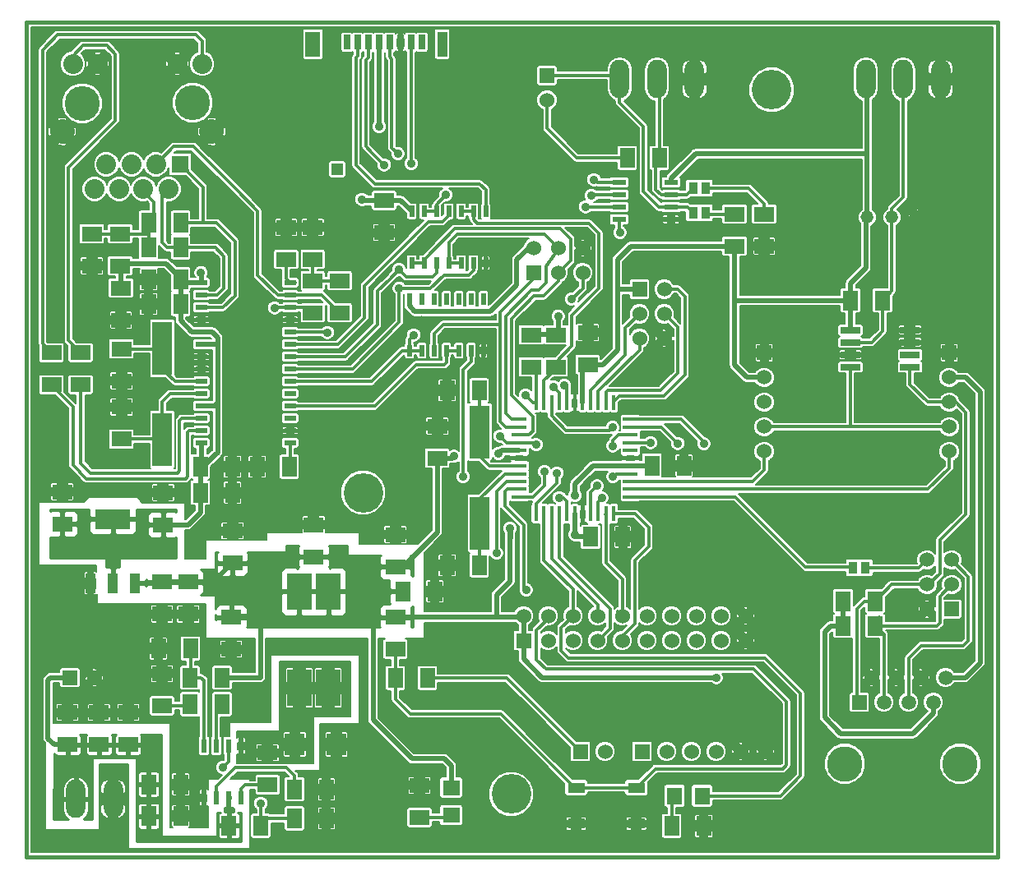
<source format=gtl>
G04 (created by PCBNEW (2013-mar-13)-testing) date sam. 22 juin 2013 19:31:32 CEST*
%MOIN*%
G04 Gerber Fmt 3.4, Leading zero omitted, Abs format*
%FSLAX34Y34*%
G01*
G70*
G90*
G04 APERTURE LIST*
%ADD10C,0.005906*%
%ADD11C,0.015000*%
%ADD12R,0.027600X0.059100*%
%ADD13R,0.059100X0.102400*%
%ADD14R,0.039400X0.102400*%
%ADD15R,0.047200X0.047200*%
%ADD16R,0.078700X0.216500*%
%ADD17R,0.016000X0.060000*%
%ADD18R,0.060000X0.016000*%
%ADD19R,0.060000X0.080000*%
%ADD20R,0.080000X0.060000*%
%ADD21R,0.060000X0.060000*%
%ADD22C,0.060000*%
%ADD23R,0.062900X0.070900*%
%ADD24R,0.038000X0.050000*%
%ADD25R,0.098400X0.151600*%
%ADD26R,0.144000X0.080000*%
%ADD27R,0.040000X0.080000*%
%ADD28R,0.023600X0.055100*%
%ADD29R,0.050000X0.020000*%
%ADD30R,0.020000X0.045000*%
%ADD31R,0.070900X0.043300*%
%ADD32O,0.078000X0.156000*%
%ADD33C,0.141700*%
%ADD34R,0.070000X0.070000*%
%ADD35C,0.080000*%
%ADD36C,0.100000*%
%ADD37R,0.078700X0.090600*%
%ADD38R,0.070900X0.062900*%
%ADD39R,0.055100X0.023600*%
%ADD40R,0.080000X0.026000*%
%ADD41C,0.052000*%
%ADD42C,0.143700*%
%ADD43R,0.059100X0.059100*%
%ADD44C,0.059100*%
%ADD45C,0.160000*%
%ADD46C,0.035000*%
%ADD47C,0.020000*%
%ADD48C,0.011811*%
%ADD49C,0.005000*%
%ADD50C,0.010000*%
G04 APERTURE END LIST*
G54D10*
G54D11*
X52362Y-44488D02*
X12992Y-44488D01*
X52362Y-10629D02*
X52362Y-44488D01*
X52362Y-10629D02*
X12992Y-10629D01*
X12992Y-44488D02*
X12992Y-10629D01*
G54D12*
X25990Y-11430D03*
X26423Y-11430D03*
X26856Y-11430D03*
X27289Y-11430D03*
X27722Y-11430D03*
X28156Y-11430D03*
X28589Y-11430D03*
X29022Y-11430D03*
G54D13*
X24612Y-11509D03*
G54D14*
X29848Y-11509D03*
G54D15*
X25596Y-16588D03*
G54D16*
X31367Y-27238D03*
X31367Y-30938D03*
G54D17*
X35225Y-26051D03*
X34910Y-26051D03*
X34595Y-26051D03*
X34280Y-26051D03*
X33965Y-26051D03*
X33650Y-26051D03*
X35540Y-26051D03*
X35855Y-26051D03*
X36170Y-26051D03*
X36485Y-26051D03*
X36800Y-26051D03*
X35225Y-30551D03*
X34910Y-30551D03*
X34595Y-30551D03*
X34280Y-30551D03*
X33965Y-30551D03*
X33650Y-30551D03*
X35540Y-30551D03*
X35855Y-30551D03*
X36170Y-30551D03*
X36485Y-30551D03*
X36800Y-30551D03*
G54D18*
X32975Y-28301D03*
X37475Y-28301D03*
X32975Y-28616D03*
X37475Y-28616D03*
X37475Y-28931D03*
X32975Y-28931D03*
X32975Y-29246D03*
X37475Y-29246D03*
X37475Y-29561D03*
X32975Y-29561D03*
X32975Y-29876D03*
X37475Y-29876D03*
X37475Y-27986D03*
X32975Y-27986D03*
X32975Y-27671D03*
X37475Y-27671D03*
X37475Y-27356D03*
X32975Y-27356D03*
X32975Y-27041D03*
X37475Y-27041D03*
X37475Y-26726D03*
X32975Y-26726D03*
G54D19*
X46100Y-34100D03*
X47400Y-34100D03*
X46100Y-35100D03*
X47400Y-35100D03*
G54D20*
X34450Y-23300D03*
X34450Y-24600D03*
X35750Y-24500D03*
X35750Y-23200D03*
G54D19*
X39150Y-43225D03*
X40450Y-43225D03*
X37165Y-31496D03*
X35865Y-31496D03*
X31350Y-32650D03*
X30050Y-32650D03*
X31350Y-25550D03*
X30050Y-25550D03*
X38350Y-28600D03*
X39650Y-28600D03*
G54D20*
X29650Y-28300D03*
X29650Y-27000D03*
G54D21*
X42900Y-24025D03*
G54D22*
X42900Y-25025D03*
X42900Y-26025D03*
X42900Y-27025D03*
X42900Y-28025D03*
G54D21*
X50400Y-24025D03*
G54D22*
X50400Y-25025D03*
X50400Y-26025D03*
X50400Y-27025D03*
X50400Y-28025D03*
G54D21*
X35450Y-40200D03*
G54D22*
X36450Y-40200D03*
G54D21*
X37950Y-40200D03*
G54D22*
X38950Y-40200D03*
X39950Y-40200D03*
X40950Y-40200D03*
X41950Y-40200D03*
X42950Y-40200D03*
G54D23*
X40384Y-42000D03*
X39266Y-42000D03*
G54D21*
X50500Y-34425D03*
G54D22*
X49500Y-34425D03*
X50500Y-33425D03*
X49500Y-33425D03*
X50500Y-32425D03*
X49500Y-32425D03*
G54D21*
X37846Y-21440D03*
G54D22*
X38846Y-21440D03*
X37846Y-22440D03*
X38846Y-22440D03*
X37846Y-23440D03*
X38846Y-23440D03*
G54D24*
X47000Y-32750D03*
X46500Y-32750D03*
G54D25*
X24054Y-37628D03*
X25236Y-37628D03*
X25236Y-33710D03*
X24054Y-33710D03*
G54D26*
X16506Y-30768D03*
G54D27*
X16506Y-33368D03*
X17406Y-33368D03*
X15606Y-33368D03*
G54D28*
X21694Y-42073D03*
X21694Y-39973D03*
X21194Y-42073D03*
X20694Y-42073D03*
X20194Y-42073D03*
X21194Y-39973D03*
X20694Y-39973D03*
X20194Y-39973D03*
G54D29*
X23689Y-27685D03*
X23689Y-27185D03*
X23689Y-26685D03*
X23689Y-26185D03*
X23689Y-25685D03*
X23689Y-25185D03*
X23689Y-24685D03*
X23689Y-24185D03*
X23689Y-23685D03*
X23689Y-23185D03*
X23689Y-22685D03*
X23689Y-22185D03*
X23689Y-21685D03*
X23689Y-21185D03*
X20089Y-21185D03*
X20089Y-21685D03*
X20089Y-22185D03*
X20089Y-22685D03*
X20089Y-23185D03*
X20089Y-23685D03*
X20089Y-24185D03*
X20089Y-24685D03*
X20089Y-25185D03*
X20089Y-25685D03*
X20089Y-26185D03*
X20089Y-26685D03*
X20089Y-27185D03*
X20089Y-27685D03*
G54D30*
X28519Y-23934D03*
X29019Y-23934D03*
X29519Y-23934D03*
X30019Y-23934D03*
X30519Y-23934D03*
X31019Y-23934D03*
X31519Y-23934D03*
X31519Y-21834D03*
X31019Y-21834D03*
X30519Y-21834D03*
X30019Y-21834D03*
X29519Y-21834D03*
X29019Y-21834D03*
X28519Y-21834D03*
G54D19*
X20925Y-38287D03*
X19625Y-38287D03*
G54D20*
X18503Y-38346D03*
X18503Y-37046D03*
X18500Y-33325D03*
X18500Y-34625D03*
G54D19*
X23857Y-41732D03*
X25157Y-41732D03*
X19625Y-37204D03*
X20925Y-37204D03*
X19646Y-36023D03*
X18346Y-36023D03*
X21200Y-43208D03*
X22500Y-43208D03*
X23857Y-42913D03*
X25157Y-42913D03*
X28250Y-33700D03*
X29550Y-33700D03*
G54D20*
X21350Y-32550D03*
X21350Y-31250D03*
X27950Y-32700D03*
X27950Y-31400D03*
X24645Y-32303D03*
X24645Y-31003D03*
X17125Y-39921D03*
X17125Y-38621D03*
G54D19*
X17952Y-42814D03*
X19252Y-42814D03*
G54D20*
X24606Y-22401D03*
X24606Y-21101D03*
X16850Y-23864D03*
X16850Y-25164D03*
X16850Y-27526D03*
X16850Y-26226D03*
G54D19*
X19250Y-22050D03*
X17950Y-22050D03*
X19250Y-21050D03*
X17950Y-21050D03*
X20050Y-29700D03*
X21350Y-29700D03*
G54D20*
X16830Y-22697D03*
X16830Y-21397D03*
G54D19*
X21350Y-28650D03*
X20050Y-28650D03*
G54D20*
X23523Y-20236D03*
X23523Y-18936D03*
X25688Y-22401D03*
X25688Y-21101D03*
X19550Y-33325D03*
X19550Y-34625D03*
X24606Y-20236D03*
X24606Y-18936D03*
X15650Y-19200D03*
X15650Y-20500D03*
X16800Y-20500D03*
X16800Y-19200D03*
G54D19*
X17950Y-19750D03*
X19250Y-19750D03*
X17950Y-18750D03*
X19250Y-18750D03*
G54D20*
X14015Y-25322D03*
X14015Y-24022D03*
X15196Y-25322D03*
X15196Y-24022D03*
X15944Y-39921D03*
X15944Y-38621D03*
X18543Y-31004D03*
X18543Y-29704D03*
G54D19*
X17952Y-41535D03*
X19252Y-41535D03*
G54D20*
X33450Y-23300D03*
X33450Y-24600D03*
G54D19*
X29250Y-37225D03*
X27950Y-37225D03*
G54D20*
X27950Y-34750D03*
X27950Y-36050D03*
X14665Y-39921D03*
X14665Y-38621D03*
X21300Y-34750D03*
X21300Y-36050D03*
X22775Y-41550D03*
X22775Y-40250D03*
X27500Y-19150D03*
X27500Y-17850D03*
G54D31*
X35280Y-41672D03*
X37720Y-41672D03*
X37720Y-43128D03*
X35280Y-43128D03*
G54D16*
X18503Y-23845D03*
X18503Y-27545D03*
G54D21*
X33550Y-20775D03*
G54D22*
X33550Y-19775D03*
X34550Y-20775D03*
X34550Y-19775D03*
X35550Y-20775D03*
X35550Y-19775D03*
G54D21*
X14755Y-37204D03*
G54D22*
X15755Y-37204D03*
G54D32*
X14998Y-42125D03*
X16513Y-42125D03*
G54D33*
X15256Y-13898D03*
X19744Y-13879D03*
G54D34*
X19232Y-16379D03*
G54D35*
X18760Y-17383D03*
X18248Y-16379D03*
X17736Y-17383D03*
X17264Y-16379D03*
X16752Y-17383D03*
X16240Y-16379D03*
X15768Y-17383D03*
X20118Y-12304D03*
X19114Y-12304D03*
X15886Y-12304D03*
X14882Y-12304D03*
G54D36*
X20512Y-15060D03*
X14449Y-15060D03*
G54D37*
X25570Y-39921D03*
X23878Y-39921D03*
G54D38*
X30216Y-41665D03*
X30216Y-42783D03*
G54D20*
X28937Y-42874D03*
X28937Y-41574D03*
G54D39*
X39125Y-17113D03*
X37025Y-17113D03*
X39125Y-17613D03*
X39125Y-18113D03*
X39125Y-18613D03*
X37025Y-17613D03*
X37025Y-18113D03*
X37025Y-18613D03*
G54D19*
X38650Y-16125D03*
X37350Y-16125D03*
G54D24*
X40025Y-18350D03*
X40525Y-18350D03*
X40025Y-17350D03*
X40525Y-17350D03*
G54D20*
X41700Y-18400D03*
X41700Y-19700D03*
X42900Y-18400D03*
X42900Y-19700D03*
G54D30*
X28618Y-20391D03*
X29118Y-20391D03*
X29618Y-20391D03*
X30118Y-20391D03*
X30618Y-20391D03*
X31118Y-20391D03*
X31618Y-20391D03*
X31618Y-18291D03*
X31118Y-18291D03*
X30618Y-18291D03*
X30118Y-18291D03*
X29618Y-18291D03*
X29118Y-18291D03*
X28618Y-18291D03*
G54D19*
X23650Y-28650D03*
X22350Y-28650D03*
G54D20*
X14448Y-30964D03*
X14448Y-29664D03*
G54D40*
X46390Y-23100D03*
X46390Y-23600D03*
X46390Y-24100D03*
X46390Y-24600D03*
X48810Y-24600D03*
X48810Y-24100D03*
X48810Y-23600D03*
X48810Y-23100D03*
G54D19*
X46400Y-21900D03*
X47700Y-21900D03*
G54D32*
X40075Y-12925D03*
X38559Y-12925D03*
X37043Y-12925D03*
G54D21*
X34100Y-12775D03*
G54D22*
X34100Y-13775D03*
G54D32*
X50050Y-12925D03*
X48534Y-12925D03*
X47018Y-12925D03*
G54D21*
X33150Y-35700D03*
G54D22*
X33150Y-34700D03*
X34150Y-35700D03*
X34150Y-34700D03*
X35150Y-35700D03*
X35150Y-34700D03*
X36150Y-35700D03*
X36150Y-34700D03*
X37150Y-35700D03*
X37150Y-34700D03*
X38150Y-35700D03*
X38150Y-34700D03*
X39150Y-35700D03*
X39150Y-34700D03*
X40150Y-35700D03*
X40150Y-34700D03*
X41150Y-35700D03*
X41150Y-34700D03*
X42150Y-35700D03*
X42150Y-34700D03*
G54D41*
X49075Y-18525D03*
X48075Y-18525D03*
X47075Y-18525D03*
G54D42*
X50838Y-40700D03*
X46165Y-40700D03*
G54D43*
X46750Y-38200D03*
G54D44*
X47250Y-37200D03*
X47750Y-38200D03*
X48250Y-37200D03*
X48750Y-38200D03*
X49250Y-37200D03*
X49750Y-38200D03*
X50250Y-37200D03*
G54D45*
X26650Y-29700D03*
X43200Y-13350D03*
X32650Y-41925D03*
G54D46*
X30325Y-28225D03*
X40950Y-37200D03*
X32600Y-31150D03*
X35225Y-29825D03*
X35236Y-31397D03*
X34547Y-22539D03*
X32125Y-28110D03*
X36750Y-27050D03*
X32200Y-27400D03*
X33661Y-27755D03*
X35100Y-21850D03*
X25200Y-23200D03*
X27300Y-14850D03*
X26600Y-17800D03*
X20078Y-20767D03*
X28050Y-15950D03*
X28100Y-20650D03*
X30000Y-17625D03*
X33228Y-25748D03*
X34600Y-29900D03*
X30700Y-29050D03*
X36450Y-33300D03*
X37200Y-32600D03*
X41925Y-38000D03*
X35750Y-22600D03*
X42900Y-21200D03*
X47550Y-25600D03*
X47550Y-24500D03*
X40300Y-23400D03*
X32150Y-20450D03*
X30400Y-33700D03*
X31496Y-23326D03*
X33661Y-28346D03*
X20708Y-22677D03*
X19400Y-24200D03*
X28600Y-16350D03*
X28700Y-23300D03*
X27500Y-16400D03*
X28110Y-21417D03*
X23050Y-22200D03*
X22500Y-42300D03*
X20950Y-40850D03*
X40450Y-27725D03*
X39400Y-27700D03*
X36775Y-27800D03*
X38300Y-27675D03*
X35900Y-17650D03*
X34800Y-25350D03*
X34350Y-25400D03*
X35650Y-18100D03*
X36775Y-29050D03*
X32050Y-32150D03*
X34000Y-28850D03*
X36000Y-17000D03*
X36122Y-29429D03*
X36318Y-29921D03*
X33250Y-33650D03*
X37050Y-19150D03*
X34500Y-28900D03*
G54D47*
X13877Y-37303D02*
X13877Y-39665D01*
X13877Y-39665D02*
X14134Y-39921D01*
X14665Y-39921D02*
X14134Y-39921D01*
X13976Y-37204D02*
X14755Y-37204D01*
X13877Y-37303D02*
X13976Y-37204D01*
X29650Y-28300D02*
X30250Y-28300D01*
X30250Y-28300D02*
X30325Y-28225D01*
X32412Y-21737D02*
X32875Y-21275D01*
X31807Y-22342D02*
X32412Y-21737D01*
X29025Y-22342D02*
X31650Y-22342D01*
X31650Y-22342D02*
X31807Y-22342D01*
X32875Y-21275D02*
X32875Y-20250D01*
X32875Y-20250D02*
X33350Y-19775D01*
X33350Y-19775D02*
X33550Y-19775D01*
X36950Y-23375D02*
X36950Y-23925D01*
X36375Y-24500D02*
X35750Y-24500D01*
X36950Y-23925D02*
X36375Y-24500D01*
X50250Y-37200D02*
X51050Y-37200D01*
X51075Y-25025D02*
X50400Y-25025D01*
X51650Y-25600D02*
X51075Y-25025D01*
X51650Y-36600D02*
X51650Y-25600D01*
X51050Y-37200D02*
X51650Y-36600D01*
X45350Y-38075D02*
X45350Y-38825D01*
X49750Y-38650D02*
X49750Y-38200D01*
X48925Y-39475D02*
X49750Y-38650D01*
X46000Y-39475D02*
X48925Y-39475D01*
X45350Y-38825D02*
X46000Y-39475D01*
X47075Y-16006D02*
X47075Y-12981D01*
X47075Y-12981D02*
X47018Y-12925D01*
X28750Y-40492D02*
X28617Y-40492D01*
X27050Y-38925D02*
X27050Y-34850D01*
X28617Y-40492D02*
X27050Y-38925D01*
X32050Y-34750D02*
X33100Y-34750D01*
X33100Y-34750D02*
X33150Y-34700D01*
X33150Y-34700D02*
X33150Y-35700D01*
X33150Y-35700D02*
X33150Y-36450D01*
X33900Y-37200D02*
X40950Y-37200D01*
X33150Y-36450D02*
X33900Y-37200D01*
X39125Y-17113D02*
X39125Y-16949D01*
X39125Y-16949D02*
X40125Y-15950D01*
X45350Y-38075D02*
X45350Y-35350D01*
X45350Y-35350D02*
X45600Y-35100D01*
X45600Y-35100D02*
X46100Y-35100D01*
X47075Y-12506D02*
X47018Y-12450D01*
X47075Y-18525D02*
X47075Y-16006D01*
X47075Y-16006D02*
X47018Y-15950D01*
X47018Y-20581D02*
X47018Y-18581D01*
X46400Y-21900D02*
X46400Y-21200D01*
X46400Y-21200D02*
X47018Y-20581D01*
X47018Y-18581D02*
X47075Y-18525D01*
X37846Y-21440D02*
X36950Y-21440D01*
X36975Y-21425D02*
X36950Y-21425D01*
X36965Y-21425D02*
X36975Y-21425D01*
X36950Y-21440D02*
X36965Y-21425D01*
X28519Y-21834D02*
X28519Y-22119D01*
X28742Y-22342D02*
X28982Y-22342D01*
X28519Y-22119D02*
X28742Y-22342D01*
X35225Y-29825D02*
X35225Y-29350D01*
X35550Y-29025D02*
X35958Y-28616D01*
X37475Y-28616D02*
X35958Y-28616D01*
X32621Y-31171D02*
X32600Y-31968D01*
X32621Y-31171D02*
X32600Y-31150D01*
X35225Y-29350D02*
X35550Y-29025D01*
X41700Y-23550D02*
X41700Y-24525D01*
X41700Y-21950D02*
X41700Y-23550D01*
X42200Y-25025D02*
X42900Y-25025D01*
X41700Y-24525D02*
X42200Y-25025D01*
X37500Y-19700D02*
X41700Y-19700D01*
X36950Y-20250D02*
X37500Y-19700D01*
X36950Y-23375D02*
X36950Y-21425D01*
X36950Y-21425D02*
X36950Y-20250D01*
X42400Y-21900D02*
X41700Y-21900D01*
X46400Y-21900D02*
X42400Y-21900D01*
X41700Y-21900D02*
X41700Y-21950D01*
X41700Y-21950D02*
X41700Y-21200D01*
X41700Y-19700D02*
X41700Y-21200D01*
X40125Y-15950D02*
X47018Y-15950D01*
X47018Y-15950D02*
X47000Y-15950D01*
X47000Y-15950D02*
X47018Y-15950D01*
X37475Y-28616D02*
X38333Y-28616D01*
X38333Y-28616D02*
X38350Y-28600D01*
X46390Y-23100D02*
X46390Y-21910D01*
X46390Y-21910D02*
X46400Y-21900D01*
X27950Y-34750D02*
X32050Y-34750D01*
X35225Y-31387D02*
X35236Y-31397D01*
X46000Y-35200D02*
X46100Y-35100D01*
X46000Y-35200D02*
X46100Y-35100D01*
X46000Y-35200D02*
X46100Y-35100D01*
X35540Y-26051D02*
X35540Y-24709D01*
X35540Y-24709D02*
X35750Y-24500D01*
X19550Y-33325D02*
X20575Y-33325D01*
X20575Y-33325D02*
X21350Y-32550D01*
X27950Y-32700D02*
X28250Y-32700D01*
X29650Y-30822D02*
X29650Y-28300D01*
X29650Y-31300D02*
X29650Y-30822D01*
X28250Y-32700D02*
X29650Y-31300D01*
X22375Y-34725D02*
X21475Y-34725D01*
X20925Y-37204D02*
X22486Y-37204D01*
X22486Y-34836D02*
X22375Y-34725D01*
X22486Y-37204D02*
X22486Y-34836D01*
X21475Y-34725D02*
X21450Y-34750D01*
X28750Y-40492D02*
X29940Y-40492D01*
X30216Y-40767D02*
X30216Y-41665D01*
X29940Y-40492D02*
X30216Y-40767D01*
X27694Y-34805D02*
X27716Y-34783D01*
X34547Y-22539D02*
X34547Y-23267D01*
X34547Y-23267D02*
X33464Y-23267D01*
X35225Y-30551D02*
X35225Y-31387D01*
X35334Y-31496D02*
X35865Y-31496D01*
X35225Y-31387D02*
X35334Y-31496D01*
X32125Y-28110D02*
X32249Y-27986D01*
X32249Y-27986D02*
X32975Y-27986D01*
X27716Y-32697D02*
X27802Y-32697D01*
X46100Y-35100D02*
X46100Y-34100D01*
X18500Y-33325D02*
X19550Y-33325D01*
X17406Y-33368D02*
X18456Y-33368D01*
X18456Y-33368D02*
X18500Y-33325D01*
X32600Y-33300D02*
X32050Y-33850D01*
X32050Y-33850D02*
X32050Y-34300D01*
X32600Y-33300D02*
X32600Y-32833D01*
X32600Y-31968D02*
X32600Y-32833D01*
X32050Y-34300D02*
X32050Y-34750D01*
X32600Y-32086D02*
X32600Y-31968D01*
X32600Y-31218D02*
X32578Y-31197D01*
X32600Y-32086D02*
X32600Y-31218D01*
G54D48*
X48750Y-38200D02*
X48750Y-36400D01*
X50975Y-35900D02*
X51175Y-35700D01*
X49250Y-35900D02*
X50975Y-35900D01*
X48750Y-36400D02*
X49250Y-35900D01*
X51175Y-35700D02*
X51175Y-33100D01*
X51175Y-33100D02*
X50500Y-32425D01*
X34280Y-26051D02*
X34280Y-26580D01*
X34280Y-26580D02*
X34865Y-27165D01*
X36600Y-27165D02*
X36634Y-27165D01*
X36600Y-27165D02*
X34865Y-27165D01*
X36811Y-27038D02*
X36750Y-27050D01*
X33812Y-40262D02*
X32225Y-38675D01*
X27950Y-38075D02*
X27950Y-37225D01*
X28550Y-38675D02*
X27950Y-38075D01*
X28800Y-38675D02*
X28550Y-38675D01*
X32225Y-38675D02*
X28800Y-38675D01*
X27950Y-36050D02*
X27950Y-37225D01*
X34050Y-36850D02*
X35300Y-36850D01*
X42475Y-36850D02*
X43800Y-38175D01*
X43800Y-38175D02*
X43800Y-40750D01*
X43800Y-40750D02*
X43650Y-40900D01*
X43650Y-40900D02*
X38492Y-40900D01*
X38492Y-40900D02*
X37720Y-41672D01*
X35300Y-36850D02*
X42475Y-36850D01*
X34150Y-34700D02*
X34150Y-34800D01*
X34150Y-34800D02*
X33675Y-35275D01*
X33675Y-35275D02*
X33675Y-36475D01*
X33675Y-36475D02*
X34050Y-36850D01*
X35280Y-41672D02*
X35222Y-41672D01*
X35222Y-41672D02*
X33812Y-40262D01*
X23689Y-23185D02*
X25185Y-23185D01*
X32200Y-27400D02*
X32471Y-27671D01*
X32471Y-27671D02*
X32975Y-27671D01*
X33577Y-27671D02*
X33661Y-27755D01*
X32975Y-27671D02*
X33577Y-27671D01*
X35547Y-21402D02*
X35550Y-20775D01*
X35100Y-21850D02*
X35547Y-21402D01*
X35280Y-41672D02*
X35378Y-41672D01*
X35280Y-41672D02*
X37720Y-41672D01*
X25185Y-23185D02*
X25200Y-23200D01*
X47000Y-32750D02*
X49175Y-32750D01*
X49175Y-32750D02*
X49500Y-32425D01*
G54D47*
X27300Y-14850D02*
X27289Y-14839D01*
X27289Y-14839D02*
X27289Y-11430D01*
X27500Y-17850D02*
X28176Y-17850D01*
X28176Y-17850D02*
X28618Y-18291D01*
X27500Y-17850D02*
X26650Y-17850D01*
X26650Y-17850D02*
X26600Y-17800D01*
X20089Y-20778D02*
X20078Y-20767D01*
X20089Y-20778D02*
X20089Y-21185D01*
X16830Y-21397D02*
X16830Y-20530D01*
X16830Y-20530D02*
X16800Y-20500D01*
X18543Y-31004D02*
X19546Y-31004D01*
X20050Y-30501D02*
X20050Y-29550D01*
X19546Y-31004D02*
X20050Y-30501D01*
X20089Y-27685D02*
X20089Y-28510D01*
X20089Y-28510D02*
X20050Y-28550D01*
X20750Y-25826D02*
X20750Y-28068D01*
X20750Y-28068D02*
X20629Y-28188D01*
X20050Y-28550D02*
X20268Y-28550D01*
X20268Y-28550D02*
X20629Y-28188D01*
X20708Y-26091D02*
X20750Y-26091D01*
X20629Y-28188D02*
X20708Y-28110D01*
X20089Y-23685D02*
X20750Y-23685D01*
X20750Y-23685D02*
X20750Y-23650D01*
X19250Y-21050D02*
X19250Y-21000D01*
X16900Y-20400D02*
X16800Y-20500D01*
X18650Y-20400D02*
X16900Y-20400D01*
X19250Y-21000D02*
X18650Y-20400D01*
X19250Y-21050D02*
X19250Y-22050D01*
X20089Y-26185D02*
X20614Y-26185D01*
X20614Y-26185D02*
X20750Y-26050D01*
X20750Y-26050D02*
X20750Y-26091D01*
X20535Y-23185D02*
X20089Y-23185D01*
X20750Y-23400D02*
X20535Y-23185D01*
X20750Y-26091D02*
X20750Y-25826D01*
X20750Y-25826D02*
X20750Y-23650D01*
X20750Y-23650D02*
X20750Y-23400D01*
X20050Y-29550D02*
X20050Y-28550D01*
X20089Y-23185D02*
X19710Y-23185D01*
X19250Y-22725D02*
X19250Y-22050D01*
X19710Y-23185D02*
X19250Y-22725D01*
X20089Y-21185D02*
X19385Y-21185D01*
X19385Y-21185D02*
X19250Y-21050D01*
G54D48*
X27722Y-11430D02*
X27722Y-12022D01*
X27722Y-12022D02*
X27800Y-12100D01*
X27800Y-12100D02*
X27800Y-15700D01*
X27800Y-15700D02*
X28050Y-15950D01*
X27225Y-22875D02*
X27225Y-21525D01*
X27225Y-21525D02*
X27716Y-21033D01*
X23689Y-24185D02*
X25750Y-24185D01*
X25914Y-24185D02*
X27225Y-22875D01*
X25750Y-24185D02*
X25914Y-24185D01*
X27716Y-21033D02*
X28100Y-20650D01*
X29446Y-20946D02*
X29618Y-20775D01*
X28396Y-20946D02*
X29446Y-20946D01*
X28100Y-20650D02*
X28396Y-20946D01*
X29618Y-20775D02*
X29618Y-20391D01*
X29618Y-20775D02*
X29618Y-20391D01*
X26423Y-11430D02*
X26423Y-11977D01*
X26350Y-16409D02*
X26423Y-16482D01*
X26350Y-12050D02*
X26350Y-16409D01*
X26423Y-11977D02*
X26350Y-12050D01*
X29650Y-17175D02*
X31375Y-17175D01*
X26423Y-16482D02*
X27116Y-17175D01*
X27116Y-17175D02*
X29650Y-17175D01*
X31375Y-17175D02*
X31618Y-17418D01*
X31618Y-17418D02*
X31618Y-18291D01*
X42025Y-29246D02*
X42428Y-29246D01*
X42900Y-28775D02*
X42900Y-28025D01*
X42428Y-29246D02*
X42900Y-28775D01*
X37475Y-29246D02*
X42025Y-29246D01*
X42025Y-29246D02*
X42053Y-29246D01*
X29618Y-18291D02*
X29618Y-18006D01*
X29618Y-18006D02*
X30000Y-17625D01*
X33531Y-26051D02*
X33228Y-25748D01*
X33650Y-26051D02*
X33531Y-26051D01*
X33650Y-26051D02*
X33650Y-25295D01*
X33650Y-25295D02*
X33650Y-24753D01*
X33650Y-24753D02*
X33464Y-24567D01*
X29118Y-18291D02*
X29618Y-18291D01*
X30118Y-18291D02*
X30118Y-18431D01*
X29300Y-18700D02*
X29000Y-19000D01*
X29850Y-18700D02*
X29300Y-18700D01*
X30118Y-18431D02*
X29850Y-18700D01*
X28362Y-19637D02*
X29000Y-19000D01*
X26700Y-21300D02*
X26700Y-22600D01*
X26700Y-22600D02*
X26500Y-22800D01*
X26700Y-21300D02*
X27200Y-20800D01*
X23689Y-23685D02*
X25450Y-23685D01*
X25450Y-23685D02*
X25614Y-23685D01*
X25614Y-23685D02*
X26500Y-22800D01*
X27200Y-20800D02*
X28362Y-19637D01*
X34910Y-30551D02*
X34910Y-30035D01*
X34775Y-29900D02*
X34600Y-29900D01*
X34910Y-30035D02*
X34775Y-29900D01*
X30708Y-26476D02*
X30708Y-28248D01*
X30708Y-28248D02*
X30700Y-29050D01*
X30708Y-24704D02*
X31019Y-24393D01*
X31019Y-24393D02*
X31019Y-23934D01*
X30708Y-26476D02*
X30708Y-24704D01*
G54D47*
X37165Y-31496D02*
X37165Y-32565D01*
X37165Y-32565D02*
X37200Y-32600D01*
X42950Y-40200D02*
X42950Y-39025D01*
X42950Y-39025D02*
X41925Y-38000D01*
X35750Y-23200D02*
X35750Y-22600D01*
X42900Y-19700D02*
X42900Y-21200D01*
X48450Y-23600D02*
X48810Y-23600D01*
X48450Y-23600D02*
X47550Y-24500D01*
X47550Y-25600D02*
X47550Y-24500D01*
X31618Y-20391D02*
X32091Y-20391D01*
X32091Y-20391D02*
X32150Y-20450D01*
X29550Y-33700D02*
X30400Y-33700D01*
X31519Y-23934D02*
X31519Y-23350D01*
X31519Y-23350D02*
X31496Y-23326D01*
X32975Y-28301D02*
X33616Y-28301D01*
X33616Y-28301D02*
X33661Y-28346D01*
X23523Y-18936D02*
X24606Y-18936D01*
X20089Y-22685D02*
X20700Y-22685D01*
X20700Y-22685D02*
X20708Y-22677D01*
X20089Y-24185D02*
X19414Y-24185D01*
X19414Y-24185D02*
X19400Y-24200D01*
G54D48*
X33965Y-30551D02*
X33965Y-32440D01*
X35150Y-33625D02*
X35150Y-34700D01*
X33965Y-32440D02*
X35150Y-33625D01*
X36100Y-36400D02*
X34975Y-36400D01*
X42925Y-36400D02*
X37225Y-36400D01*
X44375Y-37850D02*
X42925Y-36400D01*
X44375Y-41175D02*
X44375Y-37850D01*
X43550Y-42000D02*
X44375Y-41175D01*
X40384Y-42000D02*
X43550Y-42000D01*
X37225Y-36400D02*
X36100Y-36400D01*
X34975Y-36400D02*
X34675Y-36100D01*
X34675Y-36100D02*
X34675Y-35175D01*
X34675Y-35175D02*
X35150Y-34700D01*
X33965Y-31490D02*
X33965Y-30551D01*
X33965Y-30551D02*
X33965Y-31490D01*
X40384Y-41775D02*
X40575Y-41775D01*
X28589Y-11430D02*
X28589Y-16339D01*
X28589Y-16339D02*
X28600Y-16350D01*
X28700Y-23300D02*
X28519Y-23480D01*
X28519Y-23480D02*
X28519Y-23934D01*
X23689Y-25185D02*
X26979Y-25185D01*
X26979Y-25185D02*
X27657Y-24507D01*
X27657Y-24507D02*
X28149Y-24015D01*
X28149Y-24015D02*
X28230Y-23934D01*
X28230Y-23934D02*
X28519Y-23934D01*
X28519Y-23934D02*
X29019Y-23934D01*
X26750Y-15600D02*
X26750Y-15650D01*
X27000Y-15900D02*
X27500Y-16400D01*
X26750Y-15650D02*
X27000Y-15900D01*
X26856Y-11430D02*
X26856Y-12044D01*
X26750Y-15600D02*
X26750Y-15600D01*
X26750Y-12150D02*
X26750Y-15600D01*
X26856Y-12044D02*
X26750Y-12150D01*
X26200Y-24685D02*
X26214Y-24685D01*
X26214Y-24685D02*
X28110Y-22789D01*
X23689Y-24685D02*
X26200Y-24685D01*
X28110Y-21417D02*
X29370Y-21417D01*
X29370Y-21417D02*
X29921Y-20866D01*
X28110Y-22789D02*
X28110Y-21811D01*
X28110Y-21811D02*
X28110Y-21417D01*
X28110Y-21811D02*
X28110Y-21712D01*
X29478Y-21309D02*
X29921Y-20866D01*
X31118Y-20692D02*
X31118Y-20391D01*
X30944Y-20866D02*
X31118Y-20692D01*
X29921Y-20866D02*
X30944Y-20866D01*
X31367Y-27238D02*
X31367Y-25567D01*
X31367Y-25567D02*
X31350Y-25550D01*
X31367Y-27238D02*
X31367Y-28222D01*
X31761Y-28616D02*
X32975Y-28616D01*
X31367Y-28222D02*
X31761Y-28616D01*
X41700Y-18400D02*
X40575Y-18400D01*
X40575Y-18400D02*
X40525Y-18350D01*
X40525Y-17350D02*
X42275Y-17350D01*
X42900Y-17975D02*
X42900Y-18400D01*
X42275Y-17350D02*
X42900Y-17975D01*
X37350Y-16125D02*
X35300Y-16125D01*
X34100Y-14925D02*
X34100Y-13775D01*
X35300Y-16125D02*
X34100Y-14925D01*
X31367Y-30938D02*
X31367Y-29951D01*
X31367Y-29951D02*
X32387Y-28931D01*
X31350Y-32650D02*
X31350Y-30956D01*
X31350Y-30956D02*
X31367Y-30938D01*
X32975Y-28931D02*
X32387Y-28931D01*
X37475Y-29876D02*
X41726Y-29876D01*
X44576Y-32726D02*
X45350Y-32726D01*
X41726Y-29876D02*
X44576Y-32726D01*
X46476Y-32726D02*
X46500Y-32750D01*
X45350Y-32726D02*
X46476Y-32726D01*
X45350Y-32726D02*
X45374Y-32726D01*
X29250Y-37225D02*
X32475Y-37225D01*
X33550Y-38300D02*
X35450Y-40200D01*
X32475Y-37225D02*
X33550Y-38300D01*
X35450Y-40200D02*
X35092Y-39842D01*
X39150Y-43225D02*
X39150Y-42116D01*
X39150Y-42116D02*
X39266Y-42000D01*
X39150Y-41891D02*
X39266Y-41775D01*
X28937Y-42874D02*
X30125Y-42874D01*
X30125Y-42874D02*
X30216Y-42783D01*
X23064Y-22185D02*
X23689Y-22185D01*
X23050Y-22200D02*
X23064Y-22185D01*
X23689Y-22185D02*
X24390Y-22185D01*
X24390Y-22185D02*
X24606Y-22401D01*
X24548Y-22185D02*
X24606Y-22244D01*
X23689Y-27685D02*
X23689Y-28482D01*
X23689Y-28482D02*
X23642Y-28530D01*
X15196Y-28503D02*
X15196Y-25322D01*
X20089Y-26685D02*
X19298Y-26685D01*
X15590Y-28897D02*
X15196Y-28503D01*
X19133Y-28897D02*
X15590Y-28897D01*
X19212Y-28818D02*
X19133Y-28897D01*
X19212Y-26771D02*
X19212Y-28818D01*
X19298Y-26685D02*
X19212Y-26771D01*
X14882Y-12304D02*
X14882Y-11968D01*
X14700Y-23525D02*
X15196Y-24022D01*
X14700Y-16500D02*
X14700Y-23525D01*
X16600Y-14600D02*
X14700Y-16500D01*
X16600Y-11900D02*
X16600Y-14600D01*
X16250Y-11550D02*
X16600Y-11900D01*
X15300Y-11550D02*
X16250Y-11550D01*
X14882Y-11968D02*
X15300Y-11550D01*
X17950Y-19750D02*
X17950Y-19200D01*
X16800Y-19200D02*
X17950Y-19200D01*
X17950Y-19200D02*
X17950Y-18750D01*
X17736Y-17383D02*
X17736Y-17486D01*
X17736Y-17486D02*
X18150Y-17900D01*
X18150Y-17900D02*
X18150Y-18550D01*
X18150Y-18550D02*
X17950Y-18750D01*
X15650Y-19200D02*
X16800Y-19200D01*
X20089Y-22185D02*
X20964Y-22185D01*
X20700Y-18750D02*
X20050Y-18750D01*
X21450Y-19500D02*
X20700Y-18750D01*
X21450Y-21700D02*
X21450Y-19500D01*
X20964Y-22185D02*
X21450Y-21700D01*
X20150Y-18750D02*
X20150Y-17297D01*
X20150Y-17297D02*
X19232Y-16379D01*
X20089Y-22185D02*
X20664Y-22185D01*
X20250Y-18750D02*
X20150Y-18750D01*
X20150Y-18750D02*
X20050Y-18750D01*
X20050Y-18750D02*
X19250Y-18750D01*
X19232Y-16379D02*
X19292Y-16379D01*
X19292Y-16379D02*
X19527Y-16614D01*
X22375Y-20875D02*
X22375Y-18275D01*
X22375Y-18275D02*
X21550Y-17450D01*
X23689Y-21685D02*
X23185Y-21685D01*
X18977Y-15650D02*
X18248Y-16379D01*
X21550Y-17450D02*
X19750Y-15650D01*
X19750Y-15650D02*
X18977Y-15650D01*
X23185Y-21685D02*
X22375Y-20875D01*
X23689Y-21685D02*
X24972Y-21685D01*
X24972Y-21685D02*
X25688Y-22401D01*
X24606Y-21101D02*
X25688Y-21101D01*
X24606Y-20236D02*
X24606Y-21101D01*
X24448Y-20944D02*
X24606Y-21101D01*
X19448Y-29133D02*
X15433Y-29133D01*
X14015Y-25354D02*
X14881Y-26220D01*
X14015Y-25322D02*
X14015Y-25354D01*
X14881Y-26220D02*
X14881Y-28582D01*
X19527Y-28818D02*
X19527Y-29055D01*
X15433Y-29133D02*
X15196Y-28897D01*
X19527Y-29055D02*
X19448Y-29133D01*
X19527Y-27244D02*
X19527Y-28818D01*
X15196Y-28897D02*
X15118Y-28818D01*
X20089Y-27185D02*
X19585Y-27185D01*
X15118Y-28818D02*
X14881Y-28582D01*
X19585Y-27185D02*
X19527Y-27244D01*
X13650Y-12275D02*
X13650Y-11750D01*
X20118Y-11393D02*
X20118Y-12304D01*
X19850Y-11125D02*
X20118Y-11393D01*
X14275Y-11125D02*
X19850Y-11125D01*
X13650Y-11750D02*
X14275Y-11125D01*
X13650Y-23656D02*
X14015Y-24022D01*
X13650Y-12275D02*
X13650Y-23656D01*
X20089Y-21685D02*
X20714Y-21685D01*
X20650Y-19750D02*
X19250Y-19750D01*
X21000Y-20100D02*
X20650Y-19750D01*
X21000Y-21400D02*
X21000Y-20100D01*
X20714Y-21685D02*
X21000Y-21400D01*
X19250Y-19750D02*
X18700Y-19750D01*
X18500Y-17643D02*
X18760Y-17383D01*
X18500Y-19550D02*
X18500Y-17643D01*
X18700Y-19750D02*
X18500Y-19550D01*
X18600Y-17543D02*
X18760Y-17383D01*
X23689Y-26185D02*
X27114Y-26185D01*
X27114Y-26185D02*
X28792Y-24507D01*
X29133Y-24507D02*
X29921Y-24507D01*
X29921Y-24507D02*
X30019Y-24409D01*
X30019Y-23934D02*
X30019Y-24409D01*
X28792Y-24507D02*
X29133Y-24507D01*
X30019Y-23934D02*
X30519Y-23934D01*
X23523Y-20236D02*
X23523Y-21019D01*
X23523Y-21019D02*
X23689Y-21185D01*
X23689Y-21185D02*
X23892Y-21185D01*
X16850Y-27526D02*
X18485Y-27526D01*
X18485Y-27526D02*
X18503Y-27545D01*
X18503Y-27545D02*
X18503Y-26010D01*
X18828Y-25685D02*
X20089Y-25685D01*
X18503Y-26010D02*
X18828Y-25685D01*
X16850Y-23864D02*
X18485Y-23864D01*
X18485Y-23864D02*
X18503Y-23845D01*
X18503Y-23845D02*
X18503Y-24672D01*
X19017Y-25185D02*
X20089Y-25185D01*
X18503Y-24672D02*
X19017Y-25185D01*
X18503Y-38346D02*
X19566Y-38346D01*
X19566Y-38346D02*
X19625Y-38287D01*
X22500Y-42300D02*
X22500Y-43208D01*
X22500Y-42300D02*
X22500Y-42300D01*
X21194Y-39973D02*
X21194Y-40605D01*
X21194Y-40605D02*
X20950Y-40850D01*
X23857Y-42913D02*
X22795Y-42913D01*
X22795Y-42913D02*
X22500Y-43208D01*
X21525Y-40850D02*
X23527Y-40850D01*
X23527Y-40850D02*
X23857Y-41180D01*
X23857Y-41180D02*
X23857Y-41732D01*
X20694Y-42073D02*
X20694Y-41630D01*
X21475Y-40850D02*
X21525Y-40850D01*
X20694Y-41630D02*
X21475Y-40850D01*
X23857Y-41180D02*
X23857Y-41732D01*
X20694Y-39973D02*
X20694Y-38518D01*
X20694Y-38518D02*
X20925Y-38287D01*
X21694Y-42073D02*
X21694Y-41730D01*
X21875Y-41550D02*
X22775Y-41550D01*
X21694Y-41730D02*
X21875Y-41550D01*
X19625Y-37204D02*
X20078Y-37204D01*
X20194Y-37320D02*
X20194Y-39973D01*
X20078Y-37204D02*
X20194Y-37320D01*
X19646Y-36023D02*
X19646Y-37184D01*
X19646Y-37184D02*
X19625Y-37204D01*
X48534Y-12925D02*
X48534Y-17715D01*
X48075Y-18175D02*
X48534Y-17715D01*
X48075Y-18175D02*
X48075Y-18525D01*
X48075Y-18525D02*
X48075Y-21525D01*
X48075Y-21525D02*
X47700Y-21900D01*
X46390Y-23600D02*
X47250Y-23600D01*
X47700Y-23150D02*
X47700Y-21900D01*
X47250Y-23600D02*
X47700Y-23150D01*
X37275Y-23012D02*
X37846Y-22440D01*
X37275Y-24125D02*
X37275Y-23012D01*
X35855Y-25544D02*
X37275Y-24125D01*
X35855Y-26051D02*
X35855Y-25544D01*
X36170Y-26051D02*
X36170Y-25579D01*
X37846Y-23903D02*
X37846Y-23440D01*
X36170Y-25579D02*
X37846Y-23903D01*
X36900Y-25550D02*
X38700Y-25550D01*
X38700Y-25550D02*
X39400Y-24850D01*
X36485Y-26051D02*
X36485Y-25614D01*
X39400Y-22994D02*
X38846Y-22440D01*
X39400Y-24850D02*
X39400Y-22994D01*
X36550Y-25550D02*
X36900Y-25550D01*
X36485Y-25614D02*
X36550Y-25550D01*
X36800Y-26051D02*
X36800Y-25999D01*
X38831Y-25768D02*
X39685Y-24914D01*
X37031Y-25768D02*
X38831Y-25768D01*
X36800Y-25999D02*
X37031Y-25768D01*
X39685Y-21968D02*
X39685Y-21732D01*
X39685Y-24914D02*
X39685Y-24775D01*
X39685Y-24775D02*
X39685Y-21968D01*
X39393Y-21440D02*
X38846Y-21440D01*
X39685Y-21732D02*
X39393Y-21440D01*
X38950Y-26726D02*
X39526Y-26726D01*
X40450Y-27650D02*
X40450Y-27725D01*
X39526Y-26726D02*
X40450Y-27650D01*
X38751Y-26726D02*
X38950Y-26726D01*
X38751Y-26726D02*
X37475Y-26726D01*
X37475Y-27041D02*
X38741Y-27041D01*
X38741Y-27041D02*
X39400Y-27700D01*
X36775Y-27575D02*
X36775Y-27800D01*
X36993Y-27356D02*
X36775Y-27575D01*
X37475Y-27356D02*
X36993Y-27356D01*
X36993Y-27356D02*
X36825Y-27525D01*
X36993Y-27356D02*
X36825Y-27525D01*
X37475Y-27671D02*
X38296Y-27671D01*
X38296Y-27671D02*
X38300Y-27675D01*
X35936Y-17613D02*
X37025Y-17613D01*
X35900Y-17650D02*
X35936Y-17613D01*
X34910Y-26051D02*
X34910Y-25460D01*
X34910Y-25460D02*
X34800Y-25350D01*
X34595Y-25645D02*
X34350Y-25400D01*
X34595Y-26051D02*
X34595Y-25645D01*
X35663Y-18113D02*
X37025Y-18113D01*
X35650Y-18100D02*
X35663Y-18113D01*
X37150Y-34700D02*
X37150Y-33200D01*
X36485Y-32535D02*
X36485Y-30551D01*
X37150Y-33200D02*
X36485Y-32535D01*
X36485Y-30551D02*
X36450Y-30587D01*
X37150Y-34700D02*
X36975Y-34525D01*
X37150Y-35700D02*
X37150Y-35525D01*
X37676Y-30551D02*
X36800Y-30551D01*
X38225Y-31100D02*
X37676Y-30551D01*
X38225Y-31875D02*
X38225Y-31100D01*
X37650Y-32450D02*
X38225Y-31875D01*
X37650Y-35025D02*
X37650Y-32450D01*
X37150Y-35525D02*
X37650Y-35025D01*
X50400Y-28025D02*
X50400Y-28700D01*
X49538Y-29561D02*
X50400Y-28700D01*
X49538Y-29561D02*
X37475Y-29561D01*
X37475Y-28931D02*
X36893Y-28931D01*
X36893Y-28931D02*
X36775Y-29050D01*
X34280Y-30551D02*
X34280Y-32380D01*
X36150Y-34250D02*
X36150Y-34700D01*
X34280Y-32380D02*
X36150Y-34250D01*
X36650Y-34700D02*
X36650Y-34400D01*
X34595Y-32345D02*
X34595Y-30551D01*
X36650Y-34400D02*
X34595Y-32345D01*
X36650Y-34700D02*
X36650Y-35200D01*
X36650Y-35200D02*
X36150Y-35700D01*
X36150Y-35700D02*
X36650Y-35200D01*
X34595Y-31370D02*
X34595Y-30551D01*
X34595Y-30551D02*
X34595Y-31370D01*
X36650Y-35200D02*
X36150Y-35700D01*
X32050Y-32000D02*
X32050Y-32150D01*
X32975Y-29246D02*
X32453Y-29246D01*
X32050Y-29650D02*
X32050Y-29800D01*
X32453Y-29246D02*
X32050Y-29650D01*
X32050Y-29800D02*
X32050Y-32000D01*
X32975Y-29876D02*
X33523Y-29876D01*
X34000Y-29400D02*
X34000Y-28850D01*
X33523Y-29876D02*
X34000Y-29400D01*
X36113Y-17113D02*
X37025Y-17113D01*
X36000Y-17000D02*
X36113Y-17113D01*
X32975Y-29876D02*
X33273Y-29876D01*
X47400Y-35100D02*
X49900Y-35100D01*
X49900Y-35100D02*
X50025Y-34975D01*
X50025Y-34975D02*
X50025Y-33900D01*
X50025Y-33900D02*
X50500Y-33425D01*
X47750Y-38200D02*
X47750Y-35450D01*
X47750Y-35450D02*
X47400Y-35100D01*
X46390Y-24600D02*
X46390Y-27025D01*
X46400Y-27000D02*
X46400Y-27025D01*
X46400Y-27015D02*
X46400Y-27000D01*
X46390Y-27025D02*
X46400Y-27015D01*
X42900Y-27025D02*
X46400Y-27025D01*
X46400Y-27025D02*
X50400Y-27025D01*
X35855Y-29695D02*
X36122Y-29429D01*
X35855Y-30551D02*
X35855Y-29695D01*
X47550Y-34750D02*
X47400Y-34900D01*
X49500Y-33425D02*
X48075Y-33425D01*
X48075Y-33425D02*
X47400Y-34100D01*
X49500Y-33425D02*
X49575Y-33425D01*
X50025Y-31625D02*
X51075Y-30575D01*
X50025Y-32975D02*
X50025Y-31625D01*
X49575Y-33425D02*
X50025Y-32975D01*
X47400Y-34100D02*
X46950Y-34100D01*
X46650Y-38100D02*
X46750Y-38200D01*
X46650Y-34400D02*
X46650Y-38100D01*
X46950Y-34100D02*
X46650Y-34400D01*
X50650Y-26025D02*
X50400Y-26025D01*
X51075Y-30575D02*
X51075Y-26450D01*
X51075Y-26450D02*
X50650Y-26025D01*
X48810Y-24600D02*
X48810Y-25310D01*
X49525Y-26025D02*
X50400Y-26025D01*
X48810Y-25310D02*
X49525Y-26025D01*
X36170Y-30551D02*
X36170Y-30069D01*
X36170Y-30069D02*
X36318Y-29921D01*
X33600Y-18993D02*
X34618Y-18993D01*
X34618Y-18993D02*
X35050Y-19425D01*
X32650Y-23850D02*
X32650Y-22650D01*
X34550Y-21125D02*
X34550Y-20775D01*
X33950Y-21725D02*
X34550Y-21125D01*
X33575Y-21725D02*
X33950Y-21725D01*
X32650Y-22650D02*
X33575Y-21725D01*
X30373Y-18993D02*
X33600Y-18993D01*
X29118Y-20248D02*
X30373Y-18993D01*
X29118Y-20391D02*
X29118Y-20248D01*
X35050Y-19425D02*
X35050Y-20275D01*
X35050Y-20275D02*
X34550Y-20775D01*
X32975Y-27356D02*
X33368Y-27356D01*
X32650Y-25750D02*
X32650Y-23850D01*
X33525Y-26625D02*
X32650Y-25750D01*
X33525Y-27200D02*
X33525Y-26625D01*
X33368Y-27356D02*
X33525Y-27200D01*
X28618Y-20391D02*
X29118Y-20391D01*
X32200Y-22950D02*
X32200Y-22375D01*
X33550Y-21025D02*
X33550Y-20775D01*
X32200Y-22375D02*
X33550Y-21025D01*
X29519Y-23934D02*
X29519Y-23255D01*
X29900Y-22875D02*
X32200Y-22875D01*
X29519Y-23255D02*
X29900Y-22875D01*
X32975Y-27041D02*
X32441Y-27041D01*
X32200Y-26800D02*
X32200Y-22950D01*
X32200Y-22950D02*
X32200Y-22875D01*
X32441Y-27041D02*
X32200Y-26800D01*
X32418Y-23000D02*
X32418Y-22531D01*
X33756Y-21475D02*
X34050Y-21181D01*
X33475Y-21475D02*
X33756Y-21475D01*
X32418Y-22531D02*
X33475Y-21475D01*
X32418Y-23025D02*
X32418Y-23000D01*
X34050Y-21181D02*
X34050Y-20525D01*
X32418Y-23300D02*
X32418Y-23025D01*
X33800Y-19211D02*
X33986Y-19211D01*
X33986Y-19211D02*
X34550Y-19775D01*
X30118Y-20391D02*
X30118Y-19556D01*
X30463Y-19211D02*
X33800Y-19211D01*
X30118Y-19556D02*
X30463Y-19211D01*
X34550Y-19775D02*
X34550Y-19830D01*
X34050Y-20525D02*
X34050Y-21181D01*
X34550Y-19830D02*
X34050Y-20525D01*
X32676Y-26726D02*
X32418Y-26468D01*
X32418Y-26468D02*
X32418Y-23300D01*
X32975Y-26726D02*
X32676Y-26726D01*
X30118Y-20391D02*
X30618Y-20391D01*
X32826Y-26726D02*
X32975Y-26726D01*
X37043Y-12925D02*
X37043Y-13893D01*
X38638Y-18113D02*
X38000Y-17475D01*
X38638Y-18113D02*
X39125Y-18113D01*
X38000Y-14850D02*
X38000Y-17475D01*
X37043Y-13893D02*
X38000Y-14850D01*
X34100Y-12775D02*
X36893Y-12775D01*
X36893Y-12775D02*
X37043Y-12925D01*
X39125Y-18113D02*
X39788Y-18113D01*
X39788Y-18113D02*
X40025Y-18350D01*
X37043Y-12518D02*
X37043Y-12450D01*
X38650Y-16125D02*
X38650Y-13015D01*
X38650Y-13015D02*
X38559Y-12925D01*
X39125Y-17613D02*
X39761Y-17613D01*
X39761Y-17613D02*
X40025Y-17350D01*
X39125Y-17613D02*
X38713Y-17613D01*
X38500Y-16275D02*
X38650Y-16125D01*
X38500Y-17400D02*
X38500Y-16275D01*
X38713Y-17613D02*
X38500Y-17400D01*
X33150Y-33550D02*
X33250Y-33650D01*
X33150Y-32850D02*
X33150Y-33550D01*
X32488Y-29561D02*
X32400Y-29650D01*
X32400Y-29650D02*
X32400Y-30250D01*
X32400Y-30250D02*
X33150Y-31000D01*
X33150Y-31000D02*
X33150Y-32850D01*
X32975Y-29561D02*
X32488Y-29561D01*
X37050Y-19150D02*
X37025Y-19125D01*
X37025Y-19125D02*
X37025Y-18613D01*
X33650Y-30551D02*
X33650Y-30149D01*
X34500Y-29300D02*
X34500Y-28900D01*
X33650Y-30149D02*
X34500Y-29300D01*
X24054Y-37628D02*
X25236Y-37628D01*
X22611Y-40086D02*
X22775Y-40250D01*
G54D47*
X23662Y-40137D02*
X23878Y-39921D01*
G54D48*
X31118Y-18291D02*
X31118Y-18618D01*
X36200Y-19175D02*
X36200Y-21400D01*
X35800Y-18775D02*
X36200Y-19175D01*
X31275Y-18775D02*
X35800Y-18775D01*
X31118Y-18618D02*
X31275Y-18775D01*
X35100Y-22900D02*
X35100Y-22500D01*
X35100Y-22500D02*
X36200Y-21400D01*
X34450Y-24600D02*
X34450Y-24400D01*
X35100Y-23750D02*
X35100Y-22900D01*
X34450Y-24400D02*
X35100Y-23750D01*
X33965Y-26051D02*
X33965Y-25148D01*
X33965Y-25148D02*
X34547Y-24567D01*
X30618Y-18291D02*
X31118Y-18291D01*
G54D10*
G36*
X33356Y-19395D02*
X33309Y-19414D01*
X33189Y-19533D01*
X33131Y-19675D01*
X32715Y-20090D01*
X32667Y-20163D01*
X32664Y-20178D01*
X32649Y-20250D01*
X32650Y-20250D01*
X32650Y-21181D01*
X32253Y-21578D01*
X32253Y-21578D01*
X31793Y-22038D01*
X31793Y-20631D01*
X31793Y-20601D01*
X31793Y-20522D01*
X31793Y-20260D01*
X31793Y-20181D01*
X31793Y-20151D01*
X31781Y-20123D01*
X31760Y-20102D01*
X31733Y-20091D01*
X31686Y-20091D01*
X31668Y-20110D01*
X31668Y-20278D01*
X31774Y-20278D01*
X31793Y-20260D01*
X31793Y-20522D01*
X31774Y-20503D01*
X31668Y-20503D01*
X31668Y-20672D01*
X31686Y-20691D01*
X31733Y-20691D01*
X31760Y-20679D01*
X31781Y-20658D01*
X31793Y-20631D01*
X31793Y-22038D01*
X31742Y-22088D01*
X31744Y-22084D01*
X31744Y-22034D01*
X31744Y-21584D01*
X31725Y-21538D01*
X31690Y-21503D01*
X31644Y-21484D01*
X31594Y-21484D01*
X31568Y-21484D01*
X31568Y-20672D01*
X31568Y-20503D01*
X31568Y-20278D01*
X31568Y-20110D01*
X31549Y-20091D01*
X31503Y-20091D01*
X31475Y-20102D01*
X31454Y-20123D01*
X31443Y-20151D01*
X31443Y-20181D01*
X31443Y-20260D01*
X31461Y-20278D01*
X31568Y-20278D01*
X31568Y-20503D01*
X31461Y-20503D01*
X31443Y-20522D01*
X31443Y-20601D01*
X31443Y-20631D01*
X31454Y-20658D01*
X31475Y-20679D01*
X31503Y-20691D01*
X31549Y-20691D01*
X31568Y-20672D01*
X31568Y-21484D01*
X31394Y-21484D01*
X31348Y-21503D01*
X31313Y-21538D01*
X31294Y-21584D01*
X31294Y-21634D01*
X31294Y-22084D01*
X31308Y-22117D01*
X31231Y-22117D01*
X31244Y-22084D01*
X31244Y-22034D01*
X31244Y-21584D01*
X31225Y-21538D01*
X31190Y-21503D01*
X31144Y-21484D01*
X31094Y-21484D01*
X30894Y-21484D01*
X30848Y-21503D01*
X30813Y-21538D01*
X30794Y-21584D01*
X30794Y-21634D01*
X30794Y-22084D01*
X30808Y-22117D01*
X30731Y-22117D01*
X30744Y-22084D01*
X30744Y-22034D01*
X30744Y-21584D01*
X30725Y-21538D01*
X30690Y-21503D01*
X30644Y-21484D01*
X30594Y-21484D01*
X30394Y-21484D01*
X30348Y-21503D01*
X30313Y-21538D01*
X30294Y-21584D01*
X30294Y-21634D01*
X30294Y-22084D01*
X30308Y-22117D01*
X30231Y-22117D01*
X30244Y-22084D01*
X30244Y-22034D01*
X30244Y-21584D01*
X30225Y-21538D01*
X30190Y-21503D01*
X30144Y-21484D01*
X30094Y-21484D01*
X29894Y-21484D01*
X29848Y-21503D01*
X29813Y-21538D01*
X29794Y-21584D01*
X29794Y-21634D01*
X29794Y-22084D01*
X29808Y-22117D01*
X29731Y-22117D01*
X29744Y-22084D01*
X29744Y-22034D01*
X29744Y-21584D01*
X29725Y-21538D01*
X29690Y-21503D01*
X29644Y-21484D01*
X29594Y-21484D01*
X29563Y-21484D01*
X29608Y-21439D01*
X29997Y-21050D01*
X30944Y-21050D01*
X30944Y-21050D01*
X31015Y-21036D01*
X31015Y-21036D01*
X31075Y-20996D01*
X31248Y-20823D01*
X31288Y-20763D01*
X31288Y-20763D01*
X31298Y-20713D01*
X31324Y-20687D01*
X31343Y-20641D01*
X31343Y-20591D01*
X31343Y-20141D01*
X31324Y-20095D01*
X31288Y-20060D01*
X31242Y-20041D01*
X31193Y-20041D01*
X30993Y-20041D01*
X30947Y-20060D01*
X30912Y-20095D01*
X30893Y-20141D01*
X30893Y-20191D01*
X30893Y-20641D01*
X30897Y-20652D01*
X30868Y-20682D01*
X30826Y-20682D01*
X30843Y-20641D01*
X30843Y-20591D01*
X30843Y-20141D01*
X30824Y-20095D01*
X30788Y-20060D01*
X30742Y-20041D01*
X30693Y-20041D01*
X30493Y-20041D01*
X30447Y-20060D01*
X30412Y-20095D01*
X30393Y-20141D01*
X30393Y-20191D01*
X30393Y-20207D01*
X30343Y-20207D01*
X30343Y-20141D01*
X30324Y-20095D01*
X30302Y-20073D01*
X30302Y-19633D01*
X30540Y-19395D01*
X33356Y-19395D01*
X33356Y-19395D01*
G37*
G54D49*
X33356Y-19395D02*
X33309Y-19414D01*
X33189Y-19533D01*
X33131Y-19675D01*
X32715Y-20090D01*
X32667Y-20163D01*
X32664Y-20178D01*
X32649Y-20250D01*
X32650Y-20250D01*
X32650Y-21181D01*
X32253Y-21578D01*
X32253Y-21578D01*
X31793Y-22038D01*
X31793Y-20631D01*
X31793Y-20601D01*
X31793Y-20522D01*
X31793Y-20260D01*
X31793Y-20181D01*
X31793Y-20151D01*
X31781Y-20123D01*
X31760Y-20102D01*
X31733Y-20091D01*
X31686Y-20091D01*
X31668Y-20110D01*
X31668Y-20278D01*
X31774Y-20278D01*
X31793Y-20260D01*
X31793Y-20522D01*
X31774Y-20503D01*
X31668Y-20503D01*
X31668Y-20672D01*
X31686Y-20691D01*
X31733Y-20691D01*
X31760Y-20679D01*
X31781Y-20658D01*
X31793Y-20631D01*
X31793Y-22038D01*
X31742Y-22088D01*
X31744Y-22084D01*
X31744Y-22034D01*
X31744Y-21584D01*
X31725Y-21538D01*
X31690Y-21503D01*
X31644Y-21484D01*
X31594Y-21484D01*
X31568Y-21484D01*
X31568Y-20672D01*
X31568Y-20503D01*
X31568Y-20278D01*
X31568Y-20110D01*
X31549Y-20091D01*
X31503Y-20091D01*
X31475Y-20102D01*
X31454Y-20123D01*
X31443Y-20151D01*
X31443Y-20181D01*
X31443Y-20260D01*
X31461Y-20278D01*
X31568Y-20278D01*
X31568Y-20503D01*
X31461Y-20503D01*
X31443Y-20522D01*
X31443Y-20601D01*
X31443Y-20631D01*
X31454Y-20658D01*
X31475Y-20679D01*
X31503Y-20691D01*
X31549Y-20691D01*
X31568Y-20672D01*
X31568Y-21484D01*
X31394Y-21484D01*
X31348Y-21503D01*
X31313Y-21538D01*
X31294Y-21584D01*
X31294Y-21634D01*
X31294Y-22084D01*
X31308Y-22117D01*
X31231Y-22117D01*
X31244Y-22084D01*
X31244Y-22034D01*
X31244Y-21584D01*
X31225Y-21538D01*
X31190Y-21503D01*
X31144Y-21484D01*
X31094Y-21484D01*
X30894Y-21484D01*
X30848Y-21503D01*
X30813Y-21538D01*
X30794Y-21584D01*
X30794Y-21634D01*
X30794Y-22084D01*
X30808Y-22117D01*
X30731Y-22117D01*
X30744Y-22084D01*
X30744Y-22034D01*
X30744Y-21584D01*
X30725Y-21538D01*
X30690Y-21503D01*
X30644Y-21484D01*
X30594Y-21484D01*
X30394Y-21484D01*
X30348Y-21503D01*
X30313Y-21538D01*
X30294Y-21584D01*
X30294Y-21634D01*
X30294Y-22084D01*
X30308Y-22117D01*
X30231Y-22117D01*
X30244Y-22084D01*
X30244Y-22034D01*
X30244Y-21584D01*
X30225Y-21538D01*
X30190Y-21503D01*
X30144Y-21484D01*
X30094Y-21484D01*
X29894Y-21484D01*
X29848Y-21503D01*
X29813Y-21538D01*
X29794Y-21584D01*
X29794Y-21634D01*
X29794Y-22084D01*
X29808Y-22117D01*
X29731Y-22117D01*
X29744Y-22084D01*
X29744Y-22034D01*
X29744Y-21584D01*
X29725Y-21538D01*
X29690Y-21503D01*
X29644Y-21484D01*
X29594Y-21484D01*
X29563Y-21484D01*
X29608Y-21439D01*
X29997Y-21050D01*
X30944Y-21050D01*
X30944Y-21050D01*
X31015Y-21036D01*
X31015Y-21036D01*
X31075Y-20996D01*
X31248Y-20823D01*
X31288Y-20763D01*
X31288Y-20763D01*
X31298Y-20713D01*
X31324Y-20687D01*
X31343Y-20641D01*
X31343Y-20591D01*
X31343Y-20141D01*
X31324Y-20095D01*
X31288Y-20060D01*
X31242Y-20041D01*
X31193Y-20041D01*
X30993Y-20041D01*
X30947Y-20060D01*
X30912Y-20095D01*
X30893Y-20141D01*
X30893Y-20191D01*
X30893Y-20641D01*
X30897Y-20652D01*
X30868Y-20682D01*
X30826Y-20682D01*
X30843Y-20641D01*
X30843Y-20591D01*
X30843Y-20141D01*
X30824Y-20095D01*
X30788Y-20060D01*
X30742Y-20041D01*
X30693Y-20041D01*
X30493Y-20041D01*
X30447Y-20060D01*
X30412Y-20095D01*
X30393Y-20141D01*
X30393Y-20191D01*
X30393Y-20207D01*
X30343Y-20207D01*
X30343Y-20141D01*
X30324Y-20095D01*
X30302Y-20073D01*
X30302Y-19633D01*
X30540Y-19395D01*
X33356Y-19395D01*
G54D10*
G36*
X34965Y-34316D02*
X34909Y-34339D01*
X34789Y-34458D01*
X34725Y-34615D01*
X34724Y-34784D01*
X34748Y-34841D01*
X34544Y-35044D01*
X34504Y-35104D01*
X34490Y-35175D01*
X34490Y-35439D01*
X34391Y-35339D01*
X34234Y-35275D01*
X34065Y-35274D01*
X33909Y-35339D01*
X33859Y-35389D01*
X33859Y-35351D01*
X34085Y-35124D01*
X34234Y-35125D01*
X34390Y-35060D01*
X34510Y-34941D01*
X34574Y-34784D01*
X34575Y-34615D01*
X34510Y-34459D01*
X34391Y-34339D01*
X34234Y-34275D01*
X34065Y-34274D01*
X33909Y-34339D01*
X33789Y-34458D01*
X33725Y-34615D01*
X33724Y-34784D01*
X33777Y-34911D01*
X33544Y-35144D01*
X33504Y-35204D01*
X33490Y-35275D01*
X33490Y-35281D01*
X33474Y-35275D01*
X33425Y-35275D01*
X33375Y-35275D01*
X33375Y-35066D01*
X33390Y-35060D01*
X33510Y-34941D01*
X33574Y-34784D01*
X33575Y-34615D01*
X33510Y-34459D01*
X33391Y-34339D01*
X33234Y-34275D01*
X33065Y-34274D01*
X32909Y-34339D01*
X32789Y-34458D01*
X32762Y-34525D01*
X32275Y-34525D01*
X32275Y-34300D01*
X32275Y-33943D01*
X32759Y-33459D01*
X32759Y-33459D01*
X32759Y-33459D01*
X32807Y-33386D01*
X32807Y-33386D01*
X32825Y-33300D01*
X32825Y-32833D01*
X32825Y-32086D01*
X32825Y-31971D01*
X32842Y-31332D01*
X32854Y-31320D01*
X32899Y-31209D01*
X32900Y-31090D01*
X32854Y-30980D01*
X32770Y-30895D01*
X32659Y-30850D01*
X32540Y-30849D01*
X32430Y-30895D01*
X32345Y-30979D01*
X32300Y-31090D01*
X32299Y-31209D01*
X32345Y-31319D01*
X32375Y-31349D01*
X32375Y-31968D01*
X32375Y-32086D01*
X32375Y-32833D01*
X32375Y-33206D01*
X31890Y-33690D01*
X31842Y-33763D01*
X31839Y-33778D01*
X31824Y-33850D01*
X31825Y-33850D01*
X31825Y-34300D01*
X31825Y-34525D01*
X30425Y-34525D01*
X30425Y-33064D01*
X30425Y-33035D01*
X30425Y-32868D01*
X30425Y-32431D01*
X30425Y-32264D01*
X30425Y-32235D01*
X30413Y-32207D01*
X30392Y-32186D01*
X30364Y-32175D01*
X30218Y-32175D01*
X30200Y-32193D01*
X30200Y-32450D01*
X30406Y-32450D01*
X30425Y-32431D01*
X30425Y-32868D01*
X30406Y-32850D01*
X30200Y-32850D01*
X30200Y-33106D01*
X30218Y-33125D01*
X30364Y-33125D01*
X30392Y-33113D01*
X30413Y-33092D01*
X30425Y-33064D01*
X30425Y-34525D01*
X29925Y-34525D01*
X29925Y-34114D01*
X29925Y-34085D01*
X29925Y-33918D01*
X29925Y-33481D01*
X29925Y-33314D01*
X29925Y-33285D01*
X29913Y-33257D01*
X29900Y-33243D01*
X29900Y-33106D01*
X29900Y-32850D01*
X29900Y-32450D01*
X29900Y-32193D01*
X29881Y-32175D01*
X29735Y-32175D01*
X29707Y-32186D01*
X29686Y-32207D01*
X29675Y-32235D01*
X29675Y-32264D01*
X29675Y-32431D01*
X29693Y-32450D01*
X29900Y-32450D01*
X29900Y-32850D01*
X29693Y-32850D01*
X29675Y-32868D01*
X29675Y-33035D01*
X29675Y-33064D01*
X29686Y-33092D01*
X29707Y-33113D01*
X29735Y-33125D01*
X29881Y-33125D01*
X29900Y-33106D01*
X29900Y-33243D01*
X29892Y-33236D01*
X29864Y-33225D01*
X29718Y-33225D01*
X29700Y-33243D01*
X29700Y-33500D01*
X29906Y-33500D01*
X29925Y-33481D01*
X29925Y-33918D01*
X29906Y-33900D01*
X29700Y-33900D01*
X29700Y-34156D01*
X29718Y-34175D01*
X29864Y-34175D01*
X29892Y-34163D01*
X29913Y-34142D01*
X29925Y-34114D01*
X29925Y-34525D01*
X29400Y-34525D01*
X29400Y-34156D01*
X29400Y-33900D01*
X29400Y-33500D01*
X29400Y-33243D01*
X29381Y-33225D01*
X29235Y-33225D01*
X29207Y-33236D01*
X29186Y-33257D01*
X29175Y-33285D01*
X29175Y-33314D01*
X29175Y-33481D01*
X29193Y-33500D01*
X29400Y-33500D01*
X29400Y-33900D01*
X29193Y-33900D01*
X29175Y-33918D01*
X29175Y-34085D01*
X29175Y-34114D01*
X29186Y-34142D01*
X29207Y-34163D01*
X29235Y-34175D01*
X29381Y-34175D01*
X29400Y-34156D01*
X29400Y-34525D01*
X29125Y-34525D01*
X29125Y-32143D01*
X29809Y-31459D01*
X29809Y-31459D01*
X29809Y-31459D01*
X29857Y-31386D01*
X29857Y-31386D01*
X29875Y-31300D01*
X29875Y-30822D01*
X29875Y-28725D01*
X30074Y-28725D01*
X30120Y-28705D01*
X30155Y-28670D01*
X30175Y-28624D01*
X30175Y-28575D01*
X30175Y-28525D01*
X30249Y-28525D01*
X30250Y-28525D01*
X30250Y-28525D01*
X30260Y-28522D01*
X30265Y-28524D01*
X30384Y-28525D01*
X30494Y-28479D01*
X30522Y-28451D01*
X30518Y-28807D01*
X30445Y-28879D01*
X30400Y-28990D01*
X30399Y-29109D01*
X30445Y-29219D01*
X30529Y-29304D01*
X30640Y-29349D01*
X30759Y-29350D01*
X30869Y-29304D01*
X30954Y-29220D01*
X30999Y-29109D01*
X31000Y-28990D01*
X30954Y-28880D01*
X30886Y-28812D01*
X30890Y-28415D01*
X30903Y-28427D01*
X30948Y-28446D01*
X30998Y-28446D01*
X31330Y-28446D01*
X31630Y-28746D01*
X31690Y-28786D01*
X31690Y-28786D01*
X31761Y-28800D01*
X32258Y-28800D01*
X32257Y-28801D01*
X31327Y-29731D01*
X30948Y-29731D01*
X30903Y-29750D01*
X30867Y-29785D01*
X30848Y-29831D01*
X30848Y-29881D01*
X30848Y-32046D01*
X30867Y-32092D01*
X30903Y-32127D01*
X30948Y-32146D01*
X30976Y-32146D01*
X30944Y-32179D01*
X30925Y-32225D01*
X30925Y-32274D01*
X30925Y-33074D01*
X30944Y-33120D01*
X30979Y-33155D01*
X31025Y-33175D01*
X31074Y-33175D01*
X31674Y-33175D01*
X31720Y-33155D01*
X31755Y-33120D01*
X31775Y-33074D01*
X31775Y-33025D01*
X31775Y-32270D01*
X31795Y-32319D01*
X31879Y-32404D01*
X31990Y-32449D01*
X32109Y-32450D01*
X32219Y-32404D01*
X32304Y-32320D01*
X32349Y-32209D01*
X32350Y-32090D01*
X32304Y-31980D01*
X32234Y-31909D01*
X32234Y-30326D01*
X32269Y-30380D01*
X32965Y-31076D01*
X32965Y-32850D01*
X32965Y-33550D01*
X32966Y-33551D01*
X32950Y-33590D01*
X32949Y-33709D01*
X32995Y-33819D01*
X33079Y-33904D01*
X33190Y-33949D01*
X33309Y-33950D01*
X33419Y-33904D01*
X33504Y-33820D01*
X33549Y-33709D01*
X33550Y-33590D01*
X33504Y-33480D01*
X33420Y-33395D01*
X33334Y-33360D01*
X33334Y-32850D01*
X33334Y-31000D01*
X33320Y-30929D01*
X33320Y-30929D01*
X33304Y-30905D01*
X33280Y-30869D01*
X32584Y-30173D01*
X32584Y-30041D01*
X32604Y-30062D01*
X32650Y-30081D01*
X32700Y-30081D01*
X33300Y-30081D01*
X33346Y-30062D01*
X33348Y-30060D01*
X33492Y-30060D01*
X33480Y-30078D01*
X33466Y-30149D01*
X33466Y-30178D01*
X33464Y-30180D01*
X33445Y-30226D01*
X33445Y-30276D01*
X33445Y-30876D01*
X33464Y-30922D01*
X33499Y-30957D01*
X33545Y-30976D01*
X33595Y-30976D01*
X33755Y-30976D01*
X33781Y-30965D01*
X33781Y-31490D01*
X33781Y-32440D01*
X33795Y-32511D01*
X33835Y-32570D01*
X34965Y-33701D01*
X34965Y-34316D01*
X34965Y-34316D01*
G37*
G54D49*
X34965Y-34316D02*
X34909Y-34339D01*
X34789Y-34458D01*
X34725Y-34615D01*
X34724Y-34784D01*
X34748Y-34841D01*
X34544Y-35044D01*
X34504Y-35104D01*
X34490Y-35175D01*
X34490Y-35439D01*
X34391Y-35339D01*
X34234Y-35275D01*
X34065Y-35274D01*
X33909Y-35339D01*
X33859Y-35389D01*
X33859Y-35351D01*
X34085Y-35124D01*
X34234Y-35125D01*
X34390Y-35060D01*
X34510Y-34941D01*
X34574Y-34784D01*
X34575Y-34615D01*
X34510Y-34459D01*
X34391Y-34339D01*
X34234Y-34275D01*
X34065Y-34274D01*
X33909Y-34339D01*
X33789Y-34458D01*
X33725Y-34615D01*
X33724Y-34784D01*
X33777Y-34911D01*
X33544Y-35144D01*
X33504Y-35204D01*
X33490Y-35275D01*
X33490Y-35281D01*
X33474Y-35275D01*
X33425Y-35275D01*
X33375Y-35275D01*
X33375Y-35066D01*
X33390Y-35060D01*
X33510Y-34941D01*
X33574Y-34784D01*
X33575Y-34615D01*
X33510Y-34459D01*
X33391Y-34339D01*
X33234Y-34275D01*
X33065Y-34274D01*
X32909Y-34339D01*
X32789Y-34458D01*
X32762Y-34525D01*
X32275Y-34525D01*
X32275Y-34300D01*
X32275Y-33943D01*
X32759Y-33459D01*
X32759Y-33459D01*
X32759Y-33459D01*
X32807Y-33386D01*
X32807Y-33386D01*
X32825Y-33300D01*
X32825Y-32833D01*
X32825Y-32086D01*
X32825Y-31971D01*
X32842Y-31332D01*
X32854Y-31320D01*
X32899Y-31209D01*
X32900Y-31090D01*
X32854Y-30980D01*
X32770Y-30895D01*
X32659Y-30850D01*
X32540Y-30849D01*
X32430Y-30895D01*
X32345Y-30979D01*
X32300Y-31090D01*
X32299Y-31209D01*
X32345Y-31319D01*
X32375Y-31349D01*
X32375Y-31968D01*
X32375Y-32086D01*
X32375Y-32833D01*
X32375Y-33206D01*
X31890Y-33690D01*
X31842Y-33763D01*
X31839Y-33778D01*
X31824Y-33850D01*
X31825Y-33850D01*
X31825Y-34300D01*
X31825Y-34525D01*
X30425Y-34525D01*
X30425Y-33064D01*
X30425Y-33035D01*
X30425Y-32868D01*
X30425Y-32431D01*
X30425Y-32264D01*
X30425Y-32235D01*
X30413Y-32207D01*
X30392Y-32186D01*
X30364Y-32175D01*
X30218Y-32175D01*
X30200Y-32193D01*
X30200Y-32450D01*
X30406Y-32450D01*
X30425Y-32431D01*
X30425Y-32868D01*
X30406Y-32850D01*
X30200Y-32850D01*
X30200Y-33106D01*
X30218Y-33125D01*
X30364Y-33125D01*
X30392Y-33113D01*
X30413Y-33092D01*
X30425Y-33064D01*
X30425Y-34525D01*
X29925Y-34525D01*
X29925Y-34114D01*
X29925Y-34085D01*
X29925Y-33918D01*
X29925Y-33481D01*
X29925Y-33314D01*
X29925Y-33285D01*
X29913Y-33257D01*
X29900Y-33243D01*
X29900Y-33106D01*
X29900Y-32850D01*
X29900Y-32450D01*
X29900Y-32193D01*
X29881Y-32175D01*
X29735Y-32175D01*
X29707Y-32186D01*
X29686Y-32207D01*
X29675Y-32235D01*
X29675Y-32264D01*
X29675Y-32431D01*
X29693Y-32450D01*
X29900Y-32450D01*
X29900Y-32850D01*
X29693Y-32850D01*
X29675Y-32868D01*
X29675Y-33035D01*
X29675Y-33064D01*
X29686Y-33092D01*
X29707Y-33113D01*
X29735Y-33125D01*
X29881Y-33125D01*
X29900Y-33106D01*
X29900Y-33243D01*
X29892Y-33236D01*
X29864Y-33225D01*
X29718Y-33225D01*
X29700Y-33243D01*
X29700Y-33500D01*
X29906Y-33500D01*
X29925Y-33481D01*
X29925Y-33918D01*
X29906Y-33900D01*
X29700Y-33900D01*
X29700Y-34156D01*
X29718Y-34175D01*
X29864Y-34175D01*
X29892Y-34163D01*
X29913Y-34142D01*
X29925Y-34114D01*
X29925Y-34525D01*
X29400Y-34525D01*
X29400Y-34156D01*
X29400Y-33900D01*
X29400Y-33500D01*
X29400Y-33243D01*
X29381Y-33225D01*
X29235Y-33225D01*
X29207Y-33236D01*
X29186Y-33257D01*
X29175Y-33285D01*
X29175Y-33314D01*
X29175Y-33481D01*
X29193Y-33500D01*
X29400Y-33500D01*
X29400Y-33900D01*
X29193Y-33900D01*
X29175Y-33918D01*
X29175Y-34085D01*
X29175Y-34114D01*
X29186Y-34142D01*
X29207Y-34163D01*
X29235Y-34175D01*
X29381Y-34175D01*
X29400Y-34156D01*
X29400Y-34525D01*
X29125Y-34525D01*
X29125Y-32143D01*
X29809Y-31459D01*
X29809Y-31459D01*
X29809Y-31459D01*
X29857Y-31386D01*
X29857Y-31386D01*
X29875Y-31300D01*
X29875Y-30822D01*
X29875Y-28725D01*
X30074Y-28725D01*
X30120Y-28705D01*
X30155Y-28670D01*
X30175Y-28624D01*
X30175Y-28575D01*
X30175Y-28525D01*
X30249Y-28525D01*
X30250Y-28525D01*
X30250Y-28525D01*
X30260Y-28522D01*
X30265Y-28524D01*
X30384Y-28525D01*
X30494Y-28479D01*
X30522Y-28451D01*
X30518Y-28807D01*
X30445Y-28879D01*
X30400Y-28990D01*
X30399Y-29109D01*
X30445Y-29219D01*
X30529Y-29304D01*
X30640Y-29349D01*
X30759Y-29350D01*
X30869Y-29304D01*
X30954Y-29220D01*
X30999Y-29109D01*
X31000Y-28990D01*
X30954Y-28880D01*
X30886Y-28812D01*
X30890Y-28415D01*
X30903Y-28427D01*
X30948Y-28446D01*
X30998Y-28446D01*
X31330Y-28446D01*
X31630Y-28746D01*
X31690Y-28786D01*
X31690Y-28786D01*
X31761Y-28800D01*
X32258Y-28800D01*
X32257Y-28801D01*
X31327Y-29731D01*
X30948Y-29731D01*
X30903Y-29750D01*
X30867Y-29785D01*
X30848Y-29831D01*
X30848Y-29881D01*
X30848Y-32046D01*
X30867Y-32092D01*
X30903Y-32127D01*
X30948Y-32146D01*
X30976Y-32146D01*
X30944Y-32179D01*
X30925Y-32225D01*
X30925Y-32274D01*
X30925Y-33074D01*
X30944Y-33120D01*
X30979Y-33155D01*
X31025Y-33175D01*
X31074Y-33175D01*
X31674Y-33175D01*
X31720Y-33155D01*
X31755Y-33120D01*
X31775Y-33074D01*
X31775Y-33025D01*
X31775Y-32270D01*
X31795Y-32319D01*
X31879Y-32404D01*
X31990Y-32449D01*
X32109Y-32450D01*
X32219Y-32404D01*
X32304Y-32320D01*
X32349Y-32209D01*
X32350Y-32090D01*
X32304Y-31980D01*
X32234Y-31909D01*
X32234Y-30326D01*
X32269Y-30380D01*
X32965Y-31076D01*
X32965Y-32850D01*
X32965Y-33550D01*
X32966Y-33551D01*
X32950Y-33590D01*
X32949Y-33709D01*
X32995Y-33819D01*
X33079Y-33904D01*
X33190Y-33949D01*
X33309Y-33950D01*
X33419Y-33904D01*
X33504Y-33820D01*
X33549Y-33709D01*
X33550Y-33590D01*
X33504Y-33480D01*
X33420Y-33395D01*
X33334Y-33360D01*
X33334Y-32850D01*
X33334Y-31000D01*
X33320Y-30929D01*
X33320Y-30929D01*
X33304Y-30905D01*
X33280Y-30869D01*
X32584Y-30173D01*
X32584Y-30041D01*
X32604Y-30062D01*
X32650Y-30081D01*
X32700Y-30081D01*
X33300Y-30081D01*
X33346Y-30062D01*
X33348Y-30060D01*
X33492Y-30060D01*
X33480Y-30078D01*
X33466Y-30149D01*
X33466Y-30178D01*
X33464Y-30180D01*
X33445Y-30226D01*
X33445Y-30276D01*
X33445Y-30876D01*
X33464Y-30922D01*
X33499Y-30957D01*
X33545Y-30976D01*
X33595Y-30976D01*
X33755Y-30976D01*
X33781Y-30965D01*
X33781Y-31490D01*
X33781Y-32440D01*
X33795Y-32511D01*
X33835Y-32570D01*
X34965Y-33701D01*
X34965Y-34316D01*
G54D10*
G36*
X36015Y-21323D02*
X35378Y-21960D01*
X35399Y-21909D01*
X35400Y-21810D01*
X35677Y-21532D01*
X35697Y-21503D01*
X35716Y-21473D01*
X35717Y-21473D01*
X35717Y-21473D01*
X35724Y-21438D01*
X35731Y-21403D01*
X35732Y-21159D01*
X35790Y-21135D01*
X35910Y-21016D01*
X35974Y-20859D01*
X35975Y-20690D01*
X35926Y-20574D01*
X35926Y-19711D01*
X35922Y-19689D01*
X35890Y-19646D01*
X35762Y-19775D01*
X35890Y-19903D01*
X35922Y-19860D01*
X35926Y-19711D01*
X35926Y-20574D01*
X35910Y-20534D01*
X35791Y-20414D01*
X35678Y-20368D01*
X35678Y-20115D01*
X35678Y-19434D01*
X35635Y-19402D01*
X35486Y-19398D01*
X35464Y-19402D01*
X35421Y-19434D01*
X35550Y-19562D01*
X35678Y-19434D01*
X35678Y-20115D01*
X35550Y-19987D01*
X35421Y-20115D01*
X35464Y-20147D01*
X35613Y-20151D01*
X35635Y-20147D01*
X35678Y-20115D01*
X35678Y-20368D01*
X35634Y-20350D01*
X35465Y-20349D01*
X35309Y-20414D01*
X35189Y-20533D01*
X35125Y-20690D01*
X35124Y-20859D01*
X35189Y-21015D01*
X35308Y-21135D01*
X35364Y-21158D01*
X35363Y-21326D01*
X35139Y-21550D01*
X35040Y-21549D01*
X34930Y-21595D01*
X34845Y-21679D01*
X34800Y-21790D01*
X34799Y-21909D01*
X34845Y-22019D01*
X34929Y-22104D01*
X35040Y-22149D01*
X35159Y-22150D01*
X35210Y-22128D01*
X34969Y-22369D01*
X34929Y-22429D01*
X34915Y-22500D01*
X34915Y-22892D01*
X34874Y-22875D01*
X34825Y-22875D01*
X34772Y-22875D01*
X34772Y-22738D01*
X34801Y-22709D01*
X34847Y-22599D01*
X34847Y-22479D01*
X34801Y-22369D01*
X34717Y-22285D01*
X34607Y-22239D01*
X34487Y-22239D01*
X34377Y-22284D01*
X34293Y-22369D01*
X34247Y-22479D01*
X34247Y-22598D01*
X34292Y-22709D01*
X34322Y-22738D01*
X34322Y-22875D01*
X34025Y-22875D01*
X33979Y-22894D01*
X33950Y-22923D01*
X33920Y-22894D01*
X33874Y-22875D01*
X33825Y-22875D01*
X33025Y-22875D01*
X32979Y-22894D01*
X32944Y-22929D01*
X32925Y-22975D01*
X32925Y-23024D01*
X32925Y-23624D01*
X32944Y-23670D01*
X32979Y-23705D01*
X33025Y-23725D01*
X33074Y-23725D01*
X33874Y-23725D01*
X33920Y-23705D01*
X33950Y-23676D01*
X33979Y-23705D01*
X34025Y-23725D01*
X34074Y-23725D01*
X34864Y-23725D01*
X34414Y-24175D01*
X34025Y-24175D01*
X33979Y-24194D01*
X33950Y-24223D01*
X33920Y-24194D01*
X33874Y-24175D01*
X33825Y-24175D01*
X33025Y-24175D01*
X32979Y-24194D01*
X32944Y-24229D01*
X32925Y-24275D01*
X32925Y-24324D01*
X32925Y-24924D01*
X32944Y-24970D01*
X32979Y-25005D01*
X33025Y-25025D01*
X33074Y-25025D01*
X33466Y-25025D01*
X33466Y-25295D01*
X33466Y-25562D01*
X33398Y-25493D01*
X33288Y-25448D01*
X33168Y-25447D01*
X33058Y-25493D01*
X32974Y-25577D01*
X32928Y-25688D01*
X32928Y-25768D01*
X32834Y-25673D01*
X32834Y-23850D01*
X32834Y-22726D01*
X33651Y-21909D01*
X33950Y-21909D01*
X33950Y-21909D01*
X34020Y-21895D01*
X34020Y-21895D01*
X34080Y-21855D01*
X34680Y-21255D01*
X34680Y-21255D01*
X34720Y-21195D01*
X34726Y-21161D01*
X34790Y-21135D01*
X34910Y-21016D01*
X34974Y-20859D01*
X34975Y-20690D01*
X34951Y-20633D01*
X35180Y-20405D01*
X35180Y-20405D01*
X35220Y-20345D01*
X35234Y-20275D01*
X35234Y-20275D01*
X35234Y-19878D01*
X35337Y-19775D01*
X35234Y-19671D01*
X35234Y-19425D01*
X35220Y-19354D01*
X35180Y-19294D01*
X35180Y-19294D01*
X34844Y-18959D01*
X35723Y-18959D01*
X36015Y-19251D01*
X36015Y-21323D01*
X36015Y-21323D01*
G37*
G54D49*
X36015Y-21323D02*
X35378Y-21960D01*
X35399Y-21909D01*
X35400Y-21810D01*
X35677Y-21532D01*
X35697Y-21503D01*
X35716Y-21473D01*
X35717Y-21473D01*
X35717Y-21473D01*
X35724Y-21438D01*
X35731Y-21403D01*
X35732Y-21159D01*
X35790Y-21135D01*
X35910Y-21016D01*
X35974Y-20859D01*
X35975Y-20690D01*
X35926Y-20574D01*
X35926Y-19711D01*
X35922Y-19689D01*
X35890Y-19646D01*
X35762Y-19775D01*
X35890Y-19903D01*
X35922Y-19860D01*
X35926Y-19711D01*
X35926Y-20574D01*
X35910Y-20534D01*
X35791Y-20414D01*
X35678Y-20368D01*
X35678Y-20115D01*
X35678Y-19434D01*
X35635Y-19402D01*
X35486Y-19398D01*
X35464Y-19402D01*
X35421Y-19434D01*
X35550Y-19562D01*
X35678Y-19434D01*
X35678Y-20115D01*
X35550Y-19987D01*
X35421Y-20115D01*
X35464Y-20147D01*
X35613Y-20151D01*
X35635Y-20147D01*
X35678Y-20115D01*
X35678Y-20368D01*
X35634Y-20350D01*
X35465Y-20349D01*
X35309Y-20414D01*
X35189Y-20533D01*
X35125Y-20690D01*
X35124Y-20859D01*
X35189Y-21015D01*
X35308Y-21135D01*
X35364Y-21158D01*
X35363Y-21326D01*
X35139Y-21550D01*
X35040Y-21549D01*
X34930Y-21595D01*
X34845Y-21679D01*
X34800Y-21790D01*
X34799Y-21909D01*
X34845Y-22019D01*
X34929Y-22104D01*
X35040Y-22149D01*
X35159Y-22150D01*
X35210Y-22128D01*
X34969Y-22369D01*
X34929Y-22429D01*
X34915Y-22500D01*
X34915Y-22892D01*
X34874Y-22875D01*
X34825Y-22875D01*
X34772Y-22875D01*
X34772Y-22738D01*
X34801Y-22709D01*
X34847Y-22599D01*
X34847Y-22479D01*
X34801Y-22369D01*
X34717Y-22285D01*
X34607Y-22239D01*
X34487Y-22239D01*
X34377Y-22284D01*
X34293Y-22369D01*
X34247Y-22479D01*
X34247Y-22598D01*
X34292Y-22709D01*
X34322Y-22738D01*
X34322Y-22875D01*
X34025Y-22875D01*
X33979Y-22894D01*
X33950Y-22923D01*
X33920Y-22894D01*
X33874Y-22875D01*
X33825Y-22875D01*
X33025Y-22875D01*
X32979Y-22894D01*
X32944Y-22929D01*
X32925Y-22975D01*
X32925Y-23024D01*
X32925Y-23624D01*
X32944Y-23670D01*
X32979Y-23705D01*
X33025Y-23725D01*
X33074Y-23725D01*
X33874Y-23725D01*
X33920Y-23705D01*
X33950Y-23676D01*
X33979Y-23705D01*
X34025Y-23725D01*
X34074Y-23725D01*
X34864Y-23725D01*
X34414Y-24175D01*
X34025Y-24175D01*
X33979Y-24194D01*
X33950Y-24223D01*
X33920Y-24194D01*
X33874Y-24175D01*
X33825Y-24175D01*
X33025Y-24175D01*
X32979Y-24194D01*
X32944Y-24229D01*
X32925Y-24275D01*
X32925Y-24324D01*
X32925Y-24924D01*
X32944Y-24970D01*
X32979Y-25005D01*
X33025Y-25025D01*
X33074Y-25025D01*
X33466Y-25025D01*
X33466Y-25295D01*
X33466Y-25562D01*
X33398Y-25493D01*
X33288Y-25448D01*
X33168Y-25447D01*
X33058Y-25493D01*
X32974Y-25577D01*
X32928Y-25688D01*
X32928Y-25768D01*
X32834Y-25673D01*
X32834Y-23850D01*
X32834Y-22726D01*
X33651Y-21909D01*
X33950Y-21909D01*
X33950Y-21909D01*
X34020Y-21895D01*
X34020Y-21895D01*
X34080Y-21855D01*
X34680Y-21255D01*
X34680Y-21255D01*
X34720Y-21195D01*
X34726Y-21161D01*
X34790Y-21135D01*
X34910Y-21016D01*
X34974Y-20859D01*
X34975Y-20690D01*
X34951Y-20633D01*
X35180Y-20405D01*
X35180Y-20405D01*
X35220Y-20345D01*
X35234Y-20275D01*
X35234Y-20275D01*
X35234Y-19878D01*
X35337Y-19775D01*
X35234Y-19671D01*
X35234Y-19425D01*
X35220Y-19354D01*
X35180Y-19294D01*
X35180Y-19294D01*
X34844Y-18959D01*
X35723Y-18959D01*
X36015Y-19251D01*
X36015Y-21323D01*
G54D10*
G36*
X36965Y-34316D02*
X36909Y-34339D01*
X36872Y-34376D01*
X36844Y-34394D01*
X36834Y-34411D01*
X36834Y-34400D01*
X36820Y-34329D01*
X36780Y-34269D01*
X36780Y-34269D01*
X34779Y-32269D01*
X34779Y-31370D01*
X34779Y-30965D01*
X34805Y-30976D01*
X34855Y-30976D01*
X35000Y-30976D01*
X35000Y-31208D01*
X34982Y-31227D01*
X34936Y-31337D01*
X34936Y-31457D01*
X34981Y-31567D01*
X35066Y-31651D01*
X35176Y-31697D01*
X35239Y-31697D01*
X35239Y-31697D01*
X35248Y-31703D01*
X35248Y-31703D01*
X35262Y-31706D01*
X35334Y-31721D01*
X35334Y-31721D01*
X35334Y-31721D01*
X35440Y-31721D01*
X35440Y-31920D01*
X35459Y-31966D01*
X35494Y-32002D01*
X35540Y-32021D01*
X35590Y-32021D01*
X36190Y-32021D01*
X36236Y-32002D01*
X36271Y-31966D01*
X36290Y-31920D01*
X36290Y-31871D01*
X36290Y-31071D01*
X36271Y-31025D01*
X36236Y-30990D01*
X36203Y-30976D01*
X36275Y-30976D01*
X36301Y-30965D01*
X36301Y-32535D01*
X36315Y-32606D01*
X36355Y-32665D01*
X36965Y-33276D01*
X36965Y-34316D01*
X36965Y-34316D01*
G37*
G54D49*
X36965Y-34316D02*
X36909Y-34339D01*
X36872Y-34376D01*
X36844Y-34394D01*
X36834Y-34411D01*
X36834Y-34400D01*
X36820Y-34329D01*
X36780Y-34269D01*
X36780Y-34269D01*
X34779Y-32269D01*
X34779Y-31370D01*
X34779Y-30965D01*
X34805Y-30976D01*
X34855Y-30976D01*
X35000Y-30976D01*
X35000Y-31208D01*
X34982Y-31227D01*
X34936Y-31337D01*
X34936Y-31457D01*
X34981Y-31567D01*
X35066Y-31651D01*
X35176Y-31697D01*
X35239Y-31697D01*
X35239Y-31697D01*
X35248Y-31703D01*
X35248Y-31703D01*
X35262Y-31706D01*
X35334Y-31721D01*
X35334Y-31721D01*
X35334Y-31721D01*
X35440Y-31721D01*
X35440Y-31920D01*
X35459Y-31966D01*
X35494Y-32002D01*
X35540Y-32021D01*
X35590Y-32021D01*
X36190Y-32021D01*
X36236Y-32002D01*
X36271Y-31966D01*
X36290Y-31920D01*
X36290Y-31871D01*
X36290Y-31071D01*
X36271Y-31025D01*
X36236Y-30990D01*
X36203Y-30976D01*
X36275Y-30976D01*
X36301Y-30965D01*
X36301Y-32535D01*
X36315Y-32606D01*
X36355Y-32665D01*
X36965Y-33276D01*
X36965Y-34316D01*
G54D10*
G36*
X38040Y-31798D02*
X37540Y-32298D01*
X37540Y-31910D01*
X37540Y-31881D01*
X37540Y-31714D01*
X37540Y-31277D01*
X37540Y-31110D01*
X37540Y-31081D01*
X37529Y-31053D01*
X37508Y-31032D01*
X37480Y-31021D01*
X37334Y-31021D01*
X37315Y-31039D01*
X37315Y-31296D01*
X37521Y-31296D01*
X37540Y-31277D01*
X37540Y-31714D01*
X37521Y-31696D01*
X37315Y-31696D01*
X37315Y-31952D01*
X37334Y-31971D01*
X37480Y-31971D01*
X37508Y-31959D01*
X37529Y-31938D01*
X37540Y-31910D01*
X37540Y-32298D01*
X37519Y-32319D01*
X37479Y-32379D01*
X37465Y-32450D01*
X37465Y-34414D01*
X37391Y-34339D01*
X37334Y-34316D01*
X37334Y-33200D01*
X37320Y-33129D01*
X37320Y-33129D01*
X37304Y-33105D01*
X37280Y-33069D01*
X37015Y-32805D01*
X37015Y-31952D01*
X37015Y-31696D01*
X37015Y-31296D01*
X37015Y-31039D01*
X36996Y-31021D01*
X36850Y-31021D01*
X36823Y-31032D01*
X36802Y-31053D01*
X36790Y-31081D01*
X36790Y-31110D01*
X36790Y-31277D01*
X36809Y-31296D01*
X37015Y-31296D01*
X37015Y-31696D01*
X36809Y-31696D01*
X36790Y-31714D01*
X36790Y-31881D01*
X36790Y-31910D01*
X36802Y-31938D01*
X36823Y-31959D01*
X36850Y-31971D01*
X36996Y-31971D01*
X37015Y-31952D01*
X37015Y-32805D01*
X36669Y-32459D01*
X36669Y-30965D01*
X36695Y-30976D01*
X36745Y-30976D01*
X36905Y-30976D01*
X36951Y-30957D01*
X36986Y-30922D01*
X37005Y-30876D01*
X37005Y-30826D01*
X37005Y-30735D01*
X37600Y-30735D01*
X38040Y-31176D01*
X38040Y-31798D01*
X38040Y-31798D01*
G37*
G54D49*
X38040Y-31798D02*
X37540Y-32298D01*
X37540Y-31910D01*
X37540Y-31881D01*
X37540Y-31714D01*
X37540Y-31277D01*
X37540Y-31110D01*
X37540Y-31081D01*
X37529Y-31053D01*
X37508Y-31032D01*
X37480Y-31021D01*
X37334Y-31021D01*
X37315Y-31039D01*
X37315Y-31296D01*
X37521Y-31296D01*
X37540Y-31277D01*
X37540Y-31714D01*
X37521Y-31696D01*
X37315Y-31696D01*
X37315Y-31952D01*
X37334Y-31971D01*
X37480Y-31971D01*
X37508Y-31959D01*
X37529Y-31938D01*
X37540Y-31910D01*
X37540Y-32298D01*
X37519Y-32319D01*
X37479Y-32379D01*
X37465Y-32450D01*
X37465Y-34414D01*
X37391Y-34339D01*
X37334Y-34316D01*
X37334Y-33200D01*
X37320Y-33129D01*
X37320Y-33129D01*
X37304Y-33105D01*
X37280Y-33069D01*
X37015Y-32805D01*
X37015Y-31952D01*
X37015Y-31696D01*
X37015Y-31296D01*
X37015Y-31039D01*
X36996Y-31021D01*
X36850Y-31021D01*
X36823Y-31032D01*
X36802Y-31053D01*
X36790Y-31081D01*
X36790Y-31110D01*
X36790Y-31277D01*
X36809Y-31296D01*
X37015Y-31296D01*
X37015Y-31696D01*
X36809Y-31696D01*
X36790Y-31714D01*
X36790Y-31881D01*
X36790Y-31910D01*
X36802Y-31938D01*
X36823Y-31959D01*
X36850Y-31971D01*
X36996Y-31971D01*
X37015Y-31952D01*
X37015Y-32805D01*
X36669Y-32459D01*
X36669Y-30965D01*
X36695Y-30976D01*
X36745Y-30976D01*
X36905Y-30976D01*
X36951Y-30957D01*
X36986Y-30922D01*
X37005Y-30876D01*
X37005Y-30826D01*
X37005Y-30735D01*
X37600Y-30735D01*
X38040Y-31176D01*
X38040Y-31798D01*
G54D10*
G36*
X43615Y-40673D02*
X43573Y-40715D01*
X43326Y-40715D01*
X43326Y-40136D01*
X43322Y-40114D01*
X43290Y-40071D01*
X43162Y-40200D01*
X43290Y-40328D01*
X43322Y-40285D01*
X43326Y-40136D01*
X43326Y-40715D01*
X43078Y-40715D01*
X43078Y-40540D01*
X43078Y-39859D01*
X43035Y-39827D01*
X42886Y-39823D01*
X42864Y-39827D01*
X42821Y-39859D01*
X42950Y-39987D01*
X43078Y-39859D01*
X43078Y-40540D01*
X42950Y-40412D01*
X42821Y-40540D01*
X42864Y-40572D01*
X43013Y-40576D01*
X43035Y-40572D01*
X43078Y-40540D01*
X43078Y-40715D01*
X42737Y-40715D01*
X42737Y-40200D01*
X42609Y-40071D01*
X42577Y-40114D01*
X42573Y-40263D01*
X42577Y-40285D01*
X42609Y-40328D01*
X42737Y-40200D01*
X42737Y-40715D01*
X42326Y-40715D01*
X42326Y-40136D01*
X42322Y-40114D01*
X42290Y-40071D01*
X42162Y-40200D01*
X42290Y-40328D01*
X42322Y-40285D01*
X42326Y-40136D01*
X42326Y-40715D01*
X42078Y-40715D01*
X42078Y-40540D01*
X42078Y-39859D01*
X42035Y-39827D01*
X41886Y-39823D01*
X41864Y-39827D01*
X41821Y-39859D01*
X41950Y-39987D01*
X42078Y-39859D01*
X42078Y-40540D01*
X41950Y-40412D01*
X41821Y-40540D01*
X41864Y-40572D01*
X42013Y-40576D01*
X42035Y-40572D01*
X42078Y-40540D01*
X42078Y-40715D01*
X41737Y-40715D01*
X41737Y-40200D01*
X41609Y-40071D01*
X41577Y-40114D01*
X41573Y-40263D01*
X41577Y-40285D01*
X41609Y-40328D01*
X41737Y-40200D01*
X41737Y-40715D01*
X41375Y-40715D01*
X41375Y-40115D01*
X41310Y-39959D01*
X41191Y-39839D01*
X41034Y-39775D01*
X40865Y-39774D01*
X40709Y-39839D01*
X40589Y-39958D01*
X40525Y-40115D01*
X40524Y-40284D01*
X40589Y-40440D01*
X40708Y-40560D01*
X40865Y-40624D01*
X41034Y-40625D01*
X41190Y-40560D01*
X41310Y-40441D01*
X41374Y-40284D01*
X41375Y-40115D01*
X41375Y-40715D01*
X40375Y-40715D01*
X40375Y-40115D01*
X40310Y-39959D01*
X40191Y-39839D01*
X40034Y-39775D01*
X39865Y-39774D01*
X39709Y-39839D01*
X39589Y-39958D01*
X39525Y-40115D01*
X39524Y-40284D01*
X39589Y-40440D01*
X39708Y-40560D01*
X39865Y-40624D01*
X40034Y-40625D01*
X40190Y-40560D01*
X40310Y-40441D01*
X40374Y-40284D01*
X40375Y-40115D01*
X40375Y-40715D01*
X39375Y-40715D01*
X39375Y-40115D01*
X39310Y-39959D01*
X39191Y-39839D01*
X39034Y-39775D01*
X38865Y-39774D01*
X38709Y-39839D01*
X38589Y-39958D01*
X38525Y-40115D01*
X38524Y-40284D01*
X38589Y-40440D01*
X38708Y-40560D01*
X38865Y-40624D01*
X39034Y-40625D01*
X39190Y-40560D01*
X39310Y-40441D01*
X39374Y-40284D01*
X39375Y-40115D01*
X39375Y-40715D01*
X38492Y-40715D01*
X38421Y-40729D01*
X38375Y-40761D01*
X38375Y-40524D01*
X38375Y-40475D01*
X38375Y-39875D01*
X38355Y-39829D01*
X38320Y-39794D01*
X38274Y-39775D01*
X38225Y-39775D01*
X37625Y-39775D01*
X37579Y-39794D01*
X37544Y-39829D01*
X37525Y-39875D01*
X37525Y-39924D01*
X37525Y-40524D01*
X37544Y-40570D01*
X37579Y-40605D01*
X37625Y-40625D01*
X37674Y-40625D01*
X38274Y-40625D01*
X38320Y-40605D01*
X38355Y-40570D01*
X38375Y-40524D01*
X38375Y-40761D01*
X38361Y-40769D01*
X37801Y-41330D01*
X37340Y-41330D01*
X37294Y-41349D01*
X37259Y-41384D01*
X37240Y-41430D01*
X37240Y-41480D01*
X37240Y-41487D01*
X36875Y-41487D01*
X36875Y-40115D01*
X36810Y-39959D01*
X36691Y-39839D01*
X36534Y-39775D01*
X36365Y-39774D01*
X36209Y-39839D01*
X36089Y-39958D01*
X36025Y-40115D01*
X36024Y-40284D01*
X36089Y-40440D01*
X36208Y-40560D01*
X36365Y-40624D01*
X36534Y-40625D01*
X36690Y-40560D01*
X36810Y-40441D01*
X36874Y-40284D01*
X36875Y-40115D01*
X36875Y-41487D01*
X35875Y-41487D01*
X35875Y-40524D01*
X35875Y-40475D01*
X35875Y-39875D01*
X35855Y-39829D01*
X35820Y-39794D01*
X35774Y-39775D01*
X35725Y-39775D01*
X35285Y-39775D01*
X35222Y-39712D01*
X33680Y-38169D01*
X33680Y-38169D01*
X33680Y-38169D01*
X32605Y-37094D01*
X32545Y-37054D01*
X32475Y-37040D01*
X29675Y-37040D01*
X29675Y-36800D01*
X29655Y-36754D01*
X29620Y-36719D01*
X29574Y-36700D01*
X29525Y-36700D01*
X29125Y-36700D01*
X28925Y-36700D01*
X28879Y-36719D01*
X28844Y-36754D01*
X28825Y-36800D01*
X28825Y-36849D01*
X28825Y-37649D01*
X28844Y-37695D01*
X28879Y-37730D01*
X28925Y-37750D01*
X28974Y-37750D01*
X29125Y-37750D01*
X29574Y-37750D01*
X29620Y-37730D01*
X29655Y-37695D01*
X29675Y-37649D01*
X29675Y-37600D01*
X29675Y-37409D01*
X32398Y-37409D01*
X33419Y-38430D01*
X33419Y-38430D01*
X33419Y-38430D01*
X34962Y-39972D01*
X35025Y-40035D01*
X35025Y-40524D01*
X35044Y-40570D01*
X35079Y-40605D01*
X35125Y-40625D01*
X35174Y-40625D01*
X35774Y-40625D01*
X35820Y-40605D01*
X35855Y-40570D01*
X35875Y-40524D01*
X35875Y-41487D01*
X35759Y-41487D01*
X35759Y-41430D01*
X35740Y-41384D01*
X35705Y-41349D01*
X35659Y-41330D01*
X35609Y-41330D01*
X35140Y-41330D01*
X33942Y-40132D01*
X33942Y-40132D01*
X32355Y-38544D01*
X32295Y-38504D01*
X32225Y-38490D01*
X29125Y-38490D01*
X28800Y-38490D01*
X28626Y-38490D01*
X28134Y-37998D01*
X28134Y-37750D01*
X28274Y-37750D01*
X28320Y-37730D01*
X28355Y-37695D01*
X28375Y-37649D01*
X28375Y-37600D01*
X28375Y-36800D01*
X28355Y-36754D01*
X28320Y-36719D01*
X28274Y-36700D01*
X28225Y-36700D01*
X28134Y-36700D01*
X28134Y-36475D01*
X28374Y-36475D01*
X28420Y-36455D01*
X28455Y-36420D01*
X28475Y-36374D01*
X28475Y-36325D01*
X28475Y-35725D01*
X28455Y-35679D01*
X28420Y-35644D01*
X28374Y-35625D01*
X29125Y-35625D01*
X29125Y-34975D01*
X32050Y-34975D01*
X32824Y-34975D01*
X32908Y-35060D01*
X32925Y-35066D01*
X32925Y-35275D01*
X32825Y-35275D01*
X32779Y-35294D01*
X32744Y-35329D01*
X32725Y-35375D01*
X32725Y-35424D01*
X32725Y-36024D01*
X32744Y-36070D01*
X32779Y-36105D01*
X32825Y-36125D01*
X32874Y-36125D01*
X32925Y-36125D01*
X32925Y-36449D01*
X32924Y-36450D01*
X32939Y-36521D01*
X32942Y-36536D01*
X32990Y-36609D01*
X33740Y-37359D01*
X33740Y-37359D01*
X33740Y-37359D01*
X33813Y-37407D01*
X33813Y-37407D01*
X33828Y-37410D01*
X33900Y-37425D01*
X33900Y-37425D01*
X33900Y-37425D01*
X40750Y-37425D01*
X40779Y-37454D01*
X40890Y-37499D01*
X41009Y-37500D01*
X41119Y-37454D01*
X41204Y-37370D01*
X41249Y-37259D01*
X41250Y-37140D01*
X41206Y-37034D01*
X42398Y-37034D01*
X43615Y-38251D01*
X43615Y-40673D01*
X43615Y-40673D01*
G37*
G54D49*
X43615Y-40673D02*
X43573Y-40715D01*
X43326Y-40715D01*
X43326Y-40136D01*
X43322Y-40114D01*
X43290Y-40071D01*
X43162Y-40200D01*
X43290Y-40328D01*
X43322Y-40285D01*
X43326Y-40136D01*
X43326Y-40715D01*
X43078Y-40715D01*
X43078Y-40540D01*
X43078Y-39859D01*
X43035Y-39827D01*
X42886Y-39823D01*
X42864Y-39827D01*
X42821Y-39859D01*
X42950Y-39987D01*
X43078Y-39859D01*
X43078Y-40540D01*
X42950Y-40412D01*
X42821Y-40540D01*
X42864Y-40572D01*
X43013Y-40576D01*
X43035Y-40572D01*
X43078Y-40540D01*
X43078Y-40715D01*
X42737Y-40715D01*
X42737Y-40200D01*
X42609Y-40071D01*
X42577Y-40114D01*
X42573Y-40263D01*
X42577Y-40285D01*
X42609Y-40328D01*
X42737Y-40200D01*
X42737Y-40715D01*
X42326Y-40715D01*
X42326Y-40136D01*
X42322Y-40114D01*
X42290Y-40071D01*
X42162Y-40200D01*
X42290Y-40328D01*
X42322Y-40285D01*
X42326Y-40136D01*
X42326Y-40715D01*
X42078Y-40715D01*
X42078Y-40540D01*
X42078Y-39859D01*
X42035Y-39827D01*
X41886Y-39823D01*
X41864Y-39827D01*
X41821Y-39859D01*
X41950Y-39987D01*
X42078Y-39859D01*
X42078Y-40540D01*
X41950Y-40412D01*
X41821Y-40540D01*
X41864Y-40572D01*
X42013Y-40576D01*
X42035Y-40572D01*
X42078Y-40540D01*
X42078Y-40715D01*
X41737Y-40715D01*
X41737Y-40200D01*
X41609Y-40071D01*
X41577Y-40114D01*
X41573Y-40263D01*
X41577Y-40285D01*
X41609Y-40328D01*
X41737Y-40200D01*
X41737Y-40715D01*
X41375Y-40715D01*
X41375Y-40115D01*
X41310Y-39959D01*
X41191Y-39839D01*
X41034Y-39775D01*
X40865Y-39774D01*
X40709Y-39839D01*
X40589Y-39958D01*
X40525Y-40115D01*
X40524Y-40284D01*
X40589Y-40440D01*
X40708Y-40560D01*
X40865Y-40624D01*
X41034Y-40625D01*
X41190Y-40560D01*
X41310Y-40441D01*
X41374Y-40284D01*
X41375Y-40115D01*
X41375Y-40715D01*
X40375Y-40715D01*
X40375Y-40115D01*
X40310Y-39959D01*
X40191Y-39839D01*
X40034Y-39775D01*
X39865Y-39774D01*
X39709Y-39839D01*
X39589Y-39958D01*
X39525Y-40115D01*
X39524Y-40284D01*
X39589Y-40440D01*
X39708Y-40560D01*
X39865Y-40624D01*
X40034Y-40625D01*
X40190Y-40560D01*
X40310Y-40441D01*
X40374Y-40284D01*
X40375Y-40115D01*
X40375Y-40715D01*
X39375Y-40715D01*
X39375Y-40115D01*
X39310Y-39959D01*
X39191Y-39839D01*
X39034Y-39775D01*
X38865Y-39774D01*
X38709Y-39839D01*
X38589Y-39958D01*
X38525Y-40115D01*
X38524Y-40284D01*
X38589Y-40440D01*
X38708Y-40560D01*
X38865Y-40624D01*
X39034Y-40625D01*
X39190Y-40560D01*
X39310Y-40441D01*
X39374Y-40284D01*
X39375Y-40115D01*
X39375Y-40715D01*
X38492Y-40715D01*
X38421Y-40729D01*
X38375Y-40761D01*
X38375Y-40524D01*
X38375Y-40475D01*
X38375Y-39875D01*
X38355Y-39829D01*
X38320Y-39794D01*
X38274Y-39775D01*
X38225Y-39775D01*
X37625Y-39775D01*
X37579Y-39794D01*
X37544Y-39829D01*
X37525Y-39875D01*
X37525Y-39924D01*
X37525Y-40524D01*
X37544Y-40570D01*
X37579Y-40605D01*
X37625Y-40625D01*
X37674Y-40625D01*
X38274Y-40625D01*
X38320Y-40605D01*
X38355Y-40570D01*
X38375Y-40524D01*
X38375Y-40761D01*
X38361Y-40769D01*
X37801Y-41330D01*
X37340Y-41330D01*
X37294Y-41349D01*
X37259Y-41384D01*
X37240Y-41430D01*
X37240Y-41480D01*
X37240Y-41487D01*
X36875Y-41487D01*
X36875Y-40115D01*
X36810Y-39959D01*
X36691Y-39839D01*
X36534Y-39775D01*
X36365Y-39774D01*
X36209Y-39839D01*
X36089Y-39958D01*
X36025Y-40115D01*
X36024Y-40284D01*
X36089Y-40440D01*
X36208Y-40560D01*
X36365Y-40624D01*
X36534Y-40625D01*
X36690Y-40560D01*
X36810Y-40441D01*
X36874Y-40284D01*
X36875Y-40115D01*
X36875Y-41487D01*
X35875Y-41487D01*
X35875Y-40524D01*
X35875Y-40475D01*
X35875Y-39875D01*
X35855Y-39829D01*
X35820Y-39794D01*
X35774Y-39775D01*
X35725Y-39775D01*
X35285Y-39775D01*
X35222Y-39712D01*
X33680Y-38169D01*
X33680Y-38169D01*
X33680Y-38169D01*
X32605Y-37094D01*
X32545Y-37054D01*
X32475Y-37040D01*
X29675Y-37040D01*
X29675Y-36800D01*
X29655Y-36754D01*
X29620Y-36719D01*
X29574Y-36700D01*
X29525Y-36700D01*
X29125Y-36700D01*
X28925Y-36700D01*
X28879Y-36719D01*
X28844Y-36754D01*
X28825Y-36800D01*
X28825Y-36849D01*
X28825Y-37649D01*
X28844Y-37695D01*
X28879Y-37730D01*
X28925Y-37750D01*
X28974Y-37750D01*
X29125Y-37750D01*
X29574Y-37750D01*
X29620Y-37730D01*
X29655Y-37695D01*
X29675Y-37649D01*
X29675Y-37600D01*
X29675Y-37409D01*
X32398Y-37409D01*
X33419Y-38430D01*
X33419Y-38430D01*
X33419Y-38430D01*
X34962Y-39972D01*
X35025Y-40035D01*
X35025Y-40524D01*
X35044Y-40570D01*
X35079Y-40605D01*
X35125Y-40625D01*
X35174Y-40625D01*
X35774Y-40625D01*
X35820Y-40605D01*
X35855Y-40570D01*
X35875Y-40524D01*
X35875Y-41487D01*
X35759Y-41487D01*
X35759Y-41430D01*
X35740Y-41384D01*
X35705Y-41349D01*
X35659Y-41330D01*
X35609Y-41330D01*
X35140Y-41330D01*
X33942Y-40132D01*
X33942Y-40132D01*
X32355Y-38544D01*
X32295Y-38504D01*
X32225Y-38490D01*
X29125Y-38490D01*
X28800Y-38490D01*
X28626Y-38490D01*
X28134Y-37998D01*
X28134Y-37750D01*
X28274Y-37750D01*
X28320Y-37730D01*
X28355Y-37695D01*
X28375Y-37649D01*
X28375Y-37600D01*
X28375Y-36800D01*
X28355Y-36754D01*
X28320Y-36719D01*
X28274Y-36700D01*
X28225Y-36700D01*
X28134Y-36700D01*
X28134Y-36475D01*
X28374Y-36475D01*
X28420Y-36455D01*
X28455Y-36420D01*
X28475Y-36374D01*
X28475Y-36325D01*
X28475Y-35725D01*
X28455Y-35679D01*
X28420Y-35644D01*
X28374Y-35625D01*
X29125Y-35625D01*
X29125Y-34975D01*
X32050Y-34975D01*
X32824Y-34975D01*
X32908Y-35060D01*
X32925Y-35066D01*
X32925Y-35275D01*
X32825Y-35275D01*
X32779Y-35294D01*
X32744Y-35329D01*
X32725Y-35375D01*
X32725Y-35424D01*
X32725Y-36024D01*
X32744Y-36070D01*
X32779Y-36105D01*
X32825Y-36125D01*
X32874Y-36125D01*
X32925Y-36125D01*
X32925Y-36449D01*
X32924Y-36450D01*
X32939Y-36521D01*
X32942Y-36536D01*
X32990Y-36609D01*
X33740Y-37359D01*
X33740Y-37359D01*
X33740Y-37359D01*
X33813Y-37407D01*
X33813Y-37407D01*
X33828Y-37410D01*
X33900Y-37425D01*
X33900Y-37425D01*
X33900Y-37425D01*
X40750Y-37425D01*
X40779Y-37454D01*
X40890Y-37499D01*
X41009Y-37500D01*
X41119Y-37454D01*
X41204Y-37370D01*
X41249Y-37259D01*
X41250Y-37140D01*
X41206Y-37034D01*
X42398Y-37034D01*
X43615Y-38251D01*
X43615Y-40673D01*
G54D10*
G36*
X52162Y-44288D02*
X51875Y-44288D01*
X51875Y-25600D01*
X51860Y-25528D01*
X51857Y-25513D01*
X51857Y-25513D01*
X51809Y-25440D01*
X51809Y-25440D01*
X51809Y-25440D01*
X51234Y-24865D01*
X51161Y-24817D01*
X51146Y-24814D01*
X51075Y-24799D01*
X51074Y-24800D01*
X50775Y-24800D01*
X50775Y-24339D01*
X50775Y-24193D01*
X50775Y-23856D01*
X50775Y-23710D01*
X50763Y-23682D01*
X50742Y-23661D01*
X50714Y-23650D01*
X50685Y-23650D01*
X50572Y-23650D01*
X50572Y-13230D01*
X50572Y-12619D01*
X50565Y-12412D01*
X50479Y-12224D01*
X50308Y-12148D01*
X50245Y-12133D01*
X50245Y-12700D01*
X50534Y-12700D01*
X50572Y-12619D01*
X50572Y-13230D01*
X50534Y-13150D01*
X50245Y-13150D01*
X50245Y-13716D01*
X50308Y-13701D01*
X50479Y-13625D01*
X50565Y-13437D01*
X50572Y-13230D01*
X50572Y-23650D01*
X50568Y-23650D01*
X50550Y-23668D01*
X50550Y-23875D01*
X50756Y-23875D01*
X50775Y-23856D01*
X50775Y-24193D01*
X50756Y-24175D01*
X50550Y-24175D01*
X50550Y-24381D01*
X50568Y-24400D01*
X50685Y-24400D01*
X50714Y-24400D01*
X50742Y-24388D01*
X50763Y-24367D01*
X50775Y-24339D01*
X50775Y-24800D01*
X50766Y-24800D01*
X50760Y-24784D01*
X50641Y-24664D01*
X50484Y-24600D01*
X50315Y-24599D01*
X50250Y-24627D01*
X50250Y-24381D01*
X50250Y-24175D01*
X50250Y-23875D01*
X50250Y-23668D01*
X50231Y-23650D01*
X50114Y-23650D01*
X50085Y-23650D01*
X50057Y-23661D01*
X50036Y-23682D01*
X50025Y-23710D01*
X50025Y-23856D01*
X50043Y-23875D01*
X50250Y-23875D01*
X50250Y-24175D01*
X50043Y-24175D01*
X50025Y-24193D01*
X50025Y-24339D01*
X50036Y-24367D01*
X50057Y-24388D01*
X50085Y-24400D01*
X50114Y-24400D01*
X50231Y-24400D01*
X50250Y-24381D01*
X50250Y-24627D01*
X50159Y-24664D01*
X50039Y-24783D01*
X49975Y-24940D01*
X49974Y-25109D01*
X50039Y-25265D01*
X50158Y-25385D01*
X50315Y-25449D01*
X50484Y-25450D01*
X50640Y-25385D01*
X50760Y-25266D01*
X50766Y-25250D01*
X50981Y-25250D01*
X51425Y-25693D01*
X51425Y-36506D01*
X51359Y-36572D01*
X51359Y-35700D01*
X51359Y-33100D01*
X51345Y-33029D01*
X51345Y-33029D01*
X51325Y-32999D01*
X51305Y-32969D01*
X51305Y-32969D01*
X50901Y-32566D01*
X50924Y-32509D01*
X50925Y-32340D01*
X50860Y-32184D01*
X50741Y-32064D01*
X50584Y-32000D01*
X50415Y-31999D01*
X50259Y-32064D01*
X50209Y-32114D01*
X50209Y-31701D01*
X51205Y-30705D01*
X51205Y-30705D01*
X51245Y-30645D01*
X51245Y-30645D01*
X51259Y-30575D01*
X51259Y-26450D01*
X51245Y-26379D01*
X51245Y-26379D01*
X51205Y-26319D01*
X50824Y-25939D01*
X50760Y-25784D01*
X50641Y-25664D01*
X50484Y-25600D01*
X50315Y-25599D01*
X50159Y-25664D01*
X50039Y-25783D01*
X50016Y-25840D01*
X49855Y-25840D01*
X49855Y-13716D01*
X49855Y-13150D01*
X49855Y-12700D01*
X49855Y-12133D01*
X49791Y-12148D01*
X49620Y-12224D01*
X49534Y-12412D01*
X49527Y-12619D01*
X49565Y-12700D01*
X49855Y-12700D01*
X49855Y-13150D01*
X49565Y-13150D01*
X49527Y-13230D01*
X49534Y-13437D01*
X49620Y-13625D01*
X49791Y-13701D01*
X49855Y-13716D01*
X49855Y-25840D01*
X49601Y-25840D01*
X49412Y-25652D01*
X49412Y-18472D01*
X49406Y-18444D01*
X49375Y-18407D01*
X49326Y-18592D01*
X49375Y-18642D01*
X49406Y-18605D01*
X49412Y-18472D01*
X49412Y-25652D01*
X48994Y-25233D01*
X48994Y-24855D01*
X49234Y-24855D01*
X49280Y-24835D01*
X49315Y-24800D01*
X49335Y-24754D01*
X49335Y-24705D01*
X49335Y-24445D01*
X49315Y-24399D01*
X49280Y-24364D01*
X49246Y-24350D01*
X49280Y-24335D01*
X49315Y-24300D01*
X49335Y-24254D01*
X49335Y-24205D01*
X49335Y-23945D01*
X49315Y-23899D01*
X49285Y-23868D01*
X49285Y-23744D01*
X49285Y-23683D01*
X49285Y-23516D01*
X49285Y-23455D01*
X49285Y-23244D01*
X49285Y-23183D01*
X49285Y-23016D01*
X49285Y-22955D01*
X49273Y-22927D01*
X49252Y-22906D01*
X49224Y-22895D01*
X49195Y-22895D01*
X49192Y-22895D01*
X49192Y-18825D01*
X49192Y-18224D01*
X49155Y-18193D01*
X49049Y-18188D01*
X49049Y-13332D01*
X49049Y-12517D01*
X49010Y-12320D01*
X48898Y-12153D01*
X48731Y-12041D01*
X48534Y-12002D01*
X48337Y-12041D01*
X48170Y-12153D01*
X48058Y-12320D01*
X48019Y-12517D01*
X48019Y-13332D01*
X48058Y-13529D01*
X48170Y-13696D01*
X48337Y-13808D01*
X48350Y-13811D01*
X48350Y-17639D01*
X47944Y-18044D01*
X47904Y-18104D01*
X47890Y-18175D01*
X47890Y-18184D01*
X47857Y-18198D01*
X47748Y-18306D01*
X47690Y-18448D01*
X47689Y-18601D01*
X47748Y-18742D01*
X47856Y-18851D01*
X47890Y-18865D01*
X47890Y-21375D01*
X47375Y-21375D01*
X47329Y-21394D01*
X47294Y-21429D01*
X47275Y-21475D01*
X47275Y-21524D01*
X47275Y-22324D01*
X47294Y-22370D01*
X47329Y-22405D01*
X47375Y-22425D01*
X47424Y-22425D01*
X47515Y-22425D01*
X47515Y-23073D01*
X47173Y-23415D01*
X46902Y-23415D01*
X46895Y-23399D01*
X46860Y-23364D01*
X46826Y-23350D01*
X46860Y-23335D01*
X46895Y-23300D01*
X46915Y-23254D01*
X46915Y-23205D01*
X46915Y-22945D01*
X46895Y-22899D01*
X46860Y-22864D01*
X46814Y-22845D01*
X46765Y-22845D01*
X46615Y-22845D01*
X46615Y-22425D01*
X46724Y-22425D01*
X46770Y-22405D01*
X46805Y-22370D01*
X46825Y-22324D01*
X46825Y-22275D01*
X46825Y-21475D01*
X46805Y-21429D01*
X46770Y-21394D01*
X46724Y-21375D01*
X46675Y-21375D01*
X46625Y-21375D01*
X46625Y-21293D01*
X47177Y-20740D01*
X47177Y-20740D01*
X47177Y-20740D01*
X47210Y-20691D01*
X47226Y-20667D01*
X47226Y-20667D01*
X47243Y-20581D01*
X47243Y-20581D01*
X47243Y-20581D01*
X47243Y-18871D01*
X47292Y-18851D01*
X47401Y-18743D01*
X47459Y-18601D01*
X47460Y-18448D01*
X47401Y-18307D01*
X47300Y-18205D01*
X47300Y-16006D01*
X47300Y-16006D01*
X47300Y-16006D01*
X47300Y-16006D01*
X47300Y-13752D01*
X47382Y-13696D01*
X47494Y-13529D01*
X47533Y-13332D01*
X47533Y-12517D01*
X47494Y-12320D01*
X47382Y-12153D01*
X47215Y-12041D01*
X47018Y-12002D01*
X46821Y-12041D01*
X46654Y-12153D01*
X46542Y-12320D01*
X46503Y-12517D01*
X46503Y-13332D01*
X46542Y-13529D01*
X46654Y-13696D01*
X46821Y-13808D01*
X46850Y-13814D01*
X46850Y-15725D01*
X44125Y-15725D01*
X44125Y-13166D01*
X43984Y-12826D01*
X43724Y-12566D01*
X43384Y-12425D01*
X43016Y-12424D01*
X42676Y-12565D01*
X42416Y-12825D01*
X42275Y-13165D01*
X42274Y-13533D01*
X42415Y-13873D01*
X42675Y-14133D01*
X43015Y-14274D01*
X43383Y-14275D01*
X43723Y-14134D01*
X43983Y-13874D01*
X44124Y-13534D01*
X44125Y-13166D01*
X44125Y-15725D01*
X40597Y-15725D01*
X40597Y-13230D01*
X40597Y-12619D01*
X40590Y-12412D01*
X40504Y-12224D01*
X40333Y-12148D01*
X40270Y-12133D01*
X40270Y-12700D01*
X40559Y-12700D01*
X40597Y-12619D01*
X40597Y-13230D01*
X40559Y-13150D01*
X40270Y-13150D01*
X40270Y-13716D01*
X40333Y-13701D01*
X40504Y-13625D01*
X40590Y-13437D01*
X40597Y-13230D01*
X40597Y-15725D01*
X40125Y-15725D01*
X40125Y-15724D01*
X40053Y-15739D01*
X40038Y-15742D01*
X39965Y-15790D01*
X39965Y-15790D01*
X39880Y-15876D01*
X39880Y-13716D01*
X39880Y-13150D01*
X39880Y-12700D01*
X39880Y-12133D01*
X39816Y-12148D01*
X39645Y-12224D01*
X39559Y-12412D01*
X39552Y-12619D01*
X39590Y-12700D01*
X39880Y-12700D01*
X39880Y-13150D01*
X39590Y-13150D01*
X39552Y-13230D01*
X39559Y-13437D01*
X39645Y-13625D01*
X39816Y-13701D01*
X39880Y-13716D01*
X39880Y-15876D01*
X38966Y-16790D01*
X38917Y-16863D01*
X38916Y-16870D01*
X38825Y-16870D01*
X38779Y-16889D01*
X38744Y-16924D01*
X38725Y-16970D01*
X38725Y-17020D01*
X38725Y-17256D01*
X38744Y-17302D01*
X38779Y-17337D01*
X38825Y-17356D01*
X38874Y-17356D01*
X39425Y-17356D01*
X39471Y-17337D01*
X39507Y-17302D01*
X39526Y-17256D01*
X39526Y-17206D01*
X39526Y-16970D01*
X39507Y-16924D01*
X39487Y-16905D01*
X40218Y-16175D01*
X46850Y-16175D01*
X46850Y-18205D01*
X46748Y-18306D01*
X46690Y-18448D01*
X46689Y-18601D01*
X46748Y-18742D01*
X46793Y-18787D01*
X46793Y-20488D01*
X46240Y-21040D01*
X46192Y-21113D01*
X46189Y-21128D01*
X46174Y-21200D01*
X46175Y-21200D01*
X46175Y-21375D01*
X46075Y-21375D01*
X46029Y-21394D01*
X45994Y-21429D01*
X45975Y-21475D01*
X45975Y-21524D01*
X45975Y-21675D01*
X43425Y-21675D01*
X43425Y-18724D01*
X43425Y-18675D01*
X43425Y-18075D01*
X43405Y-18029D01*
X43370Y-17994D01*
X43324Y-17975D01*
X43275Y-17975D01*
X43084Y-17975D01*
X43070Y-17904D01*
X43070Y-17904D01*
X43030Y-17844D01*
X42405Y-17219D01*
X42345Y-17179D01*
X42275Y-17165D01*
X40840Y-17165D01*
X40840Y-17075D01*
X40820Y-17029D01*
X40785Y-16994D01*
X40739Y-16975D01*
X40690Y-16975D01*
X40310Y-16975D01*
X40275Y-16989D01*
X40239Y-16975D01*
X40190Y-16975D01*
X39810Y-16975D01*
X39764Y-16994D01*
X39729Y-17029D01*
X39710Y-17075D01*
X39710Y-17124D01*
X39710Y-17404D01*
X39685Y-17429D01*
X39509Y-17429D01*
X39507Y-17424D01*
X39471Y-17389D01*
X39425Y-17370D01*
X39376Y-17370D01*
X38825Y-17370D01*
X38779Y-17389D01*
X38764Y-17404D01*
X38684Y-17323D01*
X38684Y-16650D01*
X38974Y-16650D01*
X39020Y-16630D01*
X39055Y-16595D01*
X39075Y-16549D01*
X39075Y-16500D01*
X39075Y-15700D01*
X39055Y-15654D01*
X39020Y-15619D01*
X38974Y-15600D01*
X38925Y-15600D01*
X38834Y-15600D01*
X38834Y-13756D01*
X38923Y-13696D01*
X39035Y-13529D01*
X39074Y-13332D01*
X39074Y-12517D01*
X39035Y-12320D01*
X38923Y-12153D01*
X38756Y-12041D01*
X38559Y-12002D01*
X38362Y-12041D01*
X38195Y-12153D01*
X38083Y-12320D01*
X38044Y-12517D01*
X38044Y-13332D01*
X38083Y-13529D01*
X38195Y-13696D01*
X38362Y-13808D01*
X38465Y-13829D01*
X38465Y-15600D01*
X38325Y-15600D01*
X38279Y-15619D01*
X38244Y-15654D01*
X38225Y-15700D01*
X38225Y-15749D01*
X38225Y-16549D01*
X38244Y-16595D01*
X38279Y-16630D01*
X38315Y-16646D01*
X38315Y-17400D01*
X38329Y-17470D01*
X38369Y-17530D01*
X38583Y-17743D01*
X38619Y-17767D01*
X38642Y-17783D01*
X38642Y-17783D01*
X38713Y-17797D01*
X38742Y-17797D01*
X38744Y-17802D01*
X38779Y-17837D01*
X38825Y-17856D01*
X38874Y-17856D01*
X39425Y-17856D01*
X39471Y-17837D01*
X39507Y-17802D01*
X39509Y-17797D01*
X39761Y-17797D01*
X39761Y-17797D01*
X39832Y-17783D01*
X39832Y-17783D01*
X39891Y-17743D01*
X39910Y-17725D01*
X40239Y-17725D01*
X40274Y-17710D01*
X40310Y-17725D01*
X40359Y-17725D01*
X40739Y-17725D01*
X40785Y-17705D01*
X40820Y-17670D01*
X40840Y-17624D01*
X40840Y-17575D01*
X40840Y-17534D01*
X42198Y-17534D01*
X42639Y-17975D01*
X42475Y-17975D01*
X42429Y-17994D01*
X42394Y-18029D01*
X42375Y-18075D01*
X42375Y-18124D01*
X42375Y-18724D01*
X42394Y-18770D01*
X42429Y-18805D01*
X42475Y-18825D01*
X42524Y-18825D01*
X43324Y-18825D01*
X43370Y-18805D01*
X43405Y-18770D01*
X43425Y-18724D01*
X43425Y-21675D01*
X43375Y-21675D01*
X43375Y-20014D01*
X43375Y-19868D01*
X43375Y-19531D01*
X43375Y-19385D01*
X43363Y-19357D01*
X43342Y-19336D01*
X43314Y-19325D01*
X43285Y-19325D01*
X43118Y-19325D01*
X43100Y-19343D01*
X43100Y-19550D01*
X43356Y-19550D01*
X43375Y-19531D01*
X43375Y-19868D01*
X43356Y-19850D01*
X43100Y-19850D01*
X43100Y-20056D01*
X43118Y-20075D01*
X43285Y-20075D01*
X43314Y-20075D01*
X43342Y-20063D01*
X43363Y-20042D01*
X43375Y-20014D01*
X43375Y-21675D01*
X42700Y-21675D01*
X42700Y-20056D01*
X42700Y-19850D01*
X42700Y-19550D01*
X42700Y-19343D01*
X42681Y-19325D01*
X42514Y-19325D01*
X42485Y-19325D01*
X42457Y-19336D01*
X42436Y-19357D01*
X42425Y-19385D01*
X42425Y-19531D01*
X42443Y-19550D01*
X42700Y-19550D01*
X42700Y-19850D01*
X42443Y-19850D01*
X42425Y-19868D01*
X42425Y-20014D01*
X42436Y-20042D01*
X42457Y-20063D01*
X42485Y-20075D01*
X42514Y-20075D01*
X42681Y-20075D01*
X42700Y-20056D01*
X42700Y-21675D01*
X42400Y-21675D01*
X41925Y-21675D01*
X41925Y-21200D01*
X41925Y-20125D01*
X42124Y-20125D01*
X42170Y-20105D01*
X42205Y-20070D01*
X42225Y-20024D01*
X42225Y-19975D01*
X42225Y-19375D01*
X42225Y-18724D01*
X42225Y-18675D01*
X42225Y-18075D01*
X42205Y-18029D01*
X42170Y-17994D01*
X42124Y-17975D01*
X42075Y-17975D01*
X41275Y-17975D01*
X41229Y-17994D01*
X41194Y-18029D01*
X41175Y-18075D01*
X41175Y-18124D01*
X41175Y-18215D01*
X40840Y-18215D01*
X40840Y-18075D01*
X40820Y-18029D01*
X40785Y-17994D01*
X40739Y-17975D01*
X40690Y-17975D01*
X40310Y-17975D01*
X40275Y-17989D01*
X40239Y-17975D01*
X40190Y-17975D01*
X39906Y-17975D01*
X39858Y-17943D01*
X39788Y-17929D01*
X39509Y-17929D01*
X39507Y-17924D01*
X39471Y-17889D01*
X39425Y-17870D01*
X39376Y-17870D01*
X38825Y-17870D01*
X38779Y-17889D01*
X38744Y-17924D01*
X38742Y-17929D01*
X38714Y-17929D01*
X38184Y-17398D01*
X38184Y-14850D01*
X38170Y-14779D01*
X38170Y-14779D01*
X38154Y-14755D01*
X38130Y-14719D01*
X37227Y-13817D01*
X37227Y-13811D01*
X37240Y-13808D01*
X37407Y-13696D01*
X37519Y-13529D01*
X37558Y-13332D01*
X37558Y-12517D01*
X37519Y-12320D01*
X37407Y-12153D01*
X37240Y-12041D01*
X37043Y-12002D01*
X36846Y-12041D01*
X36679Y-12153D01*
X36567Y-12320D01*
X36528Y-12517D01*
X36528Y-12590D01*
X34525Y-12590D01*
X34525Y-12450D01*
X34505Y-12404D01*
X34470Y-12369D01*
X34424Y-12350D01*
X34375Y-12350D01*
X33775Y-12350D01*
X33729Y-12369D01*
X33694Y-12404D01*
X33675Y-12450D01*
X33675Y-12499D01*
X33675Y-13099D01*
X33694Y-13145D01*
X33729Y-13180D01*
X33775Y-13200D01*
X33824Y-13200D01*
X34424Y-13200D01*
X34470Y-13180D01*
X34505Y-13145D01*
X34525Y-13099D01*
X34525Y-13050D01*
X34525Y-12959D01*
X36528Y-12959D01*
X36528Y-13332D01*
X36567Y-13529D01*
X36679Y-13696D01*
X36846Y-13808D01*
X36859Y-13811D01*
X36859Y-13893D01*
X36873Y-13963D01*
X36913Y-14023D01*
X37815Y-14926D01*
X37815Y-17475D01*
X37829Y-17545D01*
X37869Y-17605D01*
X38508Y-18243D01*
X38508Y-18243D01*
X38567Y-18283D01*
X38638Y-18297D01*
X38742Y-18297D01*
X38744Y-18302D01*
X38779Y-18337D01*
X38825Y-18356D01*
X38874Y-18356D01*
X39425Y-18356D01*
X39471Y-18337D01*
X39507Y-18302D01*
X39509Y-18297D01*
X39710Y-18297D01*
X39710Y-18624D01*
X39729Y-18670D01*
X39764Y-18705D01*
X39810Y-18725D01*
X39859Y-18725D01*
X40239Y-18725D01*
X40274Y-18710D01*
X40310Y-18725D01*
X40359Y-18725D01*
X40739Y-18725D01*
X40785Y-18705D01*
X40820Y-18670D01*
X40840Y-18624D01*
X40840Y-18584D01*
X41175Y-18584D01*
X41175Y-18724D01*
X41194Y-18770D01*
X41229Y-18805D01*
X41275Y-18825D01*
X41324Y-18825D01*
X42124Y-18825D01*
X42170Y-18805D01*
X42205Y-18770D01*
X42225Y-18724D01*
X42225Y-19375D01*
X42205Y-19329D01*
X42170Y-19294D01*
X42124Y-19275D01*
X42075Y-19275D01*
X41275Y-19275D01*
X41229Y-19294D01*
X41194Y-19329D01*
X41175Y-19375D01*
X41175Y-19424D01*
X41175Y-19475D01*
X39476Y-19475D01*
X39476Y-18746D01*
X39476Y-18691D01*
X39476Y-18535D01*
X39476Y-18480D01*
X39464Y-18452D01*
X39443Y-18431D01*
X39416Y-18420D01*
X39386Y-18420D01*
X39282Y-18420D01*
X39263Y-18439D01*
X39263Y-18554D01*
X39457Y-18554D01*
X39476Y-18535D01*
X39476Y-18691D01*
X39457Y-18672D01*
X39263Y-18672D01*
X39263Y-18787D01*
X39282Y-18806D01*
X39386Y-18806D01*
X39416Y-18806D01*
X39443Y-18794D01*
X39464Y-18773D01*
X39476Y-18746D01*
X39476Y-19475D01*
X38987Y-19475D01*
X38987Y-18787D01*
X38987Y-18672D01*
X38987Y-18554D01*
X38987Y-18439D01*
X38969Y-18420D01*
X38865Y-18420D01*
X38835Y-18420D01*
X38807Y-18431D01*
X38786Y-18452D01*
X38775Y-18480D01*
X38775Y-18535D01*
X38793Y-18554D01*
X38987Y-18554D01*
X38987Y-18672D01*
X38793Y-18672D01*
X38775Y-18691D01*
X38775Y-18746D01*
X38786Y-18773D01*
X38807Y-18794D01*
X38835Y-18806D01*
X38865Y-18806D01*
X38969Y-18806D01*
X38987Y-18787D01*
X38987Y-19475D01*
X37775Y-19475D01*
X37775Y-16549D01*
X37775Y-16500D01*
X37775Y-15700D01*
X37755Y-15654D01*
X37720Y-15619D01*
X37674Y-15600D01*
X37625Y-15600D01*
X37025Y-15600D01*
X36979Y-15619D01*
X36944Y-15654D01*
X36925Y-15700D01*
X36925Y-15749D01*
X36925Y-15940D01*
X35376Y-15940D01*
X34284Y-14848D01*
X34284Y-14158D01*
X34340Y-14135D01*
X34460Y-14016D01*
X34524Y-13859D01*
X34525Y-13690D01*
X34460Y-13534D01*
X34341Y-13414D01*
X34184Y-13350D01*
X34015Y-13349D01*
X33859Y-13414D01*
X33739Y-13533D01*
X33675Y-13690D01*
X33674Y-13859D01*
X33739Y-14015D01*
X33858Y-14135D01*
X33915Y-14158D01*
X33915Y-14925D01*
X33929Y-14995D01*
X33969Y-15055D01*
X35169Y-16255D01*
X35229Y-16295D01*
X35229Y-16295D01*
X35300Y-16309D01*
X36925Y-16309D01*
X36925Y-16549D01*
X36944Y-16595D01*
X36979Y-16630D01*
X37025Y-16650D01*
X37074Y-16650D01*
X37674Y-16650D01*
X37720Y-16630D01*
X37755Y-16595D01*
X37775Y-16549D01*
X37775Y-19475D01*
X37500Y-19475D01*
X37426Y-19489D01*
X37426Y-18756D01*
X37426Y-18706D01*
X37426Y-18470D01*
X37426Y-18256D01*
X37426Y-18206D01*
X37426Y-17970D01*
X37407Y-17924D01*
X37371Y-17889D01*
X37325Y-17870D01*
X37276Y-17870D01*
X36725Y-17870D01*
X36679Y-17889D01*
X36644Y-17924D01*
X36642Y-17929D01*
X36009Y-17929D01*
X36069Y-17904D01*
X36154Y-17820D01*
X36163Y-17797D01*
X36642Y-17797D01*
X36644Y-17802D01*
X36679Y-17837D01*
X36725Y-17856D01*
X36774Y-17856D01*
X37325Y-17856D01*
X37371Y-17837D01*
X37407Y-17802D01*
X37426Y-17756D01*
X37426Y-17706D01*
X37426Y-17470D01*
X37426Y-17256D01*
X37426Y-17206D01*
X37426Y-16970D01*
X37407Y-16924D01*
X37371Y-16889D01*
X37325Y-16870D01*
X37276Y-16870D01*
X36725Y-16870D01*
X36679Y-16889D01*
X36644Y-16924D01*
X36642Y-16929D01*
X36295Y-16929D01*
X36254Y-16830D01*
X36170Y-16745D01*
X36059Y-16700D01*
X35940Y-16699D01*
X35830Y-16745D01*
X35745Y-16829D01*
X35700Y-16940D01*
X35699Y-17059D01*
X35745Y-17169D01*
X35829Y-17254D01*
X35940Y-17299D01*
X36059Y-17300D01*
X36081Y-17291D01*
X36113Y-17297D01*
X36642Y-17297D01*
X36644Y-17302D01*
X36679Y-17337D01*
X36725Y-17356D01*
X36774Y-17356D01*
X37325Y-17356D01*
X37371Y-17337D01*
X37407Y-17302D01*
X37426Y-17256D01*
X37426Y-17470D01*
X37407Y-17424D01*
X37371Y-17389D01*
X37325Y-17370D01*
X37276Y-17370D01*
X36725Y-17370D01*
X36679Y-17389D01*
X36644Y-17424D01*
X36642Y-17429D01*
X36103Y-17429D01*
X36070Y-17395D01*
X35959Y-17350D01*
X35840Y-17349D01*
X35730Y-17395D01*
X35645Y-17479D01*
X35600Y-17590D01*
X35599Y-17709D01*
X35637Y-17799D01*
X35590Y-17799D01*
X35480Y-17845D01*
X35395Y-17929D01*
X35350Y-18040D01*
X35349Y-18159D01*
X35395Y-18269D01*
X35479Y-18354D01*
X35590Y-18399D01*
X35709Y-18400D01*
X35819Y-18354D01*
X35876Y-18297D01*
X36642Y-18297D01*
X36644Y-18302D01*
X36679Y-18337D01*
X36725Y-18356D01*
X36774Y-18356D01*
X37325Y-18356D01*
X37371Y-18337D01*
X37407Y-18302D01*
X37426Y-18256D01*
X37426Y-18470D01*
X37407Y-18424D01*
X37371Y-18389D01*
X37325Y-18370D01*
X37276Y-18370D01*
X36725Y-18370D01*
X36679Y-18389D01*
X36644Y-18424D01*
X36625Y-18470D01*
X36625Y-18520D01*
X36625Y-18756D01*
X36644Y-18802D01*
X36679Y-18837D01*
X36725Y-18856D01*
X36774Y-18856D01*
X36841Y-18856D01*
X36841Y-18934D01*
X36795Y-18979D01*
X36750Y-19090D01*
X36749Y-19209D01*
X36795Y-19319D01*
X36879Y-19404D01*
X36990Y-19449D01*
X37109Y-19450D01*
X37219Y-19404D01*
X37304Y-19320D01*
X37349Y-19209D01*
X37350Y-19090D01*
X37304Y-18980D01*
X37220Y-18895D01*
X37209Y-18891D01*
X37209Y-18856D01*
X37325Y-18856D01*
X37371Y-18837D01*
X37407Y-18802D01*
X37426Y-18756D01*
X37426Y-19489D01*
X37413Y-19492D01*
X37340Y-19540D01*
X37340Y-19540D01*
X36790Y-20090D01*
X36742Y-20163D01*
X36739Y-20178D01*
X36724Y-20250D01*
X36725Y-20250D01*
X36725Y-21425D01*
X36725Y-21440D01*
X36724Y-21440D01*
X36725Y-21440D01*
X36725Y-23375D01*
X36725Y-23831D01*
X36281Y-24275D01*
X36275Y-24275D01*
X36275Y-24175D01*
X36255Y-24129D01*
X36225Y-24098D01*
X36225Y-23514D01*
X36225Y-23368D01*
X36225Y-23031D01*
X36225Y-22885D01*
X36213Y-22857D01*
X36192Y-22836D01*
X36164Y-22825D01*
X36135Y-22825D01*
X35968Y-22825D01*
X35950Y-22843D01*
X35950Y-23050D01*
X36206Y-23050D01*
X36225Y-23031D01*
X36225Y-23368D01*
X36206Y-23350D01*
X35950Y-23350D01*
X35950Y-23556D01*
X35968Y-23575D01*
X36135Y-23575D01*
X36164Y-23575D01*
X36192Y-23563D01*
X36213Y-23542D01*
X36225Y-23514D01*
X36225Y-24098D01*
X36220Y-24094D01*
X36174Y-24075D01*
X36125Y-24075D01*
X35325Y-24075D01*
X35279Y-24094D01*
X35244Y-24129D01*
X35225Y-24175D01*
X35225Y-24224D01*
X35225Y-24824D01*
X35244Y-24870D01*
X35279Y-24905D01*
X35315Y-24921D01*
X35315Y-25676D01*
X35284Y-25676D01*
X35265Y-25695D01*
X35265Y-25901D01*
X35305Y-25901D01*
X35305Y-26201D01*
X35265Y-26201D01*
X35265Y-26407D01*
X35284Y-26426D01*
X35320Y-26426D01*
X35348Y-26415D01*
X35350Y-26412D01*
X35354Y-26422D01*
X35389Y-26457D01*
X35435Y-26476D01*
X35485Y-26476D01*
X35645Y-26476D01*
X35691Y-26457D01*
X35698Y-26450D01*
X35704Y-26457D01*
X35750Y-26476D01*
X35800Y-26476D01*
X35960Y-26476D01*
X36006Y-26457D01*
X36013Y-26450D01*
X36019Y-26457D01*
X36065Y-26476D01*
X36115Y-26476D01*
X36275Y-26476D01*
X36321Y-26457D01*
X36328Y-26450D01*
X36334Y-26457D01*
X36380Y-26476D01*
X36430Y-26476D01*
X36590Y-26476D01*
X36636Y-26457D01*
X36643Y-26450D01*
X36649Y-26457D01*
X36695Y-26476D01*
X36745Y-26476D01*
X36905Y-26476D01*
X36951Y-26457D01*
X36986Y-26422D01*
X37005Y-26376D01*
X37005Y-26326D01*
X37005Y-26054D01*
X37108Y-25952D01*
X38831Y-25952D01*
X38831Y-25952D01*
X38902Y-25938D01*
X38902Y-25938D01*
X38962Y-25898D01*
X39815Y-25045D01*
X39815Y-25045D01*
X39855Y-24985D01*
X39855Y-24985D01*
X39869Y-24914D01*
X39869Y-24775D01*
X39869Y-21968D01*
X39869Y-21732D01*
X39855Y-21661D01*
X39855Y-21661D01*
X39815Y-21602D01*
X39523Y-21310D01*
X39464Y-21270D01*
X39393Y-21256D01*
X39230Y-21256D01*
X39206Y-21200D01*
X39087Y-21080D01*
X38931Y-21016D01*
X38762Y-21015D01*
X38606Y-21080D01*
X38486Y-21199D01*
X38421Y-21356D01*
X38421Y-21525D01*
X38485Y-21681D01*
X38605Y-21801D01*
X38761Y-21865D01*
X38930Y-21866D01*
X39086Y-21801D01*
X39206Y-21682D01*
X39230Y-21625D01*
X39317Y-21625D01*
X39500Y-21808D01*
X39500Y-21968D01*
X39500Y-22835D01*
X39247Y-22582D01*
X39271Y-22525D01*
X39271Y-22356D01*
X39206Y-22200D01*
X39087Y-22080D01*
X38931Y-22016D01*
X38762Y-22015D01*
X38606Y-22080D01*
X38486Y-22199D01*
X38421Y-22356D01*
X38421Y-22525D01*
X38485Y-22681D01*
X38605Y-22801D01*
X38761Y-22865D01*
X38930Y-22866D01*
X38987Y-22842D01*
X39215Y-23070D01*
X39215Y-23351D01*
X39186Y-23312D01*
X39058Y-23440D01*
X39186Y-23569D01*
X39215Y-23530D01*
X39215Y-24773D01*
X38974Y-25015D01*
X38974Y-23781D01*
X38974Y-23100D01*
X38931Y-23068D01*
X38782Y-23063D01*
X38761Y-23068D01*
X38718Y-23100D01*
X38846Y-23228D01*
X38974Y-23100D01*
X38974Y-23781D01*
X38846Y-23653D01*
X38718Y-23781D01*
X38761Y-23813D01*
X38910Y-23817D01*
X38931Y-23813D01*
X38974Y-23781D01*
X38974Y-25015D01*
X38634Y-25355D01*
X38634Y-23440D01*
X38506Y-23312D01*
X38473Y-23355D01*
X38469Y-23504D01*
X38473Y-23526D01*
X38506Y-23569D01*
X38634Y-23440D01*
X38634Y-25355D01*
X38623Y-25365D01*
X36900Y-25365D01*
X36644Y-25365D01*
X37976Y-24033D01*
X37976Y-24033D01*
X38000Y-23997D01*
X38016Y-23973D01*
X38016Y-23973D01*
X38030Y-23903D01*
X38030Y-23903D01*
X38030Y-23824D01*
X38086Y-23801D01*
X38206Y-23682D01*
X38271Y-23525D01*
X38271Y-23356D01*
X38206Y-23200D01*
X38087Y-23080D01*
X37931Y-23016D01*
X37762Y-23015D01*
X37606Y-23080D01*
X37486Y-23199D01*
X37459Y-23265D01*
X37459Y-23088D01*
X37705Y-22842D01*
X37761Y-22865D01*
X37930Y-22866D01*
X38086Y-22801D01*
X38206Y-22682D01*
X38271Y-22525D01*
X38271Y-22356D01*
X38206Y-22200D01*
X38087Y-22080D01*
X37931Y-22016D01*
X37762Y-22015D01*
X37606Y-22080D01*
X37486Y-22199D01*
X37421Y-22356D01*
X37421Y-22525D01*
X37444Y-22582D01*
X37175Y-22852D01*
X37175Y-21665D01*
X37421Y-21665D01*
X37421Y-21765D01*
X37440Y-21811D01*
X37475Y-21846D01*
X37521Y-21865D01*
X37571Y-21865D01*
X38171Y-21865D01*
X38217Y-21846D01*
X38252Y-21811D01*
X38271Y-21765D01*
X38271Y-21716D01*
X38271Y-21116D01*
X38252Y-21070D01*
X38217Y-21034D01*
X38171Y-21015D01*
X38121Y-21015D01*
X37521Y-21015D01*
X37475Y-21034D01*
X37440Y-21070D01*
X37421Y-21116D01*
X37421Y-21165D01*
X37421Y-21215D01*
X37175Y-21215D01*
X37175Y-20343D01*
X37593Y-19925D01*
X41175Y-19925D01*
X41175Y-20024D01*
X41194Y-20070D01*
X41229Y-20105D01*
X41275Y-20125D01*
X41324Y-20125D01*
X41475Y-20125D01*
X41475Y-21200D01*
X41475Y-21900D01*
X41475Y-21950D01*
X41475Y-23550D01*
X41475Y-24524D01*
X41474Y-24525D01*
X41489Y-24596D01*
X41492Y-24611D01*
X41540Y-24684D01*
X42040Y-25184D01*
X42040Y-25184D01*
X42113Y-25232D01*
X42113Y-25232D01*
X42128Y-25235D01*
X42200Y-25250D01*
X42200Y-25250D01*
X42200Y-25250D01*
X42533Y-25250D01*
X42539Y-25265D01*
X42658Y-25385D01*
X42815Y-25449D01*
X42984Y-25450D01*
X43140Y-25385D01*
X43260Y-25266D01*
X43324Y-25109D01*
X43325Y-24940D01*
X43275Y-24819D01*
X43275Y-24339D01*
X43275Y-24193D01*
X43275Y-23856D01*
X43275Y-23710D01*
X43263Y-23682D01*
X43242Y-23661D01*
X43214Y-23650D01*
X43185Y-23650D01*
X43068Y-23650D01*
X43050Y-23668D01*
X43050Y-23875D01*
X43256Y-23875D01*
X43275Y-23856D01*
X43275Y-24193D01*
X43256Y-24175D01*
X43050Y-24175D01*
X43050Y-24381D01*
X43068Y-24400D01*
X43185Y-24400D01*
X43214Y-24400D01*
X43242Y-24388D01*
X43263Y-24367D01*
X43275Y-24339D01*
X43275Y-24819D01*
X43260Y-24784D01*
X43141Y-24664D01*
X42984Y-24600D01*
X42815Y-24599D01*
X42750Y-24627D01*
X42750Y-24381D01*
X42750Y-24175D01*
X42750Y-23875D01*
X42750Y-23668D01*
X42731Y-23650D01*
X42614Y-23650D01*
X42585Y-23650D01*
X42557Y-23661D01*
X42536Y-23682D01*
X42525Y-23710D01*
X42525Y-23856D01*
X42543Y-23875D01*
X42750Y-23875D01*
X42750Y-24175D01*
X42543Y-24175D01*
X42525Y-24193D01*
X42525Y-24339D01*
X42536Y-24367D01*
X42557Y-24388D01*
X42585Y-24400D01*
X42614Y-24400D01*
X42731Y-24400D01*
X42750Y-24381D01*
X42750Y-24627D01*
X42659Y-24664D01*
X42539Y-24783D01*
X42533Y-24800D01*
X42293Y-24800D01*
X41925Y-24431D01*
X41925Y-23550D01*
X41925Y-22125D01*
X42400Y-22125D01*
X45975Y-22125D01*
X45975Y-22324D01*
X45994Y-22370D01*
X46029Y-22405D01*
X46075Y-22425D01*
X46124Y-22425D01*
X46165Y-22425D01*
X46165Y-22845D01*
X45965Y-22845D01*
X45919Y-22864D01*
X45884Y-22899D01*
X45865Y-22945D01*
X45865Y-22994D01*
X45865Y-23254D01*
X45884Y-23300D01*
X45919Y-23335D01*
X45953Y-23349D01*
X45919Y-23364D01*
X45884Y-23399D01*
X45865Y-23445D01*
X45865Y-23494D01*
X45865Y-23754D01*
X45884Y-23800D01*
X45919Y-23835D01*
X45965Y-23855D01*
X46014Y-23855D01*
X46814Y-23855D01*
X46860Y-23835D01*
X46895Y-23800D01*
X46902Y-23784D01*
X47250Y-23784D01*
X47250Y-23784D01*
X47320Y-23770D01*
X47320Y-23770D01*
X47380Y-23730D01*
X47830Y-23280D01*
X47870Y-23220D01*
X47870Y-23220D01*
X47884Y-23150D01*
X47884Y-23150D01*
X47884Y-22425D01*
X48024Y-22425D01*
X48070Y-22405D01*
X48105Y-22370D01*
X48125Y-22324D01*
X48125Y-22275D01*
X48125Y-21735D01*
X48205Y-21655D01*
X48205Y-21655D01*
X48245Y-21595D01*
X48259Y-21525D01*
X48259Y-21525D01*
X48259Y-18865D01*
X48292Y-18851D01*
X48401Y-18743D01*
X48459Y-18601D01*
X48460Y-18448D01*
X48401Y-18307D01*
X48302Y-18207D01*
X48664Y-17845D01*
X48664Y-17845D01*
X48684Y-17816D01*
X48704Y-17786D01*
X48704Y-17786D01*
X48718Y-17715D01*
X48718Y-17715D01*
X48718Y-13811D01*
X48731Y-13808D01*
X48898Y-13696D01*
X49010Y-13529D01*
X49049Y-13332D01*
X49049Y-18188D01*
X49022Y-18187D01*
X48994Y-18193D01*
X48957Y-18224D01*
X49142Y-18273D01*
X49192Y-18224D01*
X49192Y-18825D01*
X49007Y-18776D01*
X48957Y-18825D01*
X48994Y-18856D01*
X49127Y-18862D01*
X49155Y-18856D01*
X49192Y-18825D01*
X49192Y-22895D01*
X49028Y-22895D01*
X49010Y-22913D01*
X49010Y-23035D01*
X49266Y-23035D01*
X49285Y-23016D01*
X49285Y-23183D01*
X49266Y-23165D01*
X49010Y-23165D01*
X49010Y-23286D01*
X49028Y-23305D01*
X49195Y-23305D01*
X49224Y-23305D01*
X49252Y-23293D01*
X49273Y-23272D01*
X49285Y-23244D01*
X49285Y-23455D01*
X49273Y-23427D01*
X49252Y-23406D01*
X49224Y-23395D01*
X49195Y-23395D01*
X49028Y-23395D01*
X49010Y-23413D01*
X49010Y-23535D01*
X49266Y-23535D01*
X49285Y-23516D01*
X49285Y-23683D01*
X49266Y-23665D01*
X49010Y-23665D01*
X49010Y-23786D01*
X49028Y-23805D01*
X49195Y-23805D01*
X49224Y-23805D01*
X49252Y-23793D01*
X49273Y-23772D01*
X49285Y-23744D01*
X49285Y-23868D01*
X49280Y-23864D01*
X49234Y-23845D01*
X49185Y-23845D01*
X48823Y-23845D01*
X48823Y-18457D01*
X48774Y-18407D01*
X48743Y-18444D01*
X48737Y-18577D01*
X48743Y-18605D01*
X48774Y-18642D01*
X48823Y-18457D01*
X48823Y-23845D01*
X48610Y-23845D01*
X48610Y-23786D01*
X48610Y-23665D01*
X48610Y-23535D01*
X48610Y-23413D01*
X48610Y-23286D01*
X48610Y-23165D01*
X48610Y-23035D01*
X48610Y-22913D01*
X48591Y-22895D01*
X48424Y-22895D01*
X48395Y-22895D01*
X48367Y-22906D01*
X48346Y-22927D01*
X48335Y-22955D01*
X48335Y-23016D01*
X48353Y-23035D01*
X48610Y-23035D01*
X48610Y-23165D01*
X48353Y-23165D01*
X48335Y-23183D01*
X48335Y-23244D01*
X48346Y-23272D01*
X48367Y-23293D01*
X48395Y-23305D01*
X48424Y-23305D01*
X48591Y-23305D01*
X48610Y-23286D01*
X48610Y-23413D01*
X48591Y-23395D01*
X48424Y-23395D01*
X48395Y-23395D01*
X48367Y-23406D01*
X48346Y-23427D01*
X48335Y-23455D01*
X48335Y-23516D01*
X48353Y-23535D01*
X48610Y-23535D01*
X48610Y-23665D01*
X48353Y-23665D01*
X48335Y-23683D01*
X48335Y-23744D01*
X48346Y-23772D01*
X48367Y-23793D01*
X48395Y-23805D01*
X48424Y-23805D01*
X48591Y-23805D01*
X48610Y-23786D01*
X48610Y-23845D01*
X48385Y-23845D01*
X48339Y-23864D01*
X48304Y-23899D01*
X48285Y-23945D01*
X48285Y-23994D01*
X48285Y-24254D01*
X48304Y-24300D01*
X48339Y-24335D01*
X48373Y-24349D01*
X48339Y-24364D01*
X48304Y-24399D01*
X48285Y-24445D01*
X48285Y-24494D01*
X48285Y-24754D01*
X48304Y-24800D01*
X48339Y-24835D01*
X48385Y-24855D01*
X48434Y-24855D01*
X48625Y-24855D01*
X48625Y-25310D01*
X48639Y-25380D01*
X48679Y-25440D01*
X49394Y-26155D01*
X49394Y-26155D01*
X49454Y-26195D01*
X49525Y-26209D01*
X50016Y-26209D01*
X50039Y-26265D01*
X50158Y-26385D01*
X50315Y-26449D01*
X50484Y-26450D01*
X50640Y-26385D01*
X50695Y-26330D01*
X50890Y-26526D01*
X50890Y-30498D01*
X49894Y-31494D01*
X49854Y-31554D01*
X49840Y-31625D01*
X49840Y-32164D01*
X49741Y-32064D01*
X49584Y-32000D01*
X49415Y-31999D01*
X49259Y-32064D01*
X49139Y-32183D01*
X49075Y-32340D01*
X49074Y-32509D01*
X49098Y-32565D01*
X47315Y-32565D01*
X47315Y-32475D01*
X47295Y-32429D01*
X47260Y-32394D01*
X47214Y-32375D01*
X47165Y-32375D01*
X46785Y-32375D01*
X46750Y-32389D01*
X46714Y-32375D01*
X46665Y-32375D01*
X46285Y-32375D01*
X46239Y-32394D01*
X46204Y-32429D01*
X46185Y-32475D01*
X46185Y-32524D01*
X46185Y-32542D01*
X45374Y-32542D01*
X45350Y-32542D01*
X44652Y-32542D01*
X41856Y-29746D01*
X41855Y-29745D01*
X49538Y-29745D01*
X49538Y-29745D01*
X49608Y-29731D01*
X49608Y-29731D01*
X49668Y-29691D01*
X50530Y-28830D01*
X50570Y-28770D01*
X50570Y-28770D01*
X50584Y-28700D01*
X50584Y-28700D01*
X50584Y-28408D01*
X50640Y-28385D01*
X50760Y-28266D01*
X50824Y-28109D01*
X50825Y-27940D01*
X50825Y-26940D01*
X50760Y-26784D01*
X50641Y-26664D01*
X50484Y-26600D01*
X50315Y-26599D01*
X50159Y-26664D01*
X50039Y-26783D01*
X50016Y-26840D01*
X46574Y-26840D01*
X46574Y-24855D01*
X46814Y-24855D01*
X46860Y-24835D01*
X46895Y-24800D01*
X46915Y-24754D01*
X46915Y-24705D01*
X46915Y-24445D01*
X46895Y-24399D01*
X46865Y-24368D01*
X46865Y-24244D01*
X46865Y-24183D01*
X46865Y-24016D01*
X46865Y-23955D01*
X46853Y-23927D01*
X46832Y-23906D01*
X46804Y-23895D01*
X46775Y-23895D01*
X46608Y-23895D01*
X46590Y-23913D01*
X46590Y-24035D01*
X46846Y-24035D01*
X46865Y-24016D01*
X46865Y-24183D01*
X46846Y-24165D01*
X46590Y-24165D01*
X46590Y-24286D01*
X46608Y-24305D01*
X46775Y-24305D01*
X46804Y-24305D01*
X46832Y-24293D01*
X46853Y-24272D01*
X46865Y-24244D01*
X46865Y-24368D01*
X46860Y-24364D01*
X46814Y-24345D01*
X46765Y-24345D01*
X46190Y-24345D01*
X46190Y-24286D01*
X46190Y-24165D01*
X46190Y-24035D01*
X46190Y-23913D01*
X46171Y-23895D01*
X46004Y-23895D01*
X45975Y-23895D01*
X45947Y-23906D01*
X45926Y-23927D01*
X45915Y-23955D01*
X45915Y-24016D01*
X45933Y-24035D01*
X46190Y-24035D01*
X46190Y-24165D01*
X45933Y-24165D01*
X45915Y-24183D01*
X45915Y-24244D01*
X45926Y-24272D01*
X45947Y-24293D01*
X45975Y-24305D01*
X46004Y-24305D01*
X46171Y-24305D01*
X46190Y-24286D01*
X46190Y-24345D01*
X45965Y-24345D01*
X45919Y-24364D01*
X45884Y-24399D01*
X45865Y-24445D01*
X45865Y-24494D01*
X45865Y-24754D01*
X45884Y-24800D01*
X45919Y-24835D01*
X45965Y-24855D01*
X46014Y-24855D01*
X46205Y-24855D01*
X46205Y-26840D01*
X43325Y-26840D01*
X43325Y-25940D01*
X43260Y-25784D01*
X43141Y-25664D01*
X42984Y-25600D01*
X42815Y-25599D01*
X42659Y-25664D01*
X42539Y-25783D01*
X42475Y-25940D01*
X42474Y-26109D01*
X42539Y-26265D01*
X42658Y-26385D01*
X42815Y-26449D01*
X42984Y-26450D01*
X43140Y-26385D01*
X43260Y-26266D01*
X43324Y-26109D01*
X43325Y-25940D01*
X43325Y-26840D01*
X43283Y-26840D01*
X43260Y-26784D01*
X43141Y-26664D01*
X42984Y-26600D01*
X42815Y-26599D01*
X42659Y-26664D01*
X42539Y-26783D01*
X42475Y-26940D01*
X42474Y-27109D01*
X42539Y-27265D01*
X42658Y-27385D01*
X42815Y-27449D01*
X42984Y-27450D01*
X43140Y-27385D01*
X43260Y-27266D01*
X43283Y-27209D01*
X46390Y-27209D01*
X46400Y-27209D01*
X50016Y-27209D01*
X50039Y-27265D01*
X50158Y-27385D01*
X50315Y-27449D01*
X50484Y-27450D01*
X50640Y-27385D01*
X50760Y-27266D01*
X50824Y-27109D01*
X50825Y-26940D01*
X50825Y-27940D01*
X50760Y-27784D01*
X50641Y-27664D01*
X50484Y-27600D01*
X50315Y-27599D01*
X50159Y-27664D01*
X50039Y-27783D01*
X49975Y-27940D01*
X49974Y-28109D01*
X50039Y-28265D01*
X50158Y-28385D01*
X50215Y-28408D01*
X50215Y-28623D01*
X49462Y-29377D01*
X42557Y-29377D01*
X42558Y-29376D01*
X43030Y-28905D01*
X43070Y-28845D01*
X43070Y-28845D01*
X43084Y-28775D01*
X43084Y-28775D01*
X43084Y-28408D01*
X43140Y-28385D01*
X43260Y-28266D01*
X43324Y-28109D01*
X43325Y-27940D01*
X43260Y-27784D01*
X43141Y-27664D01*
X42984Y-27600D01*
X42815Y-27599D01*
X42659Y-27664D01*
X42539Y-27783D01*
X42475Y-27940D01*
X42474Y-28109D01*
X42539Y-28265D01*
X42658Y-28385D01*
X42715Y-28408D01*
X42715Y-28698D01*
X42352Y-29062D01*
X42053Y-29062D01*
X42025Y-29062D01*
X39993Y-29062D01*
X40013Y-29042D01*
X40025Y-29014D01*
X40025Y-28985D01*
X40025Y-28818D01*
X40025Y-28381D01*
X40025Y-28214D01*
X40025Y-28185D01*
X40013Y-28157D01*
X39992Y-28136D01*
X39964Y-28125D01*
X39818Y-28125D01*
X39800Y-28143D01*
X39800Y-28400D01*
X40006Y-28400D01*
X40025Y-28381D01*
X40025Y-28818D01*
X40006Y-28800D01*
X39800Y-28800D01*
X39800Y-28832D01*
X39500Y-28832D01*
X39500Y-28800D01*
X39500Y-28400D01*
X39500Y-28143D01*
X39481Y-28125D01*
X39335Y-28125D01*
X39307Y-28136D01*
X39286Y-28157D01*
X39275Y-28185D01*
X39275Y-28214D01*
X39275Y-28381D01*
X39293Y-28400D01*
X39500Y-28400D01*
X39500Y-28800D01*
X39293Y-28800D01*
X39275Y-28818D01*
X39275Y-28985D01*
X39275Y-29014D01*
X39286Y-29042D01*
X39306Y-29062D01*
X38759Y-29062D01*
X38775Y-29024D01*
X38775Y-28975D01*
X38775Y-28175D01*
X38755Y-28129D01*
X38720Y-28094D01*
X38674Y-28075D01*
X38625Y-28075D01*
X38025Y-28075D01*
X37979Y-28094D01*
X37944Y-28129D01*
X37925Y-28175D01*
X37925Y-28224D01*
X37925Y-28391D01*
X37850Y-28391D01*
X37850Y-28366D01*
X37850Y-28360D01*
X37831Y-28341D01*
X37625Y-28341D01*
X37625Y-28381D01*
X37325Y-28381D01*
X37325Y-28341D01*
X37119Y-28341D01*
X37100Y-28360D01*
X37100Y-28366D01*
X37100Y-28391D01*
X35958Y-28391D01*
X35958Y-28391D01*
X35886Y-28405D01*
X35872Y-28408D01*
X35799Y-28457D01*
X35799Y-28457D01*
X35390Y-28865D01*
X35390Y-28865D01*
X35065Y-29190D01*
X35017Y-29263D01*
X35014Y-29278D01*
X34999Y-29350D01*
X35000Y-29350D01*
X35000Y-29625D01*
X34970Y-29654D01*
X34925Y-29765D01*
X34925Y-29789D01*
X34905Y-29769D01*
X34857Y-29738D01*
X34854Y-29730D01*
X34770Y-29645D01*
X34659Y-29600D01*
X34540Y-29599D01*
X34430Y-29645D01*
X34345Y-29729D01*
X34300Y-29840D01*
X34299Y-29959D01*
X34345Y-30069D01*
X34414Y-30138D01*
X34385Y-30126D01*
X34335Y-30126D01*
X34175Y-30126D01*
X34129Y-30145D01*
X34123Y-30152D01*
X34116Y-30145D01*
X34070Y-30126D01*
X34020Y-30126D01*
X33933Y-30126D01*
X34630Y-29430D01*
X34630Y-29430D01*
X34654Y-29394D01*
X34670Y-29370D01*
X34670Y-29370D01*
X34684Y-29300D01*
X34684Y-29140D01*
X34754Y-29070D01*
X34799Y-28959D01*
X34800Y-28840D01*
X34754Y-28730D01*
X34670Y-28645D01*
X34559Y-28600D01*
X34440Y-28599D01*
X34330Y-28645D01*
X34266Y-28709D01*
X34254Y-28680D01*
X34170Y-28595D01*
X34059Y-28550D01*
X33940Y-28549D01*
X33830Y-28595D01*
X33745Y-28679D01*
X33700Y-28790D01*
X33699Y-28909D01*
X33745Y-29019D01*
X33815Y-29090D01*
X33815Y-29323D01*
X33447Y-29692D01*
X33389Y-29692D01*
X33400Y-29666D01*
X33400Y-29616D01*
X33400Y-29456D01*
X33381Y-29410D01*
X33374Y-29404D01*
X33381Y-29397D01*
X33400Y-29351D01*
X33400Y-29301D01*
X33400Y-29141D01*
X33381Y-29095D01*
X33374Y-29089D01*
X33381Y-29082D01*
X33400Y-29036D01*
X33400Y-28986D01*
X33400Y-28826D01*
X33381Y-28780D01*
X33374Y-28774D01*
X33381Y-28767D01*
X33400Y-28721D01*
X33400Y-28671D01*
X33400Y-28511D01*
X33381Y-28465D01*
X33346Y-28430D01*
X33336Y-28426D01*
X33339Y-28424D01*
X33350Y-28396D01*
X33350Y-28366D01*
X33350Y-28360D01*
X33331Y-28341D01*
X33125Y-28341D01*
X33125Y-28381D01*
X32825Y-28381D01*
X32825Y-28341D01*
X32619Y-28341D01*
X32600Y-28360D01*
X32600Y-28366D01*
X32600Y-28396D01*
X32612Y-28424D01*
X32614Y-28426D01*
X32604Y-28430D01*
X32602Y-28432D01*
X31837Y-28432D01*
X31831Y-28427D01*
X31866Y-28392D01*
X31885Y-28346D01*
X31885Y-28296D01*
X31885Y-28294D01*
X31955Y-28364D01*
X32066Y-28410D01*
X32185Y-28410D01*
X32295Y-28364D01*
X32380Y-28280D01*
X32408Y-28211D01*
X32600Y-28211D01*
X32600Y-28236D01*
X32600Y-28242D01*
X32619Y-28261D01*
X32825Y-28261D01*
X32825Y-28221D01*
X33125Y-28221D01*
X33125Y-28261D01*
X33331Y-28261D01*
X33350Y-28242D01*
X33350Y-28236D01*
X33350Y-28206D01*
X33339Y-28179D01*
X33336Y-28176D01*
X33346Y-28172D01*
X33381Y-28137D01*
X33400Y-28091D01*
X33400Y-28041D01*
X33400Y-27910D01*
X33406Y-27925D01*
X33491Y-28010D01*
X33601Y-28055D01*
X33720Y-28055D01*
X33831Y-28010D01*
X33915Y-27926D01*
X33961Y-27815D01*
X33961Y-27696D01*
X33915Y-27586D01*
X33831Y-27501D01*
X33721Y-27455D01*
X33602Y-27455D01*
X33525Y-27487D01*
X33497Y-27487D01*
X33498Y-27486D01*
X33655Y-27330D01*
X33655Y-27330D01*
X33679Y-27294D01*
X33695Y-27270D01*
X33695Y-27270D01*
X33709Y-27200D01*
X33709Y-26625D01*
X33695Y-26554D01*
X33695Y-26554D01*
X33655Y-26494D01*
X33636Y-26476D01*
X33755Y-26476D01*
X33801Y-26457D01*
X33808Y-26450D01*
X33814Y-26457D01*
X33860Y-26476D01*
X33910Y-26476D01*
X34070Y-26476D01*
X34096Y-26465D01*
X34096Y-26580D01*
X34110Y-26651D01*
X34150Y-26710D01*
X34735Y-27295D01*
X34735Y-27295D01*
X34794Y-27335D01*
X34865Y-27349D01*
X36600Y-27349D01*
X36634Y-27349D01*
X36671Y-27342D01*
X36690Y-27349D01*
X36739Y-27349D01*
X36644Y-27444D01*
X36604Y-27504D01*
X36594Y-27556D01*
X36594Y-27556D01*
X36520Y-27629D01*
X36475Y-27740D01*
X36474Y-27859D01*
X36520Y-27969D01*
X36604Y-28054D01*
X36715Y-28099D01*
X36834Y-28100D01*
X36944Y-28054D01*
X37029Y-27970D01*
X37050Y-27918D01*
X37050Y-27931D01*
X37050Y-28091D01*
X37069Y-28137D01*
X37104Y-28172D01*
X37114Y-28176D01*
X37112Y-28179D01*
X37100Y-28206D01*
X37100Y-28236D01*
X37100Y-28242D01*
X37119Y-28261D01*
X37325Y-28261D01*
X37325Y-28221D01*
X37625Y-28221D01*
X37625Y-28261D01*
X37831Y-28261D01*
X37850Y-28242D01*
X37850Y-28236D01*
X37850Y-28206D01*
X37839Y-28179D01*
X37836Y-28176D01*
X37846Y-28172D01*
X37881Y-28137D01*
X37900Y-28091D01*
X37900Y-28041D01*
X37900Y-27881D01*
X37889Y-27855D01*
X38056Y-27855D01*
X38129Y-27929D01*
X38240Y-27974D01*
X38359Y-27975D01*
X38469Y-27929D01*
X38554Y-27845D01*
X38599Y-27734D01*
X38600Y-27615D01*
X38554Y-27505D01*
X38470Y-27420D01*
X38359Y-27375D01*
X38240Y-27374D01*
X38130Y-27420D01*
X38063Y-27487D01*
X37889Y-27487D01*
X37900Y-27461D01*
X37900Y-27411D01*
X37900Y-27251D01*
X37889Y-27225D01*
X38665Y-27225D01*
X39100Y-27660D01*
X39099Y-27759D01*
X39145Y-27869D01*
X39229Y-27954D01*
X39340Y-27999D01*
X39459Y-28000D01*
X39569Y-27954D01*
X39654Y-27870D01*
X39699Y-27759D01*
X39700Y-27640D01*
X39654Y-27530D01*
X39570Y-27445D01*
X39459Y-27400D01*
X39360Y-27399D01*
X38871Y-26911D01*
X38870Y-26910D01*
X38950Y-26910D01*
X39450Y-26910D01*
X40166Y-27626D01*
X40150Y-27665D01*
X40149Y-27784D01*
X40195Y-27894D01*
X40279Y-27979D01*
X40390Y-28024D01*
X40509Y-28025D01*
X40619Y-27979D01*
X40704Y-27895D01*
X40749Y-27784D01*
X40750Y-27665D01*
X40704Y-27555D01*
X40620Y-27470D01*
X40509Y-27425D01*
X40485Y-27425D01*
X39656Y-26596D01*
X39597Y-26556D01*
X39526Y-26542D01*
X38950Y-26542D01*
X38751Y-26542D01*
X37848Y-26542D01*
X37846Y-26540D01*
X37800Y-26521D01*
X37750Y-26521D01*
X37150Y-26521D01*
X37104Y-26540D01*
X37069Y-26575D01*
X37050Y-26621D01*
X37050Y-26671D01*
X37050Y-26831D01*
X37069Y-26877D01*
X37076Y-26884D01*
X37069Y-26890D01*
X37050Y-26936D01*
X37050Y-26986D01*
X37050Y-27146D01*
X37061Y-27172D01*
X37023Y-27172D01*
X37049Y-27109D01*
X37050Y-26990D01*
X37004Y-26880D01*
X36920Y-26795D01*
X36809Y-26750D01*
X36690Y-26749D01*
X36580Y-26795D01*
X36495Y-26879D01*
X36453Y-26981D01*
X34941Y-26981D01*
X34464Y-26504D01*
X34464Y-26465D01*
X34490Y-26476D01*
X34540Y-26476D01*
X34700Y-26476D01*
X34746Y-26457D01*
X34753Y-26450D01*
X34759Y-26457D01*
X34805Y-26476D01*
X34855Y-26476D01*
X35015Y-26476D01*
X35061Y-26457D01*
X35096Y-26422D01*
X35100Y-26412D01*
X35103Y-26415D01*
X35130Y-26426D01*
X35166Y-26426D01*
X35185Y-26407D01*
X35185Y-26201D01*
X35145Y-26201D01*
X35145Y-25901D01*
X35185Y-25901D01*
X35185Y-25695D01*
X35166Y-25676D01*
X35130Y-25676D01*
X35103Y-25687D01*
X35100Y-25690D01*
X35096Y-25680D01*
X35094Y-25678D01*
X35094Y-25460D01*
X35089Y-25434D01*
X35099Y-25409D01*
X35100Y-25290D01*
X35054Y-25180D01*
X34970Y-25095D01*
X34859Y-25050D01*
X34740Y-25049D01*
X34630Y-25095D01*
X34549Y-25175D01*
X34520Y-25145D01*
X34409Y-25100D01*
X34290Y-25099D01*
X34263Y-25110D01*
X34349Y-25025D01*
X34874Y-25025D01*
X34920Y-25005D01*
X34955Y-24970D01*
X34975Y-24924D01*
X34975Y-24875D01*
X34975Y-24275D01*
X34955Y-24229D01*
X34920Y-24194D01*
X34917Y-24192D01*
X35230Y-23880D01*
X35230Y-23880D01*
X35270Y-23820D01*
X35270Y-23820D01*
X35284Y-23750D01*
X35284Y-23536D01*
X35286Y-23542D01*
X35307Y-23563D01*
X35335Y-23575D01*
X35364Y-23575D01*
X35531Y-23575D01*
X35550Y-23556D01*
X35550Y-23350D01*
X35517Y-23350D01*
X35517Y-23050D01*
X35550Y-23050D01*
X35550Y-22843D01*
X35531Y-22825D01*
X35364Y-22825D01*
X35335Y-22825D01*
X35307Y-22836D01*
X35286Y-22857D01*
X35284Y-22863D01*
X35284Y-22576D01*
X36330Y-21530D01*
X36330Y-21530D01*
X36354Y-21494D01*
X36370Y-21470D01*
X36370Y-21470D01*
X36384Y-21400D01*
X36384Y-19175D01*
X36370Y-19104D01*
X36370Y-19104D01*
X36330Y-19044D01*
X35930Y-18644D01*
X35870Y-18604D01*
X35800Y-18590D01*
X31820Y-18590D01*
X31824Y-18587D01*
X31843Y-18541D01*
X31843Y-18491D01*
X31843Y-18041D01*
X31824Y-17995D01*
X31802Y-17973D01*
X31802Y-17418D01*
X31788Y-17347D01*
X31788Y-17347D01*
X31772Y-17323D01*
X31748Y-17287D01*
X31505Y-17045D01*
X31445Y-17005D01*
X31375Y-16991D01*
X30170Y-16991D01*
X30170Y-12045D01*
X30170Y-11996D01*
X30170Y-10972D01*
X30150Y-10926D01*
X30115Y-10891D01*
X30069Y-10872D01*
X30020Y-10872D01*
X29626Y-10872D01*
X29580Y-10891D01*
X29545Y-10926D01*
X29526Y-10972D01*
X29526Y-11021D01*
X29526Y-12045D01*
X29545Y-12091D01*
X29580Y-12126D01*
X29626Y-12146D01*
X29675Y-12146D01*
X30069Y-12146D01*
X30115Y-12126D01*
X30150Y-12091D01*
X30170Y-12045D01*
X30170Y-16991D01*
X29650Y-16991D01*
X29285Y-16991D01*
X29285Y-11750D01*
X29285Y-11700D01*
X29285Y-11109D01*
X29265Y-11063D01*
X29230Y-11028D01*
X29184Y-11009D01*
X29135Y-11009D01*
X28859Y-11009D01*
X28813Y-11028D01*
X28805Y-11036D01*
X28797Y-11028D01*
X28751Y-11009D01*
X28702Y-11009D01*
X28426Y-11009D01*
X28380Y-11028D01*
X28345Y-11063D01*
X28340Y-11074D01*
X28336Y-11070D01*
X28308Y-11059D01*
X28243Y-11059D01*
X28225Y-11078D01*
X28225Y-11282D01*
X28294Y-11282D01*
X28294Y-11577D01*
X28225Y-11577D01*
X28225Y-11781D01*
X28243Y-11800D01*
X28308Y-11800D01*
X28336Y-11789D01*
X28340Y-11785D01*
X28345Y-11796D01*
X28380Y-11831D01*
X28404Y-11841D01*
X28404Y-16120D01*
X28345Y-16179D01*
X28300Y-16290D01*
X28299Y-16409D01*
X28345Y-16519D01*
X28429Y-16604D01*
X28540Y-16649D01*
X28659Y-16650D01*
X28769Y-16604D01*
X28854Y-16520D01*
X28899Y-16409D01*
X28900Y-16290D01*
X28854Y-16180D01*
X28773Y-16098D01*
X28773Y-11841D01*
X28797Y-11831D01*
X28805Y-11823D01*
X28813Y-11831D01*
X28859Y-11850D01*
X28908Y-11850D01*
X29184Y-11850D01*
X29230Y-11831D01*
X29265Y-11796D01*
X29285Y-11750D01*
X29285Y-16991D01*
X27192Y-16991D01*
X26553Y-16351D01*
X26553Y-16351D01*
X26553Y-16351D01*
X26534Y-16332D01*
X26534Y-12126D01*
X26553Y-12107D01*
X26553Y-12107D01*
X26593Y-12047D01*
X26607Y-11977D01*
X26607Y-11977D01*
X26607Y-11841D01*
X26631Y-11831D01*
X26639Y-11823D01*
X26647Y-11831D01*
X26671Y-11841D01*
X26671Y-11967D01*
X26619Y-12019D01*
X26579Y-12079D01*
X26565Y-12150D01*
X26565Y-15600D01*
X26565Y-15650D01*
X26579Y-15720D01*
X26619Y-15780D01*
X26869Y-16030D01*
X26869Y-16030D01*
X27200Y-16360D01*
X27199Y-16459D01*
X27245Y-16569D01*
X27329Y-16654D01*
X27440Y-16699D01*
X27559Y-16700D01*
X27669Y-16654D01*
X27754Y-16570D01*
X27799Y-16459D01*
X27800Y-16340D01*
X27754Y-16230D01*
X27670Y-16145D01*
X27559Y-16100D01*
X27460Y-16099D01*
X27130Y-15769D01*
X27130Y-15769D01*
X26934Y-15573D01*
X26934Y-12226D01*
X26986Y-12174D01*
X26986Y-12174D01*
X27010Y-12138D01*
X27026Y-12114D01*
X27026Y-12114D01*
X27040Y-12044D01*
X27040Y-11841D01*
X27064Y-11831D01*
X27064Y-14661D01*
X27045Y-14679D01*
X27000Y-14790D01*
X26999Y-14909D01*
X27045Y-15019D01*
X27129Y-15104D01*
X27240Y-15149D01*
X27359Y-15150D01*
X27469Y-15104D01*
X27554Y-15020D01*
X27599Y-14909D01*
X27600Y-14790D01*
X27554Y-14680D01*
X27514Y-14639D01*
X27514Y-11831D01*
X27537Y-11841D01*
X27537Y-12022D01*
X27551Y-12092D01*
X27591Y-12152D01*
X27615Y-12176D01*
X27615Y-15700D01*
X27629Y-15770D01*
X27669Y-15830D01*
X27750Y-15910D01*
X27749Y-16009D01*
X27795Y-16119D01*
X27879Y-16204D01*
X27990Y-16249D01*
X28109Y-16250D01*
X28219Y-16204D01*
X28304Y-16120D01*
X28349Y-16009D01*
X28350Y-15890D01*
X28304Y-15780D01*
X28220Y-15695D01*
X28109Y-15650D01*
X28010Y-15649D01*
X27984Y-15623D01*
X27984Y-12100D01*
X27970Y-12029D01*
X27970Y-12029D01*
X27930Y-11969D01*
X27906Y-11945D01*
X27906Y-11841D01*
X27930Y-11831D01*
X27965Y-11796D01*
X27970Y-11784D01*
X27975Y-11789D01*
X28003Y-11800D01*
X28068Y-11800D01*
X28087Y-11781D01*
X28087Y-11577D01*
X28018Y-11577D01*
X28018Y-11282D01*
X28087Y-11282D01*
X28087Y-11078D01*
X28068Y-11059D01*
X28003Y-11059D01*
X27975Y-11070D01*
X27970Y-11075D01*
X27965Y-11063D01*
X27930Y-11028D01*
X27884Y-11009D01*
X27835Y-11009D01*
X27559Y-11009D01*
X27513Y-11028D01*
X27505Y-11036D01*
X27497Y-11028D01*
X27451Y-11009D01*
X27402Y-11009D01*
X27126Y-11009D01*
X27080Y-11028D01*
X27072Y-11036D01*
X27064Y-11028D01*
X27018Y-11009D01*
X26969Y-11009D01*
X26693Y-11009D01*
X26647Y-11028D01*
X26639Y-11036D01*
X26631Y-11028D01*
X26585Y-11009D01*
X26536Y-11009D01*
X26260Y-11009D01*
X26214Y-11028D01*
X26206Y-11036D01*
X26198Y-11028D01*
X26152Y-11009D01*
X26103Y-11009D01*
X25827Y-11009D01*
X25781Y-11028D01*
X25746Y-11063D01*
X25727Y-11109D01*
X25727Y-11159D01*
X25727Y-11750D01*
X25746Y-11796D01*
X25781Y-11831D01*
X25827Y-11850D01*
X25876Y-11850D01*
X26152Y-11850D01*
X26198Y-11831D01*
X26206Y-11823D01*
X26214Y-11831D01*
X26238Y-11841D01*
X26238Y-11900D01*
X26219Y-11919D01*
X26179Y-11979D01*
X26165Y-12050D01*
X26165Y-16409D01*
X26179Y-16479D01*
X26219Y-16539D01*
X26292Y-16612D01*
X26292Y-16612D01*
X26292Y-16612D01*
X26985Y-17305D01*
X26985Y-17305D01*
X27015Y-17325D01*
X27045Y-17345D01*
X27045Y-17345D01*
X27116Y-17359D01*
X29650Y-17359D01*
X29857Y-17359D01*
X29830Y-17370D01*
X29745Y-17454D01*
X29700Y-17565D01*
X29699Y-17664D01*
X29487Y-17876D01*
X29448Y-17936D01*
X29442Y-17965D01*
X29412Y-17995D01*
X29393Y-18041D01*
X29393Y-18091D01*
X29393Y-18107D01*
X29343Y-18107D01*
X29343Y-18041D01*
X29324Y-17995D01*
X29288Y-17960D01*
X29242Y-17941D01*
X29193Y-17941D01*
X28993Y-17941D01*
X28947Y-17960D01*
X28912Y-17995D01*
X28893Y-18041D01*
X28893Y-18091D01*
X28893Y-18541D01*
X28912Y-18587D01*
X28947Y-18622D01*
X28993Y-18641D01*
X29042Y-18641D01*
X29098Y-18641D01*
X28869Y-18869D01*
X28869Y-18869D01*
X28843Y-18896D01*
X28843Y-18541D01*
X28843Y-18491D01*
X28843Y-18291D01*
X28843Y-18041D01*
X28824Y-17995D01*
X28788Y-17960D01*
X28742Y-17941D01*
X28693Y-17941D01*
X28586Y-17941D01*
X28335Y-17690D01*
X28262Y-17642D01*
X28248Y-17639D01*
X28176Y-17624D01*
X28176Y-17625D01*
X28025Y-17625D01*
X28025Y-17525D01*
X28005Y-17479D01*
X27970Y-17444D01*
X27924Y-17425D01*
X27875Y-17425D01*
X27075Y-17425D01*
X27029Y-17444D01*
X26994Y-17479D01*
X26975Y-17525D01*
X26975Y-17574D01*
X26975Y-17625D01*
X26849Y-17625D01*
X26770Y-17545D01*
X26659Y-17500D01*
X26540Y-17499D01*
X26430Y-17545D01*
X26345Y-17629D01*
X26300Y-17740D01*
X26299Y-17859D01*
X26345Y-17969D01*
X26429Y-18054D01*
X26540Y-18099D01*
X26659Y-18100D01*
X26720Y-18075D01*
X26975Y-18075D01*
X26975Y-18174D01*
X26994Y-18220D01*
X27029Y-18255D01*
X27075Y-18275D01*
X27124Y-18275D01*
X27924Y-18275D01*
X27970Y-18255D01*
X28005Y-18220D01*
X28025Y-18174D01*
X28025Y-18125D01*
X28025Y-18075D01*
X28083Y-18075D01*
X28393Y-18384D01*
X28393Y-18541D01*
X28412Y-18587D01*
X28447Y-18622D01*
X28493Y-18641D01*
X28542Y-18641D01*
X28742Y-18641D01*
X28788Y-18622D01*
X28824Y-18587D01*
X28843Y-18541D01*
X28843Y-18896D01*
X28232Y-19507D01*
X27975Y-19764D01*
X27975Y-19464D01*
X27975Y-19318D01*
X27975Y-18981D01*
X27975Y-18835D01*
X27963Y-18807D01*
X27942Y-18786D01*
X27914Y-18775D01*
X27885Y-18775D01*
X27718Y-18775D01*
X27700Y-18793D01*
X27700Y-19000D01*
X27956Y-19000D01*
X27975Y-18981D01*
X27975Y-19318D01*
X27956Y-19300D01*
X27700Y-19300D01*
X27700Y-19506D01*
X27718Y-19525D01*
X27885Y-19525D01*
X27914Y-19525D01*
X27942Y-19513D01*
X27963Y-19492D01*
X27975Y-19464D01*
X27975Y-19764D01*
X27300Y-20439D01*
X27300Y-19506D01*
X27300Y-19300D01*
X27300Y-19000D01*
X27300Y-18793D01*
X27281Y-18775D01*
X27114Y-18775D01*
X27085Y-18775D01*
X27057Y-18786D01*
X27036Y-18807D01*
X27025Y-18835D01*
X27025Y-18981D01*
X27043Y-19000D01*
X27300Y-19000D01*
X27300Y-19300D01*
X27043Y-19300D01*
X27025Y-19318D01*
X27025Y-19464D01*
X27036Y-19492D01*
X27057Y-19513D01*
X27085Y-19525D01*
X27114Y-19525D01*
X27281Y-19525D01*
X27300Y-19506D01*
X27300Y-20439D01*
X27069Y-20669D01*
X27069Y-20669D01*
X26569Y-21169D01*
X26529Y-21229D01*
X26515Y-21300D01*
X26515Y-22523D01*
X26369Y-22669D01*
X26369Y-22669D01*
X25537Y-23501D01*
X25500Y-23501D01*
X25500Y-23140D01*
X25454Y-23030D01*
X25370Y-22945D01*
X25259Y-22900D01*
X25140Y-22899D01*
X25030Y-22945D01*
X24973Y-23001D01*
X24032Y-23001D01*
X24014Y-22984D01*
X24014Y-22800D01*
X24014Y-22754D01*
X24014Y-22617D01*
X24014Y-22570D01*
X24003Y-22543D01*
X23982Y-22522D01*
X23954Y-22510D01*
X23924Y-22510D01*
X23833Y-22510D01*
X23814Y-22529D01*
X23814Y-22635D01*
X23996Y-22635D01*
X24014Y-22617D01*
X24014Y-22754D01*
X23996Y-22735D01*
X23814Y-22735D01*
X23814Y-22842D01*
X23833Y-22860D01*
X23924Y-22860D01*
X23954Y-22860D01*
X23982Y-22849D01*
X24003Y-22828D01*
X24014Y-22800D01*
X24014Y-22984D01*
X24010Y-22979D01*
X23964Y-22960D01*
X23914Y-22960D01*
X23564Y-22960D01*
X23564Y-22842D01*
X23564Y-22735D01*
X23564Y-22635D01*
X23564Y-22529D01*
X23546Y-22510D01*
X23454Y-22510D01*
X23424Y-22510D01*
X23397Y-22522D01*
X23376Y-22543D01*
X23364Y-22570D01*
X23364Y-22617D01*
X23383Y-22635D01*
X23564Y-22635D01*
X23564Y-22735D01*
X23383Y-22735D01*
X23364Y-22754D01*
X23364Y-22800D01*
X23376Y-22828D01*
X23397Y-22849D01*
X23424Y-22860D01*
X23454Y-22860D01*
X23546Y-22860D01*
X23564Y-22842D01*
X23564Y-22960D01*
X23414Y-22960D01*
X23368Y-22979D01*
X23333Y-23015D01*
X23314Y-23060D01*
X23314Y-23110D01*
X23314Y-23310D01*
X23333Y-23356D01*
X23368Y-23391D01*
X23414Y-23410D01*
X23464Y-23410D01*
X23964Y-23410D01*
X24010Y-23391D01*
X24032Y-23369D01*
X24945Y-23369D01*
X25029Y-23454D01*
X25140Y-23499D01*
X25259Y-23500D01*
X25369Y-23454D01*
X25454Y-23370D01*
X25499Y-23259D01*
X25500Y-23140D01*
X25500Y-23501D01*
X25450Y-23501D01*
X24032Y-23501D01*
X24010Y-23479D01*
X23964Y-23460D01*
X23914Y-23460D01*
X23414Y-23460D01*
X23368Y-23479D01*
X23333Y-23515D01*
X23314Y-23560D01*
X23314Y-23610D01*
X23314Y-23810D01*
X23333Y-23856D01*
X23368Y-23891D01*
X23414Y-23910D01*
X23464Y-23910D01*
X23964Y-23910D01*
X24010Y-23891D01*
X24032Y-23869D01*
X25450Y-23869D01*
X25614Y-23869D01*
X25614Y-23869D01*
X25684Y-23855D01*
X25684Y-23855D01*
X25744Y-23815D01*
X26630Y-22930D01*
X26630Y-22930D01*
X26630Y-22930D01*
X26830Y-22730D01*
X26830Y-22730D01*
X26870Y-22670D01*
X26884Y-22600D01*
X26884Y-22600D01*
X26884Y-21376D01*
X27330Y-20930D01*
X27330Y-20930D01*
X27330Y-20930D01*
X28492Y-19767D01*
X29130Y-19130D01*
X29130Y-19130D01*
X29130Y-19130D01*
X29376Y-18884D01*
X29850Y-18884D01*
X29850Y-18884D01*
X29920Y-18870D01*
X29920Y-18870D01*
X29980Y-18830D01*
X30168Y-18641D01*
X30242Y-18641D01*
X30288Y-18622D01*
X30324Y-18587D01*
X30343Y-18541D01*
X30343Y-18491D01*
X30343Y-18041D01*
X30324Y-17995D01*
X30288Y-17960D01*
X30242Y-17941D01*
X30193Y-17941D01*
X29993Y-17941D01*
X29947Y-17960D01*
X29912Y-17995D01*
X29893Y-18041D01*
X29893Y-18091D01*
X29893Y-18396D01*
X29843Y-18446D01*
X29843Y-18042D01*
X29960Y-17924D01*
X30059Y-17925D01*
X30169Y-17879D01*
X30254Y-17795D01*
X30299Y-17684D01*
X30300Y-17565D01*
X30254Y-17455D01*
X30170Y-17370D01*
X30142Y-17359D01*
X31298Y-17359D01*
X31434Y-17494D01*
X31434Y-17973D01*
X31412Y-17995D01*
X31393Y-18041D01*
X31393Y-18091D01*
X31393Y-18541D01*
X31412Y-18587D01*
X31415Y-18590D01*
X31351Y-18590D01*
X31330Y-18570D01*
X31343Y-18541D01*
X31343Y-18491D01*
X31343Y-18041D01*
X31324Y-17995D01*
X31288Y-17960D01*
X31242Y-17941D01*
X31193Y-17941D01*
X30993Y-17941D01*
X30947Y-17960D01*
X30912Y-17995D01*
X30893Y-18041D01*
X30893Y-18091D01*
X30893Y-18107D01*
X30843Y-18107D01*
X30843Y-18041D01*
X30824Y-17995D01*
X30788Y-17960D01*
X30742Y-17941D01*
X30693Y-17941D01*
X30493Y-17941D01*
X30447Y-17960D01*
X30412Y-17995D01*
X30393Y-18041D01*
X30393Y-18091D01*
X30393Y-18541D01*
X30412Y-18587D01*
X30447Y-18622D01*
X30493Y-18641D01*
X30542Y-18641D01*
X30742Y-18641D01*
X30788Y-18622D01*
X30824Y-18587D01*
X30843Y-18541D01*
X30843Y-18491D01*
X30843Y-18475D01*
X30893Y-18475D01*
X30893Y-18541D01*
X30912Y-18587D01*
X30934Y-18609D01*
X30934Y-18618D01*
X30948Y-18688D01*
X30987Y-18748D01*
X31048Y-18809D01*
X30373Y-18809D01*
X30302Y-18823D01*
X30243Y-18862D01*
X29064Y-20041D01*
X28993Y-20041D01*
X28947Y-20060D01*
X28912Y-20095D01*
X28893Y-20141D01*
X28893Y-20191D01*
X28893Y-20207D01*
X28843Y-20207D01*
X28843Y-20141D01*
X28824Y-20095D01*
X28788Y-20060D01*
X28742Y-20041D01*
X28693Y-20041D01*
X28493Y-20041D01*
X28447Y-20060D01*
X28412Y-20095D01*
X28393Y-20141D01*
X28393Y-20191D01*
X28393Y-20573D01*
X28354Y-20480D01*
X28270Y-20395D01*
X28159Y-20350D01*
X28040Y-20349D01*
X27930Y-20395D01*
X27845Y-20479D01*
X27800Y-20590D01*
X27799Y-20689D01*
X27586Y-20903D01*
X27586Y-20903D01*
X27094Y-21394D01*
X27054Y-21454D01*
X27040Y-21525D01*
X27040Y-22798D01*
X25837Y-24001D01*
X25750Y-24001D01*
X24032Y-24001D01*
X24010Y-23979D01*
X23964Y-23960D01*
X23914Y-23960D01*
X23414Y-23960D01*
X23368Y-23979D01*
X23333Y-24015D01*
X23314Y-24060D01*
X23314Y-24110D01*
X23314Y-24310D01*
X23333Y-24356D01*
X23368Y-24391D01*
X23414Y-24410D01*
X23464Y-24410D01*
X23964Y-24410D01*
X24010Y-24391D01*
X24032Y-24369D01*
X25750Y-24369D01*
X25914Y-24369D01*
X25914Y-24369D01*
X25984Y-24355D01*
X25984Y-24355D01*
X26044Y-24315D01*
X27355Y-23005D01*
X27395Y-22945D01*
X27395Y-22945D01*
X27409Y-22875D01*
X27409Y-22875D01*
X27409Y-21601D01*
X27846Y-21163D01*
X27846Y-21163D01*
X27846Y-21163D01*
X28060Y-20949D01*
X28139Y-20950D01*
X28266Y-21076D01*
X28326Y-21116D01*
X28326Y-21116D01*
X28396Y-21130D01*
X29396Y-21130D01*
X29348Y-21178D01*
X29293Y-21233D01*
X28350Y-21233D01*
X28280Y-21163D01*
X28170Y-21117D01*
X28050Y-21117D01*
X27940Y-21162D01*
X27856Y-21247D01*
X27810Y-21357D01*
X27810Y-21476D01*
X27855Y-21587D01*
X27926Y-21657D01*
X27926Y-21712D01*
X27926Y-21811D01*
X27926Y-22713D01*
X26137Y-24501D01*
X24032Y-24501D01*
X24010Y-24479D01*
X23964Y-24460D01*
X23914Y-24460D01*
X23414Y-24460D01*
X23368Y-24479D01*
X23333Y-24515D01*
X23314Y-24560D01*
X23314Y-24610D01*
X23314Y-24810D01*
X23333Y-24856D01*
X23368Y-24891D01*
X23414Y-24910D01*
X23464Y-24910D01*
X23964Y-24910D01*
X24010Y-24891D01*
X24032Y-24869D01*
X26200Y-24869D01*
X26214Y-24869D01*
X26214Y-24869D01*
X26284Y-24855D01*
X26284Y-24855D01*
X26344Y-24815D01*
X28240Y-22919D01*
X28240Y-22919D01*
X28280Y-22860D01*
X28280Y-22860D01*
X28294Y-22789D01*
X28294Y-21811D01*
X28294Y-21712D01*
X28294Y-21657D01*
X28294Y-21657D01*
X28294Y-21834D01*
X28294Y-22084D01*
X28294Y-22119D01*
X28294Y-22119D01*
X28308Y-22191D01*
X28311Y-22205D01*
X28360Y-22278D01*
X28583Y-22501D01*
X28583Y-22501D01*
X28583Y-22501D01*
X28656Y-22550D01*
X28656Y-22550D01*
X28670Y-22553D01*
X28742Y-22567D01*
X28742Y-22567D01*
X28742Y-22567D01*
X28982Y-22567D01*
X29003Y-22563D01*
X29025Y-22567D01*
X31650Y-22567D01*
X31807Y-22567D01*
X31807Y-22567D01*
X31807Y-22567D01*
X31879Y-22553D01*
X31893Y-22550D01*
X31893Y-22550D01*
X31966Y-22501D01*
X32015Y-22452D01*
X32015Y-22690D01*
X29900Y-22690D01*
X29829Y-22704D01*
X29769Y-22744D01*
X29389Y-23125D01*
X29349Y-23184D01*
X29335Y-23255D01*
X29335Y-23616D01*
X29313Y-23638D01*
X29294Y-23684D01*
X29294Y-23734D01*
X29294Y-24184D01*
X29313Y-24230D01*
X29348Y-24265D01*
X29394Y-24284D01*
X29444Y-24284D01*
X29644Y-24284D01*
X29690Y-24265D01*
X29725Y-24230D01*
X29744Y-24184D01*
X29744Y-24134D01*
X29744Y-23684D01*
X29725Y-23638D01*
X29703Y-23616D01*
X29703Y-23331D01*
X29976Y-23059D01*
X32015Y-23059D01*
X32015Y-26800D01*
X32029Y-26870D01*
X32069Y-26930D01*
X32239Y-27100D01*
X32140Y-27099D01*
X32030Y-27145D01*
X31945Y-27229D01*
X31900Y-27340D01*
X31899Y-27459D01*
X31945Y-27569D01*
X32029Y-27654D01*
X32140Y-27699D01*
X32239Y-27700D01*
X32301Y-27761D01*
X32249Y-27761D01*
X32163Y-27778D01*
X32116Y-27810D01*
X32116Y-27810D01*
X32066Y-27810D01*
X31956Y-27855D01*
X31885Y-27926D01*
X31885Y-26131D01*
X31866Y-26085D01*
X31831Y-26050D01*
X31785Y-26031D01*
X31745Y-26031D01*
X31755Y-26020D01*
X31775Y-25974D01*
X31775Y-25925D01*
X31775Y-25125D01*
X31755Y-25079D01*
X31720Y-25044D01*
X31694Y-25033D01*
X31694Y-24174D01*
X31694Y-24144D01*
X31694Y-24065D01*
X31694Y-23803D01*
X31694Y-23724D01*
X31694Y-23694D01*
X31683Y-23667D01*
X31662Y-23646D01*
X31634Y-23634D01*
X31588Y-23634D01*
X31569Y-23653D01*
X31569Y-23822D01*
X31675Y-23822D01*
X31694Y-23803D01*
X31694Y-24065D01*
X31675Y-24047D01*
X31569Y-24047D01*
X31569Y-24215D01*
X31588Y-24234D01*
X31634Y-24234D01*
X31662Y-24223D01*
X31683Y-24202D01*
X31694Y-24174D01*
X31694Y-25033D01*
X31674Y-25025D01*
X31625Y-25025D01*
X31469Y-25025D01*
X31469Y-24215D01*
X31469Y-24047D01*
X31469Y-23822D01*
X31469Y-23653D01*
X31450Y-23634D01*
X31404Y-23634D01*
X31377Y-23646D01*
X31356Y-23667D01*
X31344Y-23694D01*
X31344Y-23724D01*
X31344Y-23803D01*
X31363Y-23822D01*
X31469Y-23822D01*
X31469Y-24047D01*
X31363Y-24047D01*
X31344Y-24065D01*
X31344Y-24144D01*
X31344Y-24174D01*
X31356Y-24202D01*
X31377Y-24223D01*
X31404Y-24234D01*
X31450Y-24234D01*
X31469Y-24215D01*
X31469Y-25025D01*
X31025Y-25025D01*
X30979Y-25044D01*
X30944Y-25079D01*
X30925Y-25125D01*
X30925Y-25174D01*
X30925Y-25974D01*
X30944Y-26020D01*
X30954Y-26031D01*
X30948Y-26031D01*
X30903Y-26050D01*
X30892Y-26060D01*
X30892Y-24780D01*
X31149Y-24523D01*
X31149Y-24523D01*
X31173Y-24488D01*
X31189Y-24464D01*
X31189Y-24464D01*
X31203Y-24393D01*
X31203Y-24252D01*
X31225Y-24230D01*
X31244Y-24184D01*
X31244Y-24134D01*
X31244Y-23684D01*
X31225Y-23638D01*
X31190Y-23603D01*
X31144Y-23584D01*
X31094Y-23584D01*
X30894Y-23584D01*
X30848Y-23603D01*
X30813Y-23638D01*
X30794Y-23684D01*
X30794Y-23734D01*
X30794Y-24184D01*
X30813Y-24230D01*
X30835Y-24252D01*
X30835Y-24317D01*
X30744Y-24408D01*
X30744Y-24184D01*
X30744Y-24134D01*
X30744Y-23684D01*
X30725Y-23638D01*
X30690Y-23603D01*
X30644Y-23584D01*
X30594Y-23584D01*
X30394Y-23584D01*
X30348Y-23603D01*
X30313Y-23638D01*
X30294Y-23684D01*
X30294Y-23734D01*
X30294Y-23750D01*
X30244Y-23750D01*
X30244Y-23684D01*
X30225Y-23638D01*
X30190Y-23603D01*
X30144Y-23584D01*
X30094Y-23584D01*
X29894Y-23584D01*
X29848Y-23603D01*
X29813Y-23638D01*
X29794Y-23684D01*
X29794Y-23734D01*
X29794Y-24184D01*
X29813Y-24230D01*
X29835Y-24252D01*
X29835Y-24323D01*
X29244Y-24323D01*
X29244Y-24184D01*
X29244Y-24134D01*
X29244Y-23684D01*
X29225Y-23638D01*
X29190Y-23603D01*
X29144Y-23584D01*
X29094Y-23584D01*
X28894Y-23584D01*
X28848Y-23603D01*
X28813Y-23638D01*
X28794Y-23684D01*
X28794Y-23734D01*
X28794Y-23750D01*
X28744Y-23750D01*
X28744Y-23684D01*
X28725Y-23638D01*
X28703Y-23616D01*
X28703Y-23600D01*
X28759Y-23600D01*
X28869Y-23554D01*
X28954Y-23470D01*
X28999Y-23359D01*
X29000Y-23240D01*
X28954Y-23130D01*
X28870Y-23045D01*
X28759Y-23000D01*
X28640Y-22999D01*
X28530Y-23045D01*
X28445Y-23129D01*
X28400Y-23240D01*
X28399Y-23339D01*
X28389Y-23350D01*
X28349Y-23409D01*
X28335Y-23480D01*
X28335Y-23616D01*
X28313Y-23638D01*
X28294Y-23684D01*
X28294Y-23734D01*
X28294Y-23750D01*
X28230Y-23750D01*
X28160Y-23764D01*
X28100Y-23804D01*
X28019Y-23885D01*
X27527Y-24377D01*
X27527Y-24377D01*
X26903Y-25001D01*
X24032Y-25001D01*
X24010Y-24979D01*
X23964Y-24960D01*
X23914Y-24960D01*
X23414Y-24960D01*
X23368Y-24979D01*
X23333Y-25015D01*
X23314Y-25060D01*
X23314Y-25110D01*
X23314Y-25310D01*
X23333Y-25356D01*
X23368Y-25391D01*
X23414Y-25410D01*
X23464Y-25410D01*
X23964Y-25410D01*
X24010Y-25391D01*
X24032Y-25369D01*
X26979Y-25369D01*
X26979Y-25369D01*
X27049Y-25355D01*
X27049Y-25355D01*
X27109Y-25315D01*
X27787Y-24638D01*
X27787Y-24638D01*
X27787Y-24638D01*
X28279Y-24145D01*
X28294Y-24130D01*
X28294Y-24184D01*
X28313Y-24230D01*
X28348Y-24265D01*
X28394Y-24284D01*
X28444Y-24284D01*
X28644Y-24284D01*
X28690Y-24265D01*
X28725Y-24230D01*
X28744Y-24184D01*
X28744Y-24134D01*
X28744Y-24118D01*
X28794Y-24118D01*
X28794Y-24184D01*
X28813Y-24230D01*
X28848Y-24265D01*
X28894Y-24284D01*
X28944Y-24284D01*
X29144Y-24284D01*
X29190Y-24265D01*
X29225Y-24230D01*
X29244Y-24184D01*
X29244Y-24323D01*
X29133Y-24323D01*
X28792Y-24323D01*
X28721Y-24337D01*
X28661Y-24377D01*
X27037Y-26001D01*
X24064Y-26001D01*
X24064Y-25810D01*
X24064Y-25760D01*
X24064Y-25560D01*
X24045Y-25515D01*
X24010Y-25479D01*
X23964Y-25460D01*
X23914Y-25460D01*
X23414Y-25460D01*
X23368Y-25479D01*
X23333Y-25515D01*
X23314Y-25560D01*
X23314Y-25610D01*
X23314Y-25810D01*
X23333Y-25856D01*
X23368Y-25891D01*
X23414Y-25910D01*
X23464Y-25910D01*
X23964Y-25910D01*
X24010Y-25891D01*
X24045Y-25856D01*
X24064Y-25810D01*
X24064Y-26001D01*
X24032Y-26001D01*
X24010Y-25979D01*
X23964Y-25960D01*
X23914Y-25960D01*
X23414Y-25960D01*
X23368Y-25979D01*
X23333Y-26015D01*
X23314Y-26060D01*
X23314Y-26110D01*
X23314Y-26310D01*
X23333Y-26356D01*
X23368Y-26391D01*
X23414Y-26410D01*
X23464Y-26410D01*
X23964Y-26410D01*
X24010Y-26391D01*
X24032Y-26369D01*
X27114Y-26369D01*
X27114Y-26369D01*
X27184Y-26355D01*
X27184Y-26355D01*
X27244Y-26315D01*
X28868Y-24691D01*
X29133Y-24691D01*
X29921Y-24691D01*
X29921Y-24691D01*
X29991Y-24677D01*
X29991Y-24677D01*
X30051Y-24638D01*
X30149Y-24539D01*
X30149Y-24539D01*
X30189Y-24479D01*
X30203Y-24409D01*
X30203Y-24409D01*
X30203Y-24252D01*
X30225Y-24230D01*
X30244Y-24184D01*
X30244Y-24134D01*
X30244Y-24118D01*
X30294Y-24118D01*
X30294Y-24184D01*
X30313Y-24230D01*
X30348Y-24265D01*
X30394Y-24284D01*
X30444Y-24284D01*
X30644Y-24284D01*
X30690Y-24265D01*
X30725Y-24230D01*
X30744Y-24184D01*
X30744Y-24408D01*
X30578Y-24574D01*
X30538Y-24634D01*
X30524Y-24704D01*
X30524Y-26476D01*
X30524Y-28000D01*
X30495Y-27970D01*
X30425Y-27941D01*
X30425Y-25964D01*
X30425Y-25935D01*
X30425Y-25768D01*
X30425Y-25331D01*
X30425Y-25164D01*
X30425Y-25135D01*
X30413Y-25107D01*
X30392Y-25086D01*
X30364Y-25075D01*
X30218Y-25075D01*
X30200Y-25093D01*
X30200Y-25350D01*
X30406Y-25350D01*
X30425Y-25331D01*
X30425Y-25768D01*
X30406Y-25750D01*
X30200Y-25750D01*
X30200Y-26006D01*
X30218Y-26025D01*
X30364Y-26025D01*
X30392Y-26013D01*
X30413Y-25992D01*
X30425Y-25964D01*
X30425Y-27941D01*
X30384Y-27925D01*
X30265Y-27924D01*
X30170Y-27964D01*
X30155Y-27929D01*
X30125Y-27898D01*
X30125Y-27314D01*
X30125Y-27168D01*
X30125Y-26831D01*
X30125Y-26685D01*
X30113Y-26657D01*
X30092Y-26636D01*
X30064Y-26625D01*
X30035Y-26625D01*
X29900Y-26625D01*
X29900Y-26006D01*
X29900Y-25750D01*
X29900Y-25350D01*
X29900Y-25093D01*
X29881Y-25075D01*
X29735Y-25075D01*
X29707Y-25086D01*
X29686Y-25107D01*
X29675Y-25135D01*
X29675Y-25164D01*
X29675Y-25331D01*
X29693Y-25350D01*
X29900Y-25350D01*
X29900Y-25750D01*
X29693Y-25750D01*
X29675Y-25768D01*
X29675Y-25935D01*
X29675Y-25964D01*
X29686Y-25992D01*
X29707Y-26013D01*
X29735Y-26025D01*
X29881Y-26025D01*
X29900Y-26006D01*
X29900Y-26625D01*
X29868Y-26625D01*
X29850Y-26643D01*
X29850Y-26850D01*
X30106Y-26850D01*
X30125Y-26831D01*
X30125Y-27168D01*
X30106Y-27150D01*
X29850Y-27150D01*
X29850Y-27356D01*
X29868Y-27375D01*
X30035Y-27375D01*
X30064Y-27375D01*
X30092Y-27363D01*
X30113Y-27342D01*
X30125Y-27314D01*
X30125Y-27898D01*
X30120Y-27894D01*
X30074Y-27875D01*
X30025Y-27875D01*
X29450Y-27875D01*
X29450Y-27356D01*
X29450Y-27150D01*
X29450Y-26850D01*
X29450Y-26643D01*
X29431Y-26625D01*
X29264Y-26625D01*
X29235Y-26625D01*
X29207Y-26636D01*
X29186Y-26657D01*
X29175Y-26685D01*
X29175Y-26831D01*
X29193Y-26850D01*
X29450Y-26850D01*
X29450Y-27150D01*
X29193Y-27150D01*
X29175Y-27168D01*
X29175Y-27314D01*
X29186Y-27342D01*
X29207Y-27363D01*
X29235Y-27375D01*
X29264Y-27375D01*
X29431Y-27375D01*
X29450Y-27356D01*
X29450Y-27875D01*
X29225Y-27875D01*
X29179Y-27894D01*
X29144Y-27929D01*
X29125Y-27975D01*
X29125Y-28024D01*
X29125Y-28624D01*
X29144Y-28670D01*
X29179Y-28705D01*
X29225Y-28725D01*
X29274Y-28725D01*
X29425Y-28725D01*
X29425Y-30822D01*
X29425Y-31206D01*
X28855Y-31776D01*
X28425Y-31777D01*
X28425Y-31714D01*
X28425Y-31568D01*
X28425Y-31231D01*
X28425Y-31085D01*
X28413Y-31057D01*
X28392Y-31036D01*
X28364Y-31025D01*
X28335Y-31025D01*
X28168Y-31025D01*
X28150Y-31043D01*
X28150Y-31250D01*
X28406Y-31250D01*
X28425Y-31231D01*
X28425Y-31568D01*
X28406Y-31550D01*
X28150Y-31550D01*
X28150Y-31756D01*
X28168Y-31775D01*
X28335Y-31775D01*
X28364Y-31775D01*
X28392Y-31763D01*
X28413Y-31742D01*
X28425Y-31714D01*
X28425Y-31777D01*
X27750Y-31780D01*
X27750Y-31756D01*
X27750Y-31550D01*
X27750Y-31250D01*
X27750Y-31043D01*
X27731Y-31025D01*
X27575Y-31025D01*
X27575Y-29516D01*
X27434Y-29176D01*
X27174Y-28916D01*
X26834Y-28775D01*
X26466Y-28774D01*
X26126Y-28915D01*
X25866Y-29175D01*
X25725Y-29515D01*
X25724Y-29883D01*
X25865Y-30223D01*
X26125Y-30483D01*
X26465Y-30624D01*
X26833Y-30625D01*
X27173Y-30484D01*
X27433Y-30224D01*
X27574Y-29884D01*
X27575Y-29516D01*
X27575Y-31025D01*
X27564Y-31025D01*
X27535Y-31025D01*
X27507Y-31036D01*
X27486Y-31057D01*
X27475Y-31085D01*
X27475Y-31231D01*
X27493Y-31250D01*
X27750Y-31250D01*
X27750Y-31550D01*
X27493Y-31550D01*
X27475Y-31568D01*
X27475Y-31714D01*
X27486Y-31742D01*
X27507Y-31763D01*
X27535Y-31775D01*
X27564Y-31775D01*
X27731Y-31775D01*
X27750Y-31756D01*
X27750Y-31780D01*
X26481Y-31785D01*
X26481Y-31313D01*
X25120Y-31313D01*
X25120Y-31172D01*
X25120Y-30834D01*
X25120Y-30688D01*
X25109Y-30661D01*
X25088Y-30639D01*
X25060Y-30628D01*
X25030Y-30628D01*
X24864Y-30628D01*
X24845Y-30647D01*
X24845Y-30853D01*
X25101Y-30853D01*
X25120Y-30834D01*
X25120Y-31172D01*
X25101Y-31153D01*
X24845Y-31153D01*
X24845Y-31236D01*
X24445Y-31236D01*
X24445Y-31153D01*
X24445Y-30853D01*
X24445Y-30647D01*
X24426Y-30628D01*
X24260Y-30628D01*
X24230Y-30628D01*
X24203Y-30639D01*
X24182Y-30661D01*
X24170Y-30688D01*
X24170Y-30834D01*
X24189Y-30853D01*
X24445Y-30853D01*
X24445Y-31153D01*
X24189Y-31153D01*
X24170Y-31172D01*
X24170Y-31313D01*
X24075Y-31313D01*
X24075Y-29074D01*
X24075Y-29025D01*
X24075Y-28225D01*
X24055Y-28179D01*
X24020Y-28144D01*
X23974Y-28125D01*
X23925Y-28125D01*
X23873Y-28125D01*
X23873Y-27910D01*
X23964Y-27910D01*
X24010Y-27891D01*
X24045Y-27856D01*
X24064Y-27810D01*
X24064Y-27760D01*
X24064Y-27560D01*
X24064Y-26810D01*
X24064Y-26760D01*
X24064Y-26560D01*
X24045Y-26515D01*
X24010Y-26479D01*
X23964Y-26460D01*
X23914Y-26460D01*
X23414Y-26460D01*
X23368Y-26479D01*
X23333Y-26515D01*
X23314Y-26560D01*
X23314Y-26610D01*
X23314Y-26810D01*
X23333Y-26856D01*
X23368Y-26891D01*
X23414Y-26910D01*
X23464Y-26910D01*
X23964Y-26910D01*
X24010Y-26891D01*
X24045Y-26856D01*
X24064Y-26810D01*
X24064Y-27560D01*
X24045Y-27515D01*
X24014Y-27484D01*
X24014Y-27300D01*
X24014Y-27254D01*
X24014Y-27117D01*
X24014Y-27070D01*
X24003Y-27043D01*
X23982Y-27022D01*
X23954Y-27010D01*
X23924Y-27010D01*
X23833Y-27010D01*
X23814Y-27029D01*
X23814Y-27135D01*
X23996Y-27135D01*
X24014Y-27117D01*
X24014Y-27254D01*
X23996Y-27235D01*
X23814Y-27235D01*
X23814Y-27342D01*
X23833Y-27360D01*
X23924Y-27360D01*
X23954Y-27360D01*
X23982Y-27349D01*
X24003Y-27328D01*
X24014Y-27300D01*
X24014Y-27484D01*
X24010Y-27479D01*
X23964Y-27460D01*
X23914Y-27460D01*
X23564Y-27460D01*
X23564Y-27342D01*
X23564Y-27235D01*
X23564Y-27135D01*
X23564Y-27029D01*
X23546Y-27010D01*
X23454Y-27010D01*
X23424Y-27010D01*
X23397Y-27022D01*
X23376Y-27043D01*
X23364Y-27070D01*
X23364Y-27117D01*
X23383Y-27135D01*
X23564Y-27135D01*
X23564Y-27235D01*
X23383Y-27235D01*
X23364Y-27254D01*
X23364Y-27300D01*
X23376Y-27328D01*
X23397Y-27349D01*
X23424Y-27360D01*
X23454Y-27360D01*
X23546Y-27360D01*
X23564Y-27342D01*
X23564Y-27460D01*
X23414Y-27460D01*
X23368Y-27479D01*
X23333Y-27515D01*
X23314Y-27560D01*
X23314Y-27610D01*
X23314Y-27810D01*
X23333Y-27856D01*
X23368Y-27891D01*
X23414Y-27910D01*
X23464Y-27910D01*
X23505Y-27910D01*
X23505Y-28125D01*
X23325Y-28125D01*
X23279Y-28144D01*
X23244Y-28179D01*
X23225Y-28225D01*
X23225Y-28274D01*
X23225Y-29074D01*
X23244Y-29120D01*
X23279Y-29155D01*
X23325Y-29175D01*
X23374Y-29175D01*
X23974Y-29175D01*
X24020Y-29155D01*
X24055Y-29120D01*
X24075Y-29074D01*
X24075Y-31313D01*
X22730Y-31313D01*
X22730Y-31628D01*
X22725Y-31628D01*
X22725Y-29064D01*
X22725Y-29035D01*
X22725Y-28868D01*
X22725Y-28431D01*
X22725Y-28264D01*
X22725Y-28235D01*
X22713Y-28207D01*
X22692Y-28186D01*
X22664Y-28175D01*
X22518Y-28175D01*
X22500Y-28193D01*
X22500Y-28450D01*
X22706Y-28450D01*
X22725Y-28431D01*
X22725Y-28868D01*
X22706Y-28850D01*
X22500Y-28850D01*
X22500Y-29106D01*
X22518Y-29125D01*
X22664Y-29125D01*
X22692Y-29113D01*
X22713Y-29092D01*
X22725Y-29064D01*
X22725Y-31628D01*
X22200Y-31627D01*
X22200Y-29106D01*
X22200Y-28850D01*
X22200Y-28450D01*
X22200Y-28193D01*
X22181Y-28175D01*
X22035Y-28175D01*
X22007Y-28186D01*
X21986Y-28207D01*
X21975Y-28235D01*
X21975Y-28264D01*
X21975Y-28431D01*
X21993Y-28450D01*
X22200Y-28450D01*
X22200Y-28850D01*
X21993Y-28850D01*
X21975Y-28868D01*
X21975Y-29035D01*
X21975Y-29064D01*
X21986Y-29092D01*
X22007Y-29113D01*
X22035Y-29125D01*
X22181Y-29125D01*
X22200Y-29106D01*
X22200Y-31627D01*
X21825Y-31627D01*
X21825Y-31564D01*
X21825Y-31418D01*
X21825Y-31081D01*
X21825Y-30935D01*
X21813Y-30907D01*
X21792Y-30886D01*
X21764Y-30875D01*
X21735Y-30875D01*
X21725Y-30875D01*
X21725Y-30114D01*
X21725Y-30085D01*
X21725Y-29918D01*
X21725Y-29481D01*
X21725Y-29314D01*
X21725Y-29285D01*
X21725Y-29064D01*
X21725Y-29035D01*
X21725Y-28868D01*
X21725Y-28431D01*
X21725Y-28264D01*
X21725Y-28235D01*
X21713Y-28207D01*
X21692Y-28186D01*
X21664Y-28175D01*
X21518Y-28175D01*
X21500Y-28193D01*
X21500Y-28450D01*
X21706Y-28450D01*
X21725Y-28431D01*
X21725Y-28868D01*
X21706Y-28850D01*
X21500Y-28850D01*
X21500Y-29106D01*
X21518Y-29125D01*
X21664Y-29125D01*
X21692Y-29113D01*
X21713Y-29092D01*
X21725Y-29064D01*
X21725Y-29285D01*
X21713Y-29257D01*
X21692Y-29236D01*
X21664Y-29225D01*
X21518Y-29225D01*
X21500Y-29243D01*
X21500Y-29500D01*
X21706Y-29500D01*
X21725Y-29481D01*
X21725Y-29918D01*
X21706Y-29900D01*
X21500Y-29900D01*
X21500Y-30156D01*
X21518Y-30175D01*
X21664Y-30175D01*
X21692Y-30163D01*
X21713Y-30142D01*
X21725Y-30114D01*
X21725Y-30875D01*
X21568Y-30875D01*
X21550Y-30893D01*
X21550Y-31100D01*
X21806Y-31100D01*
X21825Y-31081D01*
X21825Y-31418D01*
X21806Y-31400D01*
X21550Y-31400D01*
X21550Y-31606D01*
X21568Y-31625D01*
X21735Y-31625D01*
X21764Y-31625D01*
X21792Y-31613D01*
X21813Y-31592D01*
X21825Y-31564D01*
X21825Y-31627D01*
X21200Y-31626D01*
X21200Y-30156D01*
X21200Y-29900D01*
X21200Y-29500D01*
X21200Y-29243D01*
X21200Y-29106D01*
X21200Y-28850D01*
X21200Y-28450D01*
X21200Y-28193D01*
X21181Y-28175D01*
X21035Y-28175D01*
X21007Y-28186D01*
X20986Y-28207D01*
X20975Y-28235D01*
X20975Y-28264D01*
X20975Y-28431D01*
X20993Y-28450D01*
X21200Y-28450D01*
X21200Y-28850D01*
X20993Y-28850D01*
X20975Y-28868D01*
X20975Y-29035D01*
X20975Y-29064D01*
X20986Y-29092D01*
X21007Y-29113D01*
X21035Y-29125D01*
X21181Y-29125D01*
X21200Y-29106D01*
X21200Y-29243D01*
X21181Y-29225D01*
X21035Y-29225D01*
X21007Y-29236D01*
X20986Y-29257D01*
X20975Y-29285D01*
X20975Y-29314D01*
X20975Y-29481D01*
X20993Y-29500D01*
X21200Y-29500D01*
X21200Y-29900D01*
X20993Y-29900D01*
X20975Y-29918D01*
X20975Y-30085D01*
X20975Y-30114D01*
X20986Y-30142D01*
X21007Y-30163D01*
X21035Y-30175D01*
X21181Y-30175D01*
X21200Y-30156D01*
X21200Y-31626D01*
X21150Y-31626D01*
X21150Y-31606D01*
X21150Y-31400D01*
X21150Y-31100D01*
X21150Y-30893D01*
X21131Y-30875D01*
X20964Y-30875D01*
X20935Y-30875D01*
X20907Y-30886D01*
X20886Y-30907D01*
X20875Y-30935D01*
X20875Y-31081D01*
X20893Y-31100D01*
X21150Y-31100D01*
X21150Y-31400D01*
X20893Y-31400D01*
X20875Y-31418D01*
X20875Y-31564D01*
X20886Y-31592D01*
X20907Y-31613D01*
X20935Y-31625D01*
X20964Y-31625D01*
X21131Y-31625D01*
X21150Y-31606D01*
X21150Y-31626D01*
X20275Y-31624D01*
X20275Y-32375D01*
X19425Y-32375D01*
X19425Y-31229D01*
X19546Y-31229D01*
X19546Y-31229D01*
X19546Y-31229D01*
X19618Y-31215D01*
X19632Y-31212D01*
X19632Y-31212D01*
X19705Y-31163D01*
X20209Y-30660D01*
X20209Y-30660D01*
X20209Y-30660D01*
X20257Y-30587D01*
X20257Y-30587D01*
X20260Y-30572D01*
X20275Y-30501D01*
X20275Y-30501D01*
X20275Y-30501D01*
X20275Y-30225D01*
X20374Y-30225D01*
X20420Y-30205D01*
X20455Y-30170D01*
X20475Y-30124D01*
X20475Y-30075D01*
X20475Y-29275D01*
X20455Y-29229D01*
X20420Y-29194D01*
X20374Y-29175D01*
X20420Y-29155D01*
X20455Y-29120D01*
X20475Y-29074D01*
X20475Y-29025D01*
X20475Y-28662D01*
X20789Y-28348D01*
X20789Y-28348D01*
X20789Y-28348D01*
X20867Y-28269D01*
X20909Y-28227D01*
X20909Y-28227D01*
X20909Y-28227D01*
X20957Y-28155D01*
X20957Y-28155D01*
X20960Y-28140D01*
X20975Y-28068D01*
X20975Y-28068D01*
X20975Y-28068D01*
X20975Y-26091D01*
X20975Y-26050D01*
X20975Y-26050D01*
X20975Y-26050D01*
X20975Y-26049D01*
X20975Y-25826D01*
X20975Y-23685D01*
X20975Y-23650D01*
X20975Y-23400D01*
X20975Y-23400D01*
X20975Y-23400D01*
X20960Y-23328D01*
X20957Y-23313D01*
X20957Y-23313D01*
X20909Y-23240D01*
X20909Y-23240D01*
X20694Y-23026D01*
X20621Y-22977D01*
X20607Y-22975D01*
X20535Y-22960D01*
X20535Y-22960D01*
X20414Y-22960D01*
X20414Y-22800D01*
X20414Y-22754D01*
X20414Y-22617D01*
X20414Y-22570D01*
X20403Y-22543D01*
X20382Y-22522D01*
X20354Y-22510D01*
X20324Y-22510D01*
X20233Y-22510D01*
X20214Y-22529D01*
X20214Y-22635D01*
X20396Y-22635D01*
X20414Y-22617D01*
X20414Y-22754D01*
X20396Y-22735D01*
X20214Y-22735D01*
X20214Y-22842D01*
X20233Y-22860D01*
X20324Y-22860D01*
X20354Y-22860D01*
X20382Y-22849D01*
X20403Y-22828D01*
X20414Y-22800D01*
X20414Y-22960D01*
X20364Y-22960D01*
X20314Y-22960D01*
X20089Y-22960D01*
X19964Y-22960D01*
X19964Y-22842D01*
X19964Y-22735D01*
X19964Y-22635D01*
X19964Y-22529D01*
X19946Y-22510D01*
X19854Y-22510D01*
X19824Y-22510D01*
X19797Y-22522D01*
X19776Y-22543D01*
X19764Y-22570D01*
X19764Y-22617D01*
X19783Y-22635D01*
X19964Y-22635D01*
X19964Y-22735D01*
X19783Y-22735D01*
X19764Y-22754D01*
X19764Y-22800D01*
X19776Y-22828D01*
X19797Y-22849D01*
X19824Y-22860D01*
X19854Y-22860D01*
X19946Y-22860D01*
X19964Y-22842D01*
X19964Y-22960D01*
X19814Y-22960D01*
X19804Y-22960D01*
X19475Y-22631D01*
X19475Y-22575D01*
X19574Y-22575D01*
X19620Y-22555D01*
X19655Y-22520D01*
X19675Y-22474D01*
X19675Y-22425D01*
X19675Y-21625D01*
X19655Y-21579D01*
X19626Y-21550D01*
X19655Y-21520D01*
X19675Y-21474D01*
X19675Y-21425D01*
X19675Y-21410D01*
X19814Y-21410D01*
X19864Y-21410D01*
X20089Y-21410D01*
X20364Y-21410D01*
X20410Y-21391D01*
X20445Y-21356D01*
X20464Y-21310D01*
X20464Y-21260D01*
X20464Y-21060D01*
X20445Y-21015D01*
X20410Y-20979D01*
X20364Y-20960D01*
X20314Y-20960D01*
X20314Y-20960D01*
X20314Y-20955D01*
X20332Y-20937D01*
X20378Y-20827D01*
X20378Y-20708D01*
X20333Y-20598D01*
X20248Y-20513D01*
X20138Y-20467D01*
X20019Y-20467D01*
X19909Y-20513D01*
X19824Y-20597D01*
X19778Y-20707D01*
X19778Y-20827D01*
X19824Y-20937D01*
X19847Y-20960D01*
X19814Y-20960D01*
X19675Y-20960D01*
X19675Y-20625D01*
X19655Y-20579D01*
X19620Y-20544D01*
X19574Y-20525D01*
X19525Y-20525D01*
X19093Y-20525D01*
X18809Y-20240D01*
X18736Y-20192D01*
X18721Y-20189D01*
X18650Y-20174D01*
X18649Y-20175D01*
X18374Y-20175D01*
X18375Y-20174D01*
X18375Y-20125D01*
X18375Y-19685D01*
X18569Y-19880D01*
X18569Y-19880D01*
X18629Y-19920D01*
X18700Y-19934D01*
X18825Y-19934D01*
X18825Y-20174D01*
X18844Y-20220D01*
X18879Y-20255D01*
X18925Y-20275D01*
X18974Y-20275D01*
X19574Y-20275D01*
X19620Y-20255D01*
X19655Y-20220D01*
X19675Y-20174D01*
X19675Y-20125D01*
X19675Y-19934D01*
X20573Y-19934D01*
X20815Y-20176D01*
X20815Y-21323D01*
X20637Y-21501D01*
X20432Y-21501D01*
X20410Y-21479D01*
X20364Y-21460D01*
X20314Y-21460D01*
X19814Y-21460D01*
X19768Y-21479D01*
X19733Y-21515D01*
X19714Y-21560D01*
X19714Y-21610D01*
X19714Y-21810D01*
X19733Y-21856D01*
X19768Y-21891D01*
X19814Y-21910D01*
X19864Y-21910D01*
X20364Y-21910D01*
X20410Y-21891D01*
X20432Y-21869D01*
X20714Y-21869D01*
X20714Y-21869D01*
X20784Y-21855D01*
X20784Y-21855D01*
X20844Y-21815D01*
X21130Y-21530D01*
X21170Y-21470D01*
X21170Y-21470D01*
X21184Y-21400D01*
X21184Y-21400D01*
X21184Y-20100D01*
X21170Y-20029D01*
X21170Y-20029D01*
X21154Y-20005D01*
X21130Y-19969D01*
X20780Y-19619D01*
X20720Y-19579D01*
X20650Y-19565D01*
X19675Y-19565D01*
X19675Y-19325D01*
X19655Y-19279D01*
X19626Y-19250D01*
X19655Y-19220D01*
X19675Y-19174D01*
X19675Y-19125D01*
X19675Y-18934D01*
X20050Y-18934D01*
X20150Y-18934D01*
X20250Y-18934D01*
X20623Y-18934D01*
X21265Y-19576D01*
X21265Y-21623D01*
X20887Y-22001D01*
X20664Y-22001D01*
X20432Y-22001D01*
X20410Y-21979D01*
X20364Y-21960D01*
X20314Y-21960D01*
X19814Y-21960D01*
X19768Y-21979D01*
X19733Y-22015D01*
X19714Y-22060D01*
X19714Y-22110D01*
X19714Y-22310D01*
X19733Y-22356D01*
X19768Y-22391D01*
X19814Y-22410D01*
X19864Y-22410D01*
X20364Y-22410D01*
X20410Y-22391D01*
X20432Y-22369D01*
X20664Y-22369D01*
X20964Y-22369D01*
X20964Y-22369D01*
X21034Y-22355D01*
X21034Y-22355D01*
X21094Y-22315D01*
X21580Y-21830D01*
X21580Y-21830D01*
X21620Y-21770D01*
X21620Y-21770D01*
X21634Y-21700D01*
X21634Y-19500D01*
X21620Y-19429D01*
X21620Y-19429D01*
X21604Y-19405D01*
X21580Y-19369D01*
X20830Y-18619D01*
X20770Y-18579D01*
X20700Y-18565D01*
X20334Y-18565D01*
X20334Y-17297D01*
X20320Y-17226D01*
X20320Y-17226D01*
X20280Y-17166D01*
X19707Y-16594D01*
X19707Y-16590D01*
X19707Y-16004D01*
X19687Y-15958D01*
X19652Y-15923D01*
X19606Y-15904D01*
X19557Y-15904D01*
X18983Y-15904D01*
X19053Y-15834D01*
X19673Y-15834D01*
X21419Y-17580D01*
X21419Y-17580D01*
X21419Y-17580D01*
X22190Y-18351D01*
X22190Y-20875D01*
X22204Y-20945D01*
X22244Y-21005D01*
X23055Y-21815D01*
X23091Y-21839D01*
X23115Y-21855D01*
X23115Y-21855D01*
X23185Y-21869D01*
X23347Y-21869D01*
X23368Y-21891D01*
X23414Y-21910D01*
X23464Y-21910D01*
X23964Y-21910D01*
X24010Y-21891D01*
X24032Y-21869D01*
X24896Y-21869D01*
X25003Y-21976D01*
X24981Y-21976D01*
X24181Y-21976D01*
X24135Y-21995D01*
X24129Y-22001D01*
X24032Y-22001D01*
X24010Y-21979D01*
X23964Y-21960D01*
X23914Y-21960D01*
X23414Y-21960D01*
X23368Y-21979D01*
X23347Y-22001D01*
X23276Y-22001D01*
X23220Y-21945D01*
X23109Y-21900D01*
X22990Y-21899D01*
X22880Y-21945D01*
X22795Y-22029D01*
X22750Y-22140D01*
X22749Y-22259D01*
X22795Y-22369D01*
X22879Y-22454D01*
X22990Y-22499D01*
X23109Y-22500D01*
X23219Y-22454D01*
X23304Y-22370D01*
X23304Y-22369D01*
X23347Y-22369D01*
X23368Y-22391D01*
X23414Y-22410D01*
X23464Y-22410D01*
X23964Y-22410D01*
X24010Y-22391D01*
X24032Y-22369D01*
X24081Y-22369D01*
X24081Y-22726D01*
X24100Y-22772D01*
X24135Y-22807D01*
X24181Y-22826D01*
X24231Y-22826D01*
X25031Y-22826D01*
X25077Y-22807D01*
X25112Y-22772D01*
X25131Y-22726D01*
X25131Y-22677D01*
X25131Y-22104D01*
X25163Y-22137D01*
X25163Y-22726D01*
X25183Y-22772D01*
X25218Y-22807D01*
X25264Y-22826D01*
X25313Y-22826D01*
X26113Y-22826D01*
X26159Y-22807D01*
X26194Y-22772D01*
X26213Y-22726D01*
X26213Y-22677D01*
X26213Y-22077D01*
X26194Y-22031D01*
X26159Y-21995D01*
X26113Y-21976D01*
X26064Y-21976D01*
X25524Y-21976D01*
X25102Y-21555D01*
X25048Y-21519D01*
X25077Y-21507D01*
X25112Y-21472D01*
X25131Y-21426D01*
X25131Y-21377D01*
X25131Y-21286D01*
X25163Y-21286D01*
X25163Y-21426D01*
X25183Y-21472D01*
X25218Y-21507D01*
X25264Y-21526D01*
X25313Y-21526D01*
X26113Y-21526D01*
X26159Y-21507D01*
X26194Y-21472D01*
X26213Y-21426D01*
X26213Y-21377D01*
X26213Y-20777D01*
X26194Y-20731D01*
X26159Y-20695D01*
X26113Y-20676D01*
X26064Y-20676D01*
X25957Y-20676D01*
X25957Y-16848D01*
X25957Y-16799D01*
X25957Y-16327D01*
X25937Y-16281D01*
X25902Y-16246D01*
X25856Y-16227D01*
X25807Y-16227D01*
X25335Y-16227D01*
X25289Y-16246D01*
X25254Y-16281D01*
X25235Y-16327D01*
X25235Y-16376D01*
X25235Y-16848D01*
X25254Y-16894D01*
X25289Y-16929D01*
X25335Y-16949D01*
X25384Y-16949D01*
X25856Y-16949D01*
X25902Y-16929D01*
X25937Y-16894D01*
X25957Y-16848D01*
X25957Y-20676D01*
X25264Y-20676D01*
X25218Y-20695D01*
X25183Y-20731D01*
X25163Y-20777D01*
X25163Y-20826D01*
X25163Y-20917D01*
X25131Y-20917D01*
X25131Y-20777D01*
X25112Y-20731D01*
X25077Y-20695D01*
X25031Y-20676D01*
X24981Y-20676D01*
X24790Y-20676D01*
X24790Y-20661D01*
X25031Y-20661D01*
X25077Y-20642D01*
X25112Y-20607D01*
X25131Y-20561D01*
X25131Y-20511D01*
X25131Y-19911D01*
X25112Y-19865D01*
X25081Y-19834D01*
X25081Y-19251D01*
X25081Y-19105D01*
X25081Y-18767D01*
X25081Y-18621D01*
X25069Y-18594D01*
X25048Y-18573D01*
X25032Y-18566D01*
X25032Y-12045D01*
X25032Y-11996D01*
X25032Y-10972D01*
X25013Y-10926D01*
X24978Y-10891D01*
X24932Y-10872D01*
X24882Y-10872D01*
X24291Y-10872D01*
X24245Y-10891D01*
X24210Y-10926D01*
X24191Y-10972D01*
X24191Y-11021D01*
X24191Y-12045D01*
X24210Y-12091D01*
X24245Y-12126D01*
X24291Y-12146D01*
X24341Y-12146D01*
X24932Y-12146D01*
X24978Y-12126D01*
X25013Y-12091D01*
X25032Y-12045D01*
X25032Y-18566D01*
X25021Y-18561D01*
X24991Y-18561D01*
X24825Y-18561D01*
X24806Y-18580D01*
X24806Y-18786D01*
X25062Y-18786D01*
X25081Y-18767D01*
X25081Y-19105D01*
X25062Y-19086D01*
X24806Y-19086D01*
X24806Y-19292D01*
X24825Y-19311D01*
X24991Y-19311D01*
X25021Y-19311D01*
X25048Y-19300D01*
X25069Y-19279D01*
X25081Y-19251D01*
X25081Y-19834D01*
X25077Y-19830D01*
X25031Y-19811D01*
X24981Y-19811D01*
X24406Y-19811D01*
X24406Y-19292D01*
X24406Y-19086D01*
X24406Y-18786D01*
X24406Y-18580D01*
X24387Y-18561D01*
X24221Y-18561D01*
X24191Y-18561D01*
X24163Y-18573D01*
X24142Y-18594D01*
X24131Y-18621D01*
X24131Y-18767D01*
X24150Y-18786D01*
X24406Y-18786D01*
X24406Y-19086D01*
X24150Y-19086D01*
X24131Y-19105D01*
X24131Y-19251D01*
X24142Y-19279D01*
X24163Y-19300D01*
X24191Y-19311D01*
X24221Y-19311D01*
X24387Y-19311D01*
X24406Y-19292D01*
X24406Y-19811D01*
X24181Y-19811D01*
X24135Y-19830D01*
X24100Y-19865D01*
X24081Y-19911D01*
X24081Y-19961D01*
X24081Y-20561D01*
X24100Y-20607D01*
X24135Y-20642D01*
X24181Y-20661D01*
X24231Y-20661D01*
X24422Y-20661D01*
X24422Y-20676D01*
X24181Y-20676D01*
X24135Y-20695D01*
X24100Y-20731D01*
X24081Y-20777D01*
X24081Y-20826D01*
X24081Y-21426D01*
X24100Y-21472D01*
X24129Y-21501D01*
X24076Y-21501D01*
X24076Y-21185D01*
X24064Y-21124D01*
X24064Y-21060D01*
X24045Y-21015D01*
X24010Y-20979D01*
X23964Y-20960D01*
X23914Y-20960D01*
X23725Y-20960D01*
X23707Y-20943D01*
X23707Y-20661D01*
X23948Y-20661D01*
X23994Y-20642D01*
X24029Y-20607D01*
X24048Y-20561D01*
X24048Y-20511D01*
X24048Y-19911D01*
X24029Y-19865D01*
X23998Y-19834D01*
X23998Y-19251D01*
X23998Y-19105D01*
X23998Y-18767D01*
X23998Y-18621D01*
X23987Y-18594D01*
X23966Y-18573D01*
X23938Y-18561D01*
X23908Y-18561D01*
X23742Y-18561D01*
X23723Y-18580D01*
X23723Y-18786D01*
X23979Y-18786D01*
X23998Y-18767D01*
X23998Y-19105D01*
X23979Y-19086D01*
X23723Y-19086D01*
X23723Y-19292D01*
X23742Y-19311D01*
X23908Y-19311D01*
X23938Y-19311D01*
X23966Y-19300D01*
X23987Y-19279D01*
X23998Y-19251D01*
X23998Y-19834D01*
X23994Y-19830D01*
X23948Y-19811D01*
X23898Y-19811D01*
X23323Y-19811D01*
X23323Y-19292D01*
X23323Y-19086D01*
X23323Y-18786D01*
X23323Y-18580D01*
X23304Y-18561D01*
X23138Y-18561D01*
X23108Y-18561D01*
X23081Y-18573D01*
X23060Y-18594D01*
X23048Y-18621D01*
X23048Y-18767D01*
X23067Y-18786D01*
X23323Y-18786D01*
X23323Y-19086D01*
X23067Y-19086D01*
X23048Y-19105D01*
X23048Y-19251D01*
X23060Y-19279D01*
X23081Y-19300D01*
X23108Y-19311D01*
X23138Y-19311D01*
X23304Y-19311D01*
X23323Y-19292D01*
X23323Y-19811D01*
X23098Y-19811D01*
X23052Y-19830D01*
X23017Y-19865D01*
X22998Y-19911D01*
X22998Y-19961D01*
X22998Y-20561D01*
X23017Y-20607D01*
X23052Y-20642D01*
X23098Y-20661D01*
X23148Y-20661D01*
X23339Y-20661D01*
X23339Y-21009D01*
X23333Y-21015D01*
X23314Y-21060D01*
X23314Y-21110D01*
X23314Y-21310D01*
X23333Y-21356D01*
X23368Y-21391D01*
X23414Y-21410D01*
X23464Y-21410D01*
X23964Y-21410D01*
X24010Y-21391D01*
X24045Y-21356D01*
X24064Y-21310D01*
X24064Y-21260D01*
X24064Y-21247D01*
X24076Y-21185D01*
X24076Y-21501D01*
X24032Y-21501D01*
X24010Y-21479D01*
X23964Y-21460D01*
X23914Y-21460D01*
X23414Y-21460D01*
X23368Y-21479D01*
X23347Y-21501D01*
X23262Y-21501D01*
X22559Y-20798D01*
X22559Y-18275D01*
X22545Y-18204D01*
X22545Y-18204D01*
X22505Y-18144D01*
X21680Y-17319D01*
X21680Y-17319D01*
X21680Y-17319D01*
X21090Y-16730D01*
X21090Y-14967D01*
X21082Y-14923D01*
X21039Y-14850D01*
X20830Y-15060D01*
X21039Y-15269D01*
X21082Y-15196D01*
X21090Y-14967D01*
X21090Y-16730D01*
X20721Y-16361D01*
X20721Y-15587D01*
X20721Y-14532D01*
X20648Y-14489D01*
X20643Y-14489D01*
X20643Y-12200D01*
X20563Y-12007D01*
X20415Y-11859D01*
X20302Y-11811D01*
X20302Y-11393D01*
X20288Y-11322D01*
X20248Y-11262D01*
X20248Y-11262D01*
X19980Y-10994D01*
X19920Y-10954D01*
X19850Y-10940D01*
X14275Y-10940D01*
X14204Y-10954D01*
X14144Y-10994D01*
X13519Y-11619D01*
X13479Y-11679D01*
X13465Y-11750D01*
X13465Y-12275D01*
X13465Y-23656D01*
X13479Y-23726D01*
X13490Y-23742D01*
X13490Y-23746D01*
X13490Y-24346D01*
X13509Y-24392D01*
X13544Y-24428D01*
X13590Y-24447D01*
X13640Y-24447D01*
X14440Y-24447D01*
X14486Y-24428D01*
X14521Y-24392D01*
X14540Y-24346D01*
X14540Y-24297D01*
X14540Y-23697D01*
X14521Y-23651D01*
X14486Y-23616D01*
X14440Y-23597D01*
X14390Y-23597D01*
X14130Y-23597D01*
X14130Y-15060D01*
X13921Y-14850D01*
X13878Y-14923D01*
X13870Y-15152D01*
X13878Y-15196D01*
X13921Y-15269D01*
X14130Y-15060D01*
X14130Y-23597D01*
X13851Y-23597D01*
X13834Y-23580D01*
X13834Y-12275D01*
X13834Y-11826D01*
X14351Y-11309D01*
X19773Y-11309D01*
X19933Y-11469D01*
X19933Y-11811D01*
X19821Y-11858D01*
X19673Y-12006D01*
X19593Y-12199D01*
X19592Y-12407D01*
X19672Y-12601D01*
X19820Y-12748D01*
X20013Y-12828D01*
X20221Y-12829D01*
X20415Y-12749D01*
X20562Y-12601D01*
X20642Y-12408D01*
X20643Y-12200D01*
X20643Y-14489D01*
X20577Y-14487D01*
X20577Y-13713D01*
X20451Y-13407D01*
X20216Y-13172D01*
X19910Y-13045D01*
X19589Y-13045D01*
X19589Y-12212D01*
X19588Y-12206D01*
X19552Y-12148D01*
X19396Y-12304D01*
X19552Y-12459D01*
X19588Y-12401D01*
X19589Y-12212D01*
X19589Y-13045D01*
X19578Y-13045D01*
X19272Y-13171D01*
X19269Y-13174D01*
X19269Y-12742D01*
X19269Y-11865D01*
X19211Y-11829D01*
X19022Y-11828D01*
X19016Y-11829D01*
X18958Y-11865D01*
X19114Y-12021D01*
X19269Y-11865D01*
X19269Y-12742D01*
X19114Y-12586D01*
X18958Y-12742D01*
X19016Y-12778D01*
X19205Y-12779D01*
X19211Y-12778D01*
X19269Y-12742D01*
X19269Y-13174D01*
X19037Y-13406D01*
X18910Y-13712D01*
X18910Y-14044D01*
X19036Y-14350D01*
X19271Y-14585D01*
X19577Y-14712D01*
X19909Y-14712D01*
X20215Y-14586D01*
X20450Y-14351D01*
X20577Y-14045D01*
X20577Y-13713D01*
X20577Y-14487D01*
X20419Y-14481D01*
X20375Y-14489D01*
X20302Y-14532D01*
X20512Y-14741D01*
X20721Y-14532D01*
X20721Y-15587D01*
X20512Y-15378D01*
X20302Y-15587D01*
X20375Y-15630D01*
X20604Y-15638D01*
X20648Y-15630D01*
X20721Y-15587D01*
X20721Y-16361D01*
X20193Y-15833D01*
X20193Y-15060D01*
X19984Y-14850D01*
X19941Y-14923D01*
X19933Y-15152D01*
X19941Y-15196D01*
X19984Y-15269D01*
X20193Y-15060D01*
X20193Y-15833D01*
X19880Y-15519D01*
X19820Y-15479D01*
X19750Y-15465D01*
X18977Y-15465D01*
X18906Y-15479D01*
X18882Y-15495D01*
X18846Y-15519D01*
X18831Y-15535D01*
X18831Y-12304D01*
X18675Y-12148D01*
X18639Y-12206D01*
X18638Y-12395D01*
X18639Y-12401D01*
X18675Y-12459D01*
X18831Y-12304D01*
X18831Y-15535D01*
X18465Y-15900D01*
X18352Y-15854D01*
X18144Y-15853D01*
X17951Y-15933D01*
X17803Y-16081D01*
X17755Y-16194D01*
X17709Y-16082D01*
X17561Y-15934D01*
X17368Y-15854D01*
X17160Y-15853D01*
X16967Y-15933D01*
X16819Y-16081D01*
X16784Y-16165D01*
X16784Y-14600D01*
X16784Y-11900D01*
X16770Y-11829D01*
X16770Y-11829D01*
X16754Y-11805D01*
X16730Y-11769D01*
X16380Y-11419D01*
X16320Y-11379D01*
X16250Y-11365D01*
X15300Y-11365D01*
X15229Y-11379D01*
X15205Y-11395D01*
X15169Y-11419D01*
X14810Y-11778D01*
X14778Y-11778D01*
X14585Y-11858D01*
X14437Y-12006D01*
X14357Y-12199D01*
X14356Y-12407D01*
X14436Y-12601D01*
X14584Y-12748D01*
X14777Y-12828D01*
X14985Y-12829D01*
X15179Y-12749D01*
X15326Y-12601D01*
X15406Y-12408D01*
X15407Y-12200D01*
X15327Y-12007D01*
X15215Y-11894D01*
X15376Y-11734D01*
X16173Y-11734D01*
X16415Y-11976D01*
X16415Y-14523D01*
X16361Y-14578D01*
X16361Y-12212D01*
X16360Y-12206D01*
X16324Y-12148D01*
X16168Y-12304D01*
X16324Y-12459D01*
X16360Y-12401D01*
X16361Y-12212D01*
X16361Y-14578D01*
X16089Y-14850D01*
X16089Y-13732D01*
X16041Y-13617D01*
X16041Y-12742D01*
X16041Y-11865D01*
X15983Y-11829D01*
X15794Y-11828D01*
X15788Y-11829D01*
X15730Y-11865D01*
X15886Y-12021D01*
X16041Y-11865D01*
X16041Y-12742D01*
X15886Y-12586D01*
X15730Y-12742D01*
X15788Y-12778D01*
X15977Y-12779D01*
X15983Y-12778D01*
X16041Y-12742D01*
X16041Y-13617D01*
X15963Y-13426D01*
X15728Y-13191D01*
X15603Y-13139D01*
X15603Y-12304D01*
X15447Y-12148D01*
X15411Y-12206D01*
X15410Y-12395D01*
X15411Y-12401D01*
X15447Y-12459D01*
X15603Y-12304D01*
X15603Y-13139D01*
X15422Y-13064D01*
X15090Y-13064D01*
X14784Y-13190D01*
X14549Y-13425D01*
X14422Y-13731D01*
X14422Y-14063D01*
X14548Y-14369D01*
X14783Y-14604D01*
X15089Y-14731D01*
X15421Y-14731D01*
X15727Y-14605D01*
X15962Y-14370D01*
X16089Y-14064D01*
X16089Y-13732D01*
X16089Y-14850D01*
X15027Y-15911D01*
X15027Y-14967D01*
X15019Y-14923D01*
X14976Y-14850D01*
X14767Y-15060D01*
X14976Y-15269D01*
X15019Y-15196D01*
X15027Y-14967D01*
X15027Y-15911D01*
X14658Y-16281D01*
X14658Y-15587D01*
X14658Y-14532D01*
X14585Y-14489D01*
X14356Y-14481D01*
X14312Y-14489D01*
X14239Y-14532D01*
X14449Y-14741D01*
X14658Y-14532D01*
X14658Y-15587D01*
X14449Y-15378D01*
X14239Y-15587D01*
X14312Y-15630D01*
X14541Y-15638D01*
X14585Y-15630D01*
X14658Y-15587D01*
X14658Y-16281D01*
X14569Y-16369D01*
X14529Y-16429D01*
X14515Y-16500D01*
X14515Y-23525D01*
X14529Y-23595D01*
X14569Y-23655D01*
X14671Y-23757D01*
X14671Y-24346D01*
X14690Y-24392D01*
X14726Y-24428D01*
X14771Y-24447D01*
X14821Y-24447D01*
X15621Y-24447D01*
X15667Y-24428D01*
X15702Y-24392D01*
X15721Y-24346D01*
X15721Y-24297D01*
X15721Y-23697D01*
X15702Y-23651D01*
X15667Y-23616D01*
X15621Y-23597D01*
X15571Y-23597D01*
X15450Y-23597D01*
X15450Y-20856D01*
X15450Y-20650D01*
X15450Y-20350D01*
X15450Y-20143D01*
X15431Y-20125D01*
X15264Y-20125D01*
X15235Y-20125D01*
X15207Y-20136D01*
X15186Y-20157D01*
X15175Y-20185D01*
X15175Y-20331D01*
X15193Y-20350D01*
X15450Y-20350D01*
X15450Y-20650D01*
X15193Y-20650D01*
X15175Y-20668D01*
X15175Y-20814D01*
X15186Y-20842D01*
X15207Y-20863D01*
X15235Y-20875D01*
X15264Y-20875D01*
X15431Y-20875D01*
X15450Y-20856D01*
X15450Y-23597D01*
X15032Y-23597D01*
X14884Y-23448D01*
X14884Y-16576D01*
X16730Y-14730D01*
X16730Y-14730D01*
X16770Y-14670D01*
X16770Y-14670D01*
X16784Y-14600D01*
X16784Y-16165D01*
X16751Y-16243D01*
X16685Y-16082D01*
X16537Y-15934D01*
X16344Y-15854D01*
X16136Y-15853D01*
X15943Y-15933D01*
X15795Y-16081D01*
X15715Y-16274D01*
X15714Y-16482D01*
X15794Y-16676D01*
X15942Y-16823D01*
X16135Y-16903D01*
X16343Y-16904D01*
X16537Y-16824D01*
X16684Y-16676D01*
X16752Y-16514D01*
X16818Y-16676D01*
X16966Y-16823D01*
X17159Y-16903D01*
X17367Y-16904D01*
X17561Y-16824D01*
X17708Y-16676D01*
X17756Y-16563D01*
X17802Y-16676D01*
X17950Y-16823D01*
X18143Y-16903D01*
X18351Y-16904D01*
X18545Y-16824D01*
X18692Y-16676D01*
X18757Y-16522D01*
X18757Y-16753D01*
X18776Y-16799D01*
X18811Y-16834D01*
X18857Y-16854D01*
X18906Y-16854D01*
X19446Y-16854D01*
X19965Y-17373D01*
X19965Y-18565D01*
X19675Y-18565D01*
X19675Y-18325D01*
X19655Y-18279D01*
X19620Y-18244D01*
X19574Y-18225D01*
X19525Y-18225D01*
X18925Y-18225D01*
X18879Y-18244D01*
X18844Y-18279D01*
X18825Y-18325D01*
X18825Y-18374D01*
X18825Y-19174D01*
X18844Y-19220D01*
X18873Y-19250D01*
X18844Y-19279D01*
X18825Y-19325D01*
X18825Y-19374D01*
X18825Y-19565D01*
X18776Y-19565D01*
X18684Y-19473D01*
X18684Y-17907D01*
X18863Y-17908D01*
X19057Y-17828D01*
X19204Y-17680D01*
X19284Y-17487D01*
X19285Y-17279D01*
X19205Y-17086D01*
X19057Y-16938D01*
X18864Y-16858D01*
X18656Y-16857D01*
X18463Y-16937D01*
X18315Y-17085D01*
X18247Y-17247D01*
X18181Y-17086D01*
X18033Y-16938D01*
X17840Y-16858D01*
X17632Y-16857D01*
X17439Y-16937D01*
X17291Y-17085D01*
X17243Y-17198D01*
X17197Y-17086D01*
X17049Y-16938D01*
X16856Y-16858D01*
X16648Y-16857D01*
X16455Y-16937D01*
X16307Y-17085D01*
X16259Y-17198D01*
X16213Y-17086D01*
X16065Y-16938D01*
X15872Y-16858D01*
X15664Y-16857D01*
X15471Y-16937D01*
X15323Y-17085D01*
X15243Y-17278D01*
X15242Y-17486D01*
X15322Y-17680D01*
X15470Y-17827D01*
X15663Y-17907D01*
X15871Y-17908D01*
X16065Y-17828D01*
X16212Y-17680D01*
X16260Y-17567D01*
X16306Y-17680D01*
X16454Y-17827D01*
X16647Y-17907D01*
X16855Y-17908D01*
X17049Y-17828D01*
X17196Y-17680D01*
X17244Y-17567D01*
X17290Y-17680D01*
X17438Y-17827D01*
X17631Y-17907D01*
X17839Y-17908D01*
X17880Y-17891D01*
X17965Y-17976D01*
X17965Y-18225D01*
X17625Y-18225D01*
X17579Y-18244D01*
X17544Y-18279D01*
X17525Y-18325D01*
X17525Y-18374D01*
X17525Y-19015D01*
X17325Y-19015D01*
X17325Y-18875D01*
X17305Y-18829D01*
X17270Y-18794D01*
X17224Y-18775D01*
X17175Y-18775D01*
X16375Y-18775D01*
X16329Y-18794D01*
X16294Y-18829D01*
X16275Y-18875D01*
X16275Y-18924D01*
X16275Y-19015D01*
X16175Y-19015D01*
X16175Y-18875D01*
X16155Y-18829D01*
X16120Y-18794D01*
X16074Y-18775D01*
X16025Y-18775D01*
X15225Y-18775D01*
X15179Y-18794D01*
X15144Y-18829D01*
X15125Y-18875D01*
X15125Y-18924D01*
X15125Y-19524D01*
X15144Y-19570D01*
X15179Y-19605D01*
X15225Y-19625D01*
X15274Y-19625D01*
X16074Y-19625D01*
X16120Y-19605D01*
X16155Y-19570D01*
X16175Y-19524D01*
X16175Y-19475D01*
X16175Y-19384D01*
X16275Y-19384D01*
X16275Y-19524D01*
X16294Y-19570D01*
X16329Y-19605D01*
X16375Y-19625D01*
X16424Y-19625D01*
X17224Y-19625D01*
X17270Y-19605D01*
X17305Y-19570D01*
X17325Y-19524D01*
X17325Y-19475D01*
X17325Y-19384D01*
X17525Y-19384D01*
X17525Y-20174D01*
X17525Y-20175D01*
X17324Y-20175D01*
X17305Y-20129D01*
X17270Y-20094D01*
X17224Y-20075D01*
X17175Y-20075D01*
X16375Y-20075D01*
X16329Y-20094D01*
X16294Y-20129D01*
X16275Y-20175D01*
X16275Y-20224D01*
X16275Y-20824D01*
X16294Y-20870D01*
X16329Y-20905D01*
X16375Y-20925D01*
X16424Y-20925D01*
X16605Y-20925D01*
X16605Y-20972D01*
X16405Y-20972D01*
X16359Y-20991D01*
X16324Y-21026D01*
X16305Y-21072D01*
X16305Y-21122D01*
X16305Y-21722D01*
X16324Y-21768D01*
X16359Y-21803D01*
X16405Y-21822D01*
X16455Y-21822D01*
X17255Y-21822D01*
X17301Y-21803D01*
X17336Y-21768D01*
X17355Y-21722D01*
X17355Y-21672D01*
X17355Y-21072D01*
X17336Y-21026D01*
X17301Y-20991D01*
X17255Y-20972D01*
X17205Y-20972D01*
X17055Y-20972D01*
X17055Y-20925D01*
X17224Y-20925D01*
X17270Y-20905D01*
X17305Y-20870D01*
X17325Y-20824D01*
X17325Y-20775D01*
X17325Y-20625D01*
X17579Y-20625D01*
X17575Y-20635D01*
X17575Y-20664D01*
X17575Y-20831D01*
X17593Y-20850D01*
X17800Y-20850D01*
X17800Y-20817D01*
X18100Y-20817D01*
X18100Y-20850D01*
X18306Y-20850D01*
X18325Y-20831D01*
X18325Y-20664D01*
X18325Y-20635D01*
X18320Y-20625D01*
X18556Y-20625D01*
X18825Y-20893D01*
X18825Y-21474D01*
X18844Y-21520D01*
X18873Y-21550D01*
X18844Y-21579D01*
X18825Y-21625D01*
X18825Y-21674D01*
X18825Y-22474D01*
X18844Y-22520D01*
X18879Y-22555D01*
X18925Y-22575D01*
X18974Y-22575D01*
X19025Y-22575D01*
X19025Y-22724D01*
X19024Y-22725D01*
X19039Y-22796D01*
X19042Y-22811D01*
X19090Y-22884D01*
X19551Y-23344D01*
X19624Y-23393D01*
X19624Y-23393D01*
X19639Y-23396D01*
X19710Y-23410D01*
X19710Y-23410D01*
X19710Y-23410D01*
X19814Y-23410D01*
X19864Y-23410D01*
X20089Y-23410D01*
X20364Y-23410D01*
X20442Y-23410D01*
X20492Y-23460D01*
X20364Y-23460D01*
X20314Y-23460D01*
X20089Y-23460D01*
X19814Y-23460D01*
X19768Y-23479D01*
X19733Y-23515D01*
X19714Y-23560D01*
X19714Y-23610D01*
X19714Y-23810D01*
X19733Y-23856D01*
X19768Y-23891D01*
X19814Y-23910D01*
X19864Y-23910D01*
X20089Y-23910D01*
X20364Y-23910D01*
X20525Y-23910D01*
X20525Y-25826D01*
X20525Y-25956D01*
X20520Y-25960D01*
X20364Y-25960D01*
X20314Y-25960D01*
X20089Y-25960D01*
X19814Y-25960D01*
X19768Y-25979D01*
X19733Y-26015D01*
X19714Y-26060D01*
X19714Y-26110D01*
X19714Y-26310D01*
X19733Y-26356D01*
X19768Y-26391D01*
X19814Y-26410D01*
X19864Y-26410D01*
X20089Y-26410D01*
X20364Y-26410D01*
X20525Y-26410D01*
X20525Y-27975D01*
X20470Y-28029D01*
X20470Y-28029D01*
X20375Y-28125D01*
X20374Y-28125D01*
X20325Y-28125D01*
X20314Y-28125D01*
X20314Y-27910D01*
X20364Y-27910D01*
X20410Y-27891D01*
X20445Y-27856D01*
X20464Y-27810D01*
X20464Y-27760D01*
X20464Y-27560D01*
X20445Y-27515D01*
X20410Y-27479D01*
X20364Y-27460D01*
X20314Y-27460D01*
X20089Y-27460D01*
X19814Y-27460D01*
X19768Y-27479D01*
X19733Y-27515D01*
X19714Y-27560D01*
X19714Y-27610D01*
X19714Y-27810D01*
X19733Y-27856D01*
X19768Y-27891D01*
X19814Y-27910D01*
X19864Y-27910D01*
X19864Y-27910D01*
X19864Y-28125D01*
X19725Y-28125D01*
X19711Y-28130D01*
X19711Y-27369D01*
X19747Y-27369D01*
X19768Y-27391D01*
X19814Y-27410D01*
X19864Y-27410D01*
X20364Y-27410D01*
X20410Y-27391D01*
X20445Y-27356D01*
X20464Y-27310D01*
X20464Y-27260D01*
X20464Y-27060D01*
X20445Y-27015D01*
X20410Y-26979D01*
X20364Y-26960D01*
X20314Y-26960D01*
X19814Y-26960D01*
X19768Y-26979D01*
X19747Y-27001D01*
X19585Y-27001D01*
X19515Y-27015D01*
X19455Y-27055D01*
X19397Y-27113D01*
X19396Y-27115D01*
X19396Y-26869D01*
X19747Y-26869D01*
X19768Y-26891D01*
X19814Y-26910D01*
X19864Y-26910D01*
X20364Y-26910D01*
X20410Y-26891D01*
X20445Y-26856D01*
X20464Y-26810D01*
X20464Y-26760D01*
X20464Y-26560D01*
X20445Y-26515D01*
X20410Y-26479D01*
X20364Y-26460D01*
X20314Y-26460D01*
X19814Y-26460D01*
X19768Y-26479D01*
X19747Y-26501D01*
X19298Y-26501D01*
X19227Y-26515D01*
X19168Y-26555D01*
X19082Y-26641D01*
X19042Y-26701D01*
X19028Y-26771D01*
X19028Y-28713D01*
X18988Y-28713D01*
X19003Y-28698D01*
X19022Y-28653D01*
X19022Y-28603D01*
X19022Y-26438D01*
X19003Y-26392D01*
X18968Y-26357D01*
X18922Y-26338D01*
X18872Y-26338D01*
X18687Y-26338D01*
X18687Y-26086D01*
X18904Y-25869D01*
X19747Y-25869D01*
X19768Y-25891D01*
X19814Y-25910D01*
X19864Y-25910D01*
X20364Y-25910D01*
X20410Y-25891D01*
X20445Y-25856D01*
X20464Y-25810D01*
X20464Y-25760D01*
X20464Y-25560D01*
X20464Y-25310D01*
X20464Y-25260D01*
X20464Y-25060D01*
X20445Y-25015D01*
X20414Y-24984D01*
X20414Y-24800D01*
X20414Y-24754D01*
X20414Y-24617D01*
X20414Y-24570D01*
X20414Y-24300D01*
X20414Y-24254D01*
X20414Y-24117D01*
X20414Y-24070D01*
X20403Y-24043D01*
X20382Y-24022D01*
X20354Y-24010D01*
X20324Y-24010D01*
X20233Y-24010D01*
X20214Y-24029D01*
X20214Y-24135D01*
X20396Y-24135D01*
X20414Y-24117D01*
X20414Y-24254D01*
X20396Y-24235D01*
X20214Y-24235D01*
X20214Y-24342D01*
X20233Y-24360D01*
X20324Y-24360D01*
X20354Y-24360D01*
X20382Y-24349D01*
X20403Y-24328D01*
X20414Y-24300D01*
X20414Y-24570D01*
X20403Y-24543D01*
X20382Y-24522D01*
X20354Y-24510D01*
X20324Y-24510D01*
X20233Y-24510D01*
X20214Y-24529D01*
X20214Y-24635D01*
X20396Y-24635D01*
X20414Y-24617D01*
X20414Y-24754D01*
X20396Y-24735D01*
X20214Y-24735D01*
X20214Y-24842D01*
X20233Y-24860D01*
X20324Y-24860D01*
X20354Y-24860D01*
X20382Y-24849D01*
X20403Y-24828D01*
X20414Y-24800D01*
X20414Y-24984D01*
X20410Y-24979D01*
X20364Y-24960D01*
X20314Y-24960D01*
X19964Y-24960D01*
X19964Y-24842D01*
X19964Y-24735D01*
X19964Y-24635D01*
X19964Y-24529D01*
X19964Y-24342D01*
X19964Y-24235D01*
X19964Y-24135D01*
X19964Y-24029D01*
X19946Y-24010D01*
X19854Y-24010D01*
X19824Y-24010D01*
X19797Y-24022D01*
X19776Y-24043D01*
X19764Y-24070D01*
X19764Y-24117D01*
X19783Y-24135D01*
X19964Y-24135D01*
X19964Y-24235D01*
X19783Y-24235D01*
X19764Y-24254D01*
X19764Y-24300D01*
X19776Y-24328D01*
X19797Y-24349D01*
X19824Y-24360D01*
X19854Y-24360D01*
X19946Y-24360D01*
X19964Y-24342D01*
X19964Y-24529D01*
X19946Y-24510D01*
X19854Y-24510D01*
X19824Y-24510D01*
X19797Y-24522D01*
X19776Y-24543D01*
X19764Y-24570D01*
X19764Y-24617D01*
X19783Y-24635D01*
X19964Y-24635D01*
X19964Y-24735D01*
X19783Y-24735D01*
X19764Y-24754D01*
X19764Y-24800D01*
X19776Y-24828D01*
X19797Y-24849D01*
X19824Y-24860D01*
X19854Y-24860D01*
X19946Y-24860D01*
X19964Y-24842D01*
X19964Y-24960D01*
X19814Y-24960D01*
X19768Y-24979D01*
X19747Y-25001D01*
X19093Y-25001D01*
X19022Y-24930D01*
X19022Y-24903D01*
X19022Y-22738D01*
X19003Y-22692D01*
X18968Y-22657D01*
X18922Y-22638D01*
X18872Y-22638D01*
X18325Y-22638D01*
X18325Y-22464D01*
X18325Y-22435D01*
X18325Y-22268D01*
X18325Y-21831D01*
X18325Y-21664D01*
X18325Y-21635D01*
X18325Y-21464D01*
X18325Y-21435D01*
X18325Y-21268D01*
X18306Y-21250D01*
X18100Y-21250D01*
X18100Y-21506D01*
X18118Y-21525D01*
X18264Y-21525D01*
X18292Y-21513D01*
X18313Y-21492D01*
X18325Y-21464D01*
X18325Y-21635D01*
X18313Y-21607D01*
X18292Y-21586D01*
X18264Y-21575D01*
X18118Y-21575D01*
X18100Y-21593D01*
X18100Y-21850D01*
X18306Y-21850D01*
X18325Y-21831D01*
X18325Y-22268D01*
X18306Y-22250D01*
X18100Y-22250D01*
X18100Y-22506D01*
X18118Y-22525D01*
X18264Y-22525D01*
X18292Y-22513D01*
X18313Y-22492D01*
X18325Y-22464D01*
X18325Y-22638D01*
X18085Y-22638D01*
X18039Y-22657D01*
X18004Y-22692D01*
X17985Y-22738D01*
X17985Y-22788D01*
X17985Y-23680D01*
X17800Y-23680D01*
X17800Y-22506D01*
X17800Y-22250D01*
X17800Y-21850D01*
X17800Y-21593D01*
X17800Y-21506D01*
X17800Y-21250D01*
X17593Y-21250D01*
X17575Y-21268D01*
X17575Y-21435D01*
X17575Y-21464D01*
X17586Y-21492D01*
X17607Y-21513D01*
X17635Y-21525D01*
X17781Y-21525D01*
X17800Y-21506D01*
X17800Y-21593D01*
X17781Y-21575D01*
X17635Y-21575D01*
X17607Y-21586D01*
X17586Y-21607D01*
X17575Y-21635D01*
X17575Y-21664D01*
X17575Y-21831D01*
X17593Y-21850D01*
X17800Y-21850D01*
X17800Y-22250D01*
X17593Y-22250D01*
X17575Y-22268D01*
X17575Y-22435D01*
X17575Y-22464D01*
X17586Y-22492D01*
X17607Y-22513D01*
X17635Y-22525D01*
X17781Y-22525D01*
X17800Y-22506D01*
X17800Y-23680D01*
X17375Y-23680D01*
X17375Y-23539D01*
X17356Y-23493D01*
X17321Y-23458D01*
X17305Y-23452D01*
X17305Y-23012D01*
X17305Y-22865D01*
X17305Y-22528D01*
X17305Y-22382D01*
X17294Y-22354D01*
X17273Y-22333D01*
X17245Y-22322D01*
X17215Y-22322D01*
X17049Y-22322D01*
X17030Y-22340D01*
X17030Y-22547D01*
X17286Y-22547D01*
X17305Y-22528D01*
X17305Y-22865D01*
X17286Y-22847D01*
X17030Y-22847D01*
X17030Y-23053D01*
X17049Y-23072D01*
X17215Y-23072D01*
X17245Y-23072D01*
X17273Y-23060D01*
X17294Y-23039D01*
X17305Y-23012D01*
X17305Y-23452D01*
X17275Y-23439D01*
X17225Y-23439D01*
X16630Y-23439D01*
X16630Y-23053D01*
X16630Y-22847D01*
X16630Y-22547D01*
X16630Y-22340D01*
X16611Y-22322D01*
X16445Y-22322D01*
X16415Y-22322D01*
X16388Y-22333D01*
X16367Y-22354D01*
X16355Y-22382D01*
X16355Y-22528D01*
X16374Y-22547D01*
X16630Y-22547D01*
X16630Y-22847D01*
X16374Y-22847D01*
X16355Y-22865D01*
X16355Y-23012D01*
X16367Y-23039D01*
X16388Y-23060D01*
X16415Y-23072D01*
X16445Y-23072D01*
X16611Y-23072D01*
X16630Y-23053D01*
X16630Y-23439D01*
X16425Y-23439D01*
X16379Y-23458D01*
X16344Y-23493D01*
X16325Y-23539D01*
X16325Y-23589D01*
X16325Y-24189D01*
X16344Y-24235D01*
X16379Y-24270D01*
X16425Y-24289D01*
X16475Y-24289D01*
X17275Y-24289D01*
X17321Y-24270D01*
X17356Y-24235D01*
X17375Y-24189D01*
X17375Y-24139D01*
X17375Y-24048D01*
X17985Y-24048D01*
X17985Y-24953D01*
X18004Y-24998D01*
X18039Y-25034D01*
X18085Y-25053D01*
X18135Y-25053D01*
X18624Y-25053D01*
X18887Y-25315D01*
X18923Y-25339D01*
X18947Y-25355D01*
X18947Y-25355D01*
X19017Y-25369D01*
X19747Y-25369D01*
X19768Y-25391D01*
X19814Y-25410D01*
X19864Y-25410D01*
X20364Y-25410D01*
X20410Y-25391D01*
X20445Y-25356D01*
X20464Y-25310D01*
X20464Y-25560D01*
X20445Y-25515D01*
X20410Y-25479D01*
X20364Y-25460D01*
X20314Y-25460D01*
X19814Y-25460D01*
X19768Y-25479D01*
X19747Y-25501D01*
X18828Y-25501D01*
X18758Y-25515D01*
X18698Y-25555D01*
X18373Y-25880D01*
X18333Y-25940D01*
X18319Y-26010D01*
X18319Y-26338D01*
X18085Y-26338D01*
X18039Y-26357D01*
X18004Y-26392D01*
X17985Y-26438D01*
X17985Y-26488D01*
X17985Y-27342D01*
X17375Y-27342D01*
X17375Y-27201D01*
X17356Y-27155D01*
X17325Y-27124D01*
X17325Y-26541D01*
X17325Y-26395D01*
X17325Y-26058D01*
X17325Y-25911D01*
X17325Y-25479D01*
X17325Y-25333D01*
X17325Y-24995D01*
X17325Y-24849D01*
X17313Y-24822D01*
X17292Y-24800D01*
X17265Y-24789D01*
X17235Y-24789D01*
X17069Y-24789D01*
X17050Y-24808D01*
X17050Y-25014D01*
X17306Y-25014D01*
X17325Y-24995D01*
X17325Y-25333D01*
X17306Y-25314D01*
X17050Y-25314D01*
X17050Y-25520D01*
X17069Y-25539D01*
X17235Y-25539D01*
X17265Y-25539D01*
X17292Y-25528D01*
X17313Y-25507D01*
X17325Y-25479D01*
X17325Y-25911D01*
X17313Y-25884D01*
X17292Y-25863D01*
X17265Y-25851D01*
X17235Y-25851D01*
X17069Y-25851D01*
X17050Y-25870D01*
X17050Y-26076D01*
X17306Y-26076D01*
X17325Y-26058D01*
X17325Y-26395D01*
X17306Y-26376D01*
X17050Y-26376D01*
X17050Y-26583D01*
X17069Y-26601D01*
X17235Y-26601D01*
X17265Y-26601D01*
X17292Y-26590D01*
X17313Y-26569D01*
X17325Y-26541D01*
X17325Y-27124D01*
X17321Y-27120D01*
X17275Y-27101D01*
X17225Y-27101D01*
X16650Y-27101D01*
X16650Y-26583D01*
X16650Y-26376D01*
X16650Y-26076D01*
X16650Y-25870D01*
X16650Y-25520D01*
X16650Y-25314D01*
X16650Y-25014D01*
X16650Y-24808D01*
X16631Y-24789D01*
X16465Y-24789D01*
X16435Y-24789D01*
X16407Y-24800D01*
X16386Y-24822D01*
X16375Y-24849D01*
X16375Y-24995D01*
X16394Y-25014D01*
X16650Y-25014D01*
X16650Y-25314D01*
X16394Y-25314D01*
X16375Y-25333D01*
X16375Y-25479D01*
X16386Y-25507D01*
X16407Y-25528D01*
X16435Y-25539D01*
X16465Y-25539D01*
X16631Y-25539D01*
X16650Y-25520D01*
X16650Y-25870D01*
X16631Y-25851D01*
X16465Y-25851D01*
X16435Y-25851D01*
X16407Y-25863D01*
X16386Y-25884D01*
X16375Y-25911D01*
X16375Y-26058D01*
X16394Y-26076D01*
X16650Y-26076D01*
X16650Y-26376D01*
X16394Y-26376D01*
X16375Y-26395D01*
X16375Y-26541D01*
X16386Y-26569D01*
X16407Y-26590D01*
X16435Y-26601D01*
X16465Y-26601D01*
X16631Y-26601D01*
X16650Y-26583D01*
X16650Y-27101D01*
X16425Y-27101D01*
X16379Y-27120D01*
X16344Y-27155D01*
X16325Y-27201D01*
X16325Y-27251D01*
X16325Y-27851D01*
X16344Y-27897D01*
X16379Y-27932D01*
X16425Y-27951D01*
X16475Y-27951D01*
X17275Y-27951D01*
X17321Y-27932D01*
X17356Y-27897D01*
X17375Y-27851D01*
X17375Y-27801D01*
X17375Y-27710D01*
X17985Y-27710D01*
X17985Y-28653D01*
X18004Y-28698D01*
X18019Y-28713D01*
X16125Y-28713D01*
X16125Y-20814D01*
X16125Y-20668D01*
X16125Y-20331D01*
X16125Y-20185D01*
X16113Y-20157D01*
X16092Y-20136D01*
X16064Y-20125D01*
X16035Y-20125D01*
X15868Y-20125D01*
X15850Y-20143D01*
X15850Y-20350D01*
X16106Y-20350D01*
X16125Y-20331D01*
X16125Y-20668D01*
X16106Y-20650D01*
X15850Y-20650D01*
X15850Y-20856D01*
X15868Y-20875D01*
X16035Y-20875D01*
X16064Y-20875D01*
X16092Y-20863D01*
X16113Y-20842D01*
X16125Y-20814D01*
X16125Y-28713D01*
X15666Y-28713D01*
X15380Y-28427D01*
X15380Y-25747D01*
X15621Y-25747D01*
X15667Y-25728D01*
X15702Y-25692D01*
X15721Y-25646D01*
X15721Y-25597D01*
X15721Y-24997D01*
X15702Y-24951D01*
X15667Y-24916D01*
X15621Y-24897D01*
X15571Y-24897D01*
X14771Y-24897D01*
X14726Y-24916D01*
X14690Y-24951D01*
X14671Y-24997D01*
X14671Y-25046D01*
X14671Y-25646D01*
X14690Y-25692D01*
X14726Y-25728D01*
X14771Y-25747D01*
X14821Y-25747D01*
X15012Y-25747D01*
X15012Y-26091D01*
X15012Y-26090D01*
X14540Y-25619D01*
X14540Y-25597D01*
X14540Y-24997D01*
X14521Y-24951D01*
X14486Y-24916D01*
X14440Y-24897D01*
X14390Y-24897D01*
X13590Y-24897D01*
X13544Y-24916D01*
X13509Y-24951D01*
X13490Y-24997D01*
X13490Y-25046D01*
X13490Y-25646D01*
X13509Y-25692D01*
X13544Y-25728D01*
X13590Y-25747D01*
X13640Y-25747D01*
X14148Y-25747D01*
X14697Y-26296D01*
X14697Y-28582D01*
X14711Y-28653D01*
X14751Y-28712D01*
X14987Y-28949D01*
X14987Y-28949D01*
X14987Y-28949D01*
X15066Y-29027D01*
X15066Y-29027D01*
X15302Y-29264D01*
X15302Y-29264D01*
X15332Y-29283D01*
X15362Y-29303D01*
X15362Y-29303D01*
X15433Y-29317D01*
X19448Y-29317D01*
X19448Y-29317D01*
X19519Y-29303D01*
X19519Y-29303D01*
X19578Y-29264D01*
X19657Y-29185D01*
X19657Y-29185D01*
X19678Y-29154D01*
X19679Y-29155D01*
X19725Y-29175D01*
X19725Y-29175D01*
X19679Y-29194D01*
X19644Y-29229D01*
X19625Y-29275D01*
X19625Y-29324D01*
X19625Y-30124D01*
X19644Y-30170D01*
X19679Y-30205D01*
X19725Y-30225D01*
X19774Y-30225D01*
X19825Y-30225D01*
X19825Y-30407D01*
X19453Y-30779D01*
X19425Y-30779D01*
X19425Y-30100D01*
X19018Y-30100D01*
X19018Y-30019D01*
X19018Y-29873D01*
X19018Y-29535D01*
X19018Y-29389D01*
X19006Y-29361D01*
X18985Y-29340D01*
X18958Y-29329D01*
X18928Y-29329D01*
X18762Y-29329D01*
X18743Y-29348D01*
X18743Y-29554D01*
X18999Y-29554D01*
X19018Y-29535D01*
X19018Y-29873D01*
X18999Y-29854D01*
X18743Y-29854D01*
X18743Y-30060D01*
X18762Y-30079D01*
X18928Y-30079D01*
X18958Y-30079D01*
X18985Y-30067D01*
X19006Y-30046D01*
X19018Y-30019D01*
X19018Y-30100D01*
X18343Y-30100D01*
X18343Y-30060D01*
X18343Y-29854D01*
X18343Y-29554D01*
X18343Y-29348D01*
X18324Y-29329D01*
X18158Y-29329D01*
X18128Y-29329D01*
X18100Y-29340D01*
X18079Y-29361D01*
X18068Y-29389D01*
X18068Y-29535D01*
X18087Y-29554D01*
X18343Y-29554D01*
X18343Y-29854D01*
X18087Y-29854D01*
X18068Y-29873D01*
X18068Y-30019D01*
X18079Y-30046D01*
X18100Y-30067D01*
X18128Y-30079D01*
X18158Y-30079D01*
X18324Y-30079D01*
X18343Y-30060D01*
X18343Y-30100D01*
X17711Y-30100D01*
X17511Y-29875D01*
X15539Y-29875D01*
X15339Y-30075D01*
X14923Y-30075D01*
X14923Y-29979D01*
X14923Y-29833D01*
X14923Y-29496D01*
X14923Y-29350D01*
X14912Y-29322D01*
X14891Y-29301D01*
X14863Y-29289D01*
X14833Y-29289D01*
X14667Y-29289D01*
X14648Y-29308D01*
X14648Y-29514D01*
X14905Y-29514D01*
X14923Y-29496D01*
X14923Y-29833D01*
X14905Y-29814D01*
X14648Y-29814D01*
X14648Y-30021D01*
X14667Y-30039D01*
X14833Y-30039D01*
X14863Y-30039D01*
X14891Y-30028D01*
X14912Y-30007D01*
X14923Y-29979D01*
X14923Y-30075D01*
X14248Y-30075D01*
X14248Y-30021D01*
X14248Y-29814D01*
X14248Y-29514D01*
X14248Y-29308D01*
X14230Y-29289D01*
X14063Y-29289D01*
X14033Y-29289D01*
X14006Y-29301D01*
X13985Y-29322D01*
X13973Y-29350D01*
X13973Y-29496D01*
X13992Y-29514D01*
X14248Y-29514D01*
X14248Y-29814D01*
X13992Y-29814D01*
X13973Y-29833D01*
X13973Y-29979D01*
X13985Y-30007D01*
X14006Y-30028D01*
X14033Y-30039D01*
X14063Y-30039D01*
X14230Y-30039D01*
X14248Y-30021D01*
X14248Y-30075D01*
X13500Y-30075D01*
X13500Y-32650D01*
X15825Y-32650D01*
X15833Y-32898D01*
X15821Y-32893D01*
X15725Y-32893D01*
X15706Y-32912D01*
X15706Y-33168D01*
X15806Y-33168D01*
X15806Y-33568D01*
X15706Y-33568D01*
X15706Y-33824D01*
X15725Y-33843D01*
X15821Y-33843D01*
X15849Y-33831D01*
X15862Y-33818D01*
X15875Y-34225D01*
X20275Y-34225D01*
X20275Y-34850D01*
X20275Y-35625D01*
X22261Y-35625D01*
X22261Y-36979D01*
X21775Y-36979D01*
X21775Y-36364D01*
X21775Y-36218D01*
X21775Y-35881D01*
X21775Y-35735D01*
X21763Y-35707D01*
X21742Y-35686D01*
X21714Y-35675D01*
X21685Y-35675D01*
X21518Y-35675D01*
X21500Y-35693D01*
X21500Y-35900D01*
X21756Y-35900D01*
X21775Y-35881D01*
X21775Y-36218D01*
X21756Y-36200D01*
X21500Y-36200D01*
X21500Y-36406D01*
X21518Y-36425D01*
X21685Y-36425D01*
X21714Y-36425D01*
X21742Y-36413D01*
X21763Y-36392D01*
X21775Y-36364D01*
X21775Y-36979D01*
X21350Y-36979D01*
X21350Y-36779D01*
X21331Y-36733D01*
X21296Y-36698D01*
X21250Y-36679D01*
X21200Y-36679D01*
X21100Y-36679D01*
X21100Y-36406D01*
X21100Y-36200D01*
X21100Y-35900D01*
X21100Y-35693D01*
X21081Y-35675D01*
X20914Y-35675D01*
X20885Y-35675D01*
X20857Y-35686D01*
X20836Y-35707D01*
X20825Y-35735D01*
X20825Y-35881D01*
X20843Y-35900D01*
X21100Y-35900D01*
X21100Y-36200D01*
X20843Y-36200D01*
X20825Y-36218D01*
X20825Y-36364D01*
X20836Y-36392D01*
X20857Y-36413D01*
X20885Y-36425D01*
X20914Y-36425D01*
X21081Y-36425D01*
X21100Y-36406D01*
X21100Y-36679D01*
X20600Y-36679D01*
X20554Y-36698D01*
X20519Y-36733D01*
X20500Y-36779D01*
X20500Y-36829D01*
X20500Y-37629D01*
X20519Y-37675D01*
X20554Y-37710D01*
X20600Y-37729D01*
X20650Y-37729D01*
X21250Y-37729D01*
X21296Y-37710D01*
X21331Y-37675D01*
X21350Y-37629D01*
X21350Y-37579D01*
X21350Y-37429D01*
X22486Y-37429D01*
X22572Y-37412D01*
X22645Y-37363D01*
X22694Y-37290D01*
X22711Y-37204D01*
X22711Y-35625D01*
X26825Y-35625D01*
X26825Y-38924D01*
X26824Y-38925D01*
X26839Y-38996D01*
X26842Y-39011D01*
X26890Y-39084D01*
X28458Y-40651D01*
X28458Y-40651D01*
X28531Y-40699D01*
X28531Y-40699D01*
X28545Y-40702D01*
X28617Y-40717D01*
X28617Y-40717D01*
X28617Y-40717D01*
X28750Y-40717D01*
X29125Y-40717D01*
X29847Y-40717D01*
X29991Y-40860D01*
X29991Y-41225D01*
X29837Y-41225D01*
X29791Y-41244D01*
X29756Y-41280D01*
X29737Y-41326D01*
X29737Y-41375D01*
X29737Y-42004D01*
X29756Y-42050D01*
X29791Y-42085D01*
X29837Y-42104D01*
X29886Y-42104D01*
X30595Y-42104D01*
X30641Y-42085D01*
X30677Y-42050D01*
X30696Y-42004D01*
X30696Y-41955D01*
X30696Y-41326D01*
X30677Y-41280D01*
X30641Y-41244D01*
X30595Y-41225D01*
X30546Y-41225D01*
X30441Y-41225D01*
X30441Y-40767D01*
X30424Y-40681D01*
X30375Y-40608D01*
X30375Y-40608D01*
X30100Y-40333D01*
X30027Y-40284D01*
X30012Y-40281D01*
X29940Y-40267D01*
X29940Y-40267D01*
X29125Y-40267D01*
X28750Y-40267D01*
X28710Y-40267D01*
X27275Y-38831D01*
X27275Y-35625D01*
X27525Y-35625D01*
X27479Y-35644D01*
X27444Y-35679D01*
X27425Y-35725D01*
X27425Y-35774D01*
X27425Y-36374D01*
X27444Y-36420D01*
X27479Y-36455D01*
X27525Y-36475D01*
X27574Y-36475D01*
X27765Y-36475D01*
X27765Y-36700D01*
X27625Y-36700D01*
X27579Y-36719D01*
X27544Y-36754D01*
X27525Y-36800D01*
X27525Y-36849D01*
X27525Y-37649D01*
X27544Y-37695D01*
X27579Y-37730D01*
X27625Y-37750D01*
X27674Y-37750D01*
X27765Y-37750D01*
X27765Y-38075D01*
X27779Y-38145D01*
X27819Y-38205D01*
X28419Y-38805D01*
X28419Y-38805D01*
X28479Y-38845D01*
X28550Y-38859D01*
X28800Y-38859D01*
X29125Y-38859D01*
X32148Y-38859D01*
X33682Y-40392D01*
X33682Y-40392D01*
X34800Y-41510D01*
X34800Y-41913D01*
X34819Y-41959D01*
X34854Y-41994D01*
X34900Y-42013D01*
X34950Y-42013D01*
X35659Y-42013D01*
X35705Y-41994D01*
X35740Y-41959D01*
X35759Y-41913D01*
X35759Y-41863D01*
X35759Y-41856D01*
X37240Y-41856D01*
X37240Y-41913D01*
X37259Y-41959D01*
X37294Y-41994D01*
X37340Y-42013D01*
X37390Y-42013D01*
X38099Y-42013D01*
X38145Y-41994D01*
X38180Y-41959D01*
X38199Y-41913D01*
X38199Y-41863D01*
X38199Y-41452D01*
X38568Y-41084D01*
X43650Y-41084D01*
X43650Y-41084D01*
X43720Y-41070D01*
X43720Y-41070D01*
X43780Y-41030D01*
X43930Y-40880D01*
X43930Y-40880D01*
X43970Y-40820D01*
X43984Y-40750D01*
X43984Y-40750D01*
X43984Y-38175D01*
X43970Y-38104D01*
X43970Y-38104D01*
X43954Y-38080D01*
X43930Y-38044D01*
X42605Y-36719D01*
X42545Y-36679D01*
X42475Y-36665D01*
X35300Y-36665D01*
X34126Y-36665D01*
X33859Y-36398D01*
X33859Y-36010D01*
X33908Y-36060D01*
X34065Y-36124D01*
X34234Y-36125D01*
X34390Y-36060D01*
X34490Y-35960D01*
X34490Y-36100D01*
X34504Y-36170D01*
X34544Y-36230D01*
X34844Y-36530D01*
X34880Y-36554D01*
X34904Y-36570D01*
X34904Y-36570D01*
X34975Y-36584D01*
X36100Y-36584D01*
X37225Y-36584D01*
X42848Y-36584D01*
X44190Y-37926D01*
X44190Y-41098D01*
X43473Y-41815D01*
X40823Y-41815D01*
X40823Y-41620D01*
X40804Y-41574D01*
X40769Y-41539D01*
X40723Y-41520D01*
X40673Y-41520D01*
X40044Y-41520D01*
X39998Y-41539D01*
X39963Y-41574D01*
X39944Y-41620D01*
X39944Y-41670D01*
X39944Y-42379D01*
X39963Y-42425D01*
X39998Y-42460D01*
X40044Y-42479D01*
X40094Y-42479D01*
X40723Y-42479D01*
X40769Y-42460D01*
X40804Y-42425D01*
X40823Y-42379D01*
X40823Y-42329D01*
X40823Y-42184D01*
X43550Y-42184D01*
X43550Y-42184D01*
X43620Y-42170D01*
X43620Y-42170D01*
X43680Y-42130D01*
X44505Y-41305D01*
X44505Y-41305D01*
X44545Y-41245D01*
X44545Y-41245D01*
X44559Y-41175D01*
X44559Y-37850D01*
X44545Y-37779D01*
X44545Y-37779D01*
X44505Y-37719D01*
X43055Y-36269D01*
X42995Y-36229D01*
X42925Y-36215D01*
X42526Y-36215D01*
X42526Y-35636D01*
X42526Y-34636D01*
X42522Y-34614D01*
X42490Y-34571D01*
X42362Y-34700D01*
X42490Y-34828D01*
X42522Y-34785D01*
X42526Y-34636D01*
X42526Y-35636D01*
X42522Y-35614D01*
X42490Y-35571D01*
X42362Y-35700D01*
X42490Y-35828D01*
X42522Y-35785D01*
X42526Y-35636D01*
X42526Y-36215D01*
X42278Y-36215D01*
X42278Y-36040D01*
X42278Y-35359D01*
X42278Y-35040D01*
X42278Y-34359D01*
X42235Y-34327D01*
X42086Y-34323D01*
X42064Y-34327D01*
X42021Y-34359D01*
X42150Y-34487D01*
X42278Y-34359D01*
X42278Y-35040D01*
X42150Y-34912D01*
X42021Y-35040D01*
X42064Y-35072D01*
X42213Y-35076D01*
X42235Y-35072D01*
X42278Y-35040D01*
X42278Y-35359D01*
X42235Y-35327D01*
X42086Y-35323D01*
X42064Y-35327D01*
X42021Y-35359D01*
X42150Y-35487D01*
X42278Y-35359D01*
X42278Y-36040D01*
X42150Y-35912D01*
X42021Y-36040D01*
X42064Y-36072D01*
X42213Y-36076D01*
X42235Y-36072D01*
X42278Y-36040D01*
X42278Y-36215D01*
X41937Y-36215D01*
X41937Y-35700D01*
X41937Y-34700D01*
X41809Y-34571D01*
X41777Y-34614D01*
X41773Y-34763D01*
X41777Y-34785D01*
X41809Y-34828D01*
X41937Y-34700D01*
X41937Y-35700D01*
X41809Y-35571D01*
X41777Y-35614D01*
X41773Y-35763D01*
X41777Y-35785D01*
X41809Y-35828D01*
X41937Y-35700D01*
X41937Y-36215D01*
X41575Y-36215D01*
X41575Y-35615D01*
X41575Y-34615D01*
X41510Y-34459D01*
X41391Y-34339D01*
X41234Y-34275D01*
X41065Y-34274D01*
X40909Y-34339D01*
X40789Y-34458D01*
X40725Y-34615D01*
X40724Y-34784D01*
X40789Y-34940D01*
X40908Y-35060D01*
X41065Y-35124D01*
X41234Y-35125D01*
X41390Y-35060D01*
X41510Y-34941D01*
X41574Y-34784D01*
X41575Y-34615D01*
X41575Y-35615D01*
X41510Y-35459D01*
X41391Y-35339D01*
X41234Y-35275D01*
X41065Y-35274D01*
X40909Y-35339D01*
X40789Y-35458D01*
X40725Y-35615D01*
X40724Y-35784D01*
X40789Y-35940D01*
X40908Y-36060D01*
X41065Y-36124D01*
X41234Y-36125D01*
X41390Y-36060D01*
X41510Y-35941D01*
X41574Y-35784D01*
X41575Y-35615D01*
X41575Y-36215D01*
X40575Y-36215D01*
X40575Y-35615D01*
X40575Y-34615D01*
X40510Y-34459D01*
X40391Y-34339D01*
X40234Y-34275D01*
X40065Y-34274D01*
X39909Y-34339D01*
X39789Y-34458D01*
X39725Y-34615D01*
X39724Y-34784D01*
X39789Y-34940D01*
X39908Y-35060D01*
X40065Y-35124D01*
X40234Y-35125D01*
X40390Y-35060D01*
X40510Y-34941D01*
X40574Y-34784D01*
X40575Y-34615D01*
X40575Y-35615D01*
X40510Y-35459D01*
X40391Y-35339D01*
X40234Y-35275D01*
X40065Y-35274D01*
X39909Y-35339D01*
X39789Y-35458D01*
X39725Y-35615D01*
X39724Y-35784D01*
X39789Y-35940D01*
X39908Y-36060D01*
X40065Y-36124D01*
X40234Y-36125D01*
X40390Y-36060D01*
X40510Y-35941D01*
X40574Y-35784D01*
X40575Y-35615D01*
X40575Y-36215D01*
X39575Y-36215D01*
X39575Y-35615D01*
X39575Y-34615D01*
X39510Y-34459D01*
X39391Y-34339D01*
X39234Y-34275D01*
X39065Y-34274D01*
X38909Y-34339D01*
X38789Y-34458D01*
X38725Y-34615D01*
X38724Y-34784D01*
X38789Y-34940D01*
X38908Y-35060D01*
X39065Y-35124D01*
X39234Y-35125D01*
X39390Y-35060D01*
X39510Y-34941D01*
X39574Y-34784D01*
X39575Y-34615D01*
X39575Y-35615D01*
X39510Y-35459D01*
X39391Y-35339D01*
X39234Y-35275D01*
X39065Y-35274D01*
X38909Y-35339D01*
X38789Y-35458D01*
X38725Y-35615D01*
X38724Y-35784D01*
X38789Y-35940D01*
X38908Y-36060D01*
X39065Y-36124D01*
X39234Y-36125D01*
X39390Y-36060D01*
X39510Y-35941D01*
X39574Y-35784D01*
X39575Y-35615D01*
X39575Y-36215D01*
X38575Y-36215D01*
X38575Y-35615D01*
X38510Y-35459D01*
X38391Y-35339D01*
X38234Y-35275D01*
X38065Y-35274D01*
X37909Y-35339D01*
X37789Y-35458D01*
X37725Y-35615D01*
X37724Y-35784D01*
X37789Y-35940D01*
X37908Y-36060D01*
X38065Y-36124D01*
X38234Y-36125D01*
X38390Y-36060D01*
X38510Y-35941D01*
X38574Y-35784D01*
X38575Y-35615D01*
X38575Y-36215D01*
X37225Y-36215D01*
X36100Y-36215D01*
X35051Y-36215D01*
X34859Y-36023D01*
X34859Y-36010D01*
X34908Y-36060D01*
X35065Y-36124D01*
X35234Y-36125D01*
X35390Y-36060D01*
X35510Y-35941D01*
X35574Y-35784D01*
X35575Y-35615D01*
X35510Y-35459D01*
X35391Y-35339D01*
X35234Y-35275D01*
X35065Y-35274D01*
X34909Y-35339D01*
X34859Y-35389D01*
X34859Y-35251D01*
X35008Y-35101D01*
X35065Y-35124D01*
X35234Y-35125D01*
X35390Y-35060D01*
X35510Y-34941D01*
X35574Y-34784D01*
X35575Y-34615D01*
X35510Y-34459D01*
X35391Y-34339D01*
X35334Y-34316D01*
X35334Y-33694D01*
X35958Y-34319D01*
X35909Y-34339D01*
X35789Y-34458D01*
X35725Y-34615D01*
X35724Y-34784D01*
X35789Y-34940D01*
X35908Y-35060D01*
X36065Y-35124D01*
X36234Y-35125D01*
X36390Y-35060D01*
X36465Y-34985D01*
X36465Y-35123D01*
X36291Y-35298D01*
X36234Y-35275D01*
X36065Y-35274D01*
X35909Y-35339D01*
X35789Y-35458D01*
X35725Y-35615D01*
X35724Y-35784D01*
X35789Y-35940D01*
X35908Y-36060D01*
X36065Y-36124D01*
X36234Y-36125D01*
X36390Y-36060D01*
X36510Y-35941D01*
X36574Y-35784D01*
X36575Y-35615D01*
X36551Y-35558D01*
X36780Y-35330D01*
X36780Y-35330D01*
X36820Y-35270D01*
X36834Y-35200D01*
X36834Y-35200D01*
X36834Y-34985D01*
X36908Y-35060D01*
X37065Y-35124D01*
X37234Y-35125D01*
X37328Y-35086D01*
X37139Y-35274D01*
X37065Y-35274D01*
X36909Y-35339D01*
X36789Y-35458D01*
X36725Y-35615D01*
X36724Y-35784D01*
X36789Y-35940D01*
X36908Y-36060D01*
X37065Y-36124D01*
X37234Y-36125D01*
X37390Y-36060D01*
X37510Y-35941D01*
X37574Y-35784D01*
X37575Y-35615D01*
X37510Y-35459D01*
X37493Y-35442D01*
X37780Y-35155D01*
X37780Y-35155D01*
X37820Y-35095D01*
X37834Y-35025D01*
X37834Y-35025D01*
X37834Y-34985D01*
X37908Y-35060D01*
X38065Y-35124D01*
X38234Y-35125D01*
X38390Y-35060D01*
X38510Y-34941D01*
X38574Y-34784D01*
X38575Y-34615D01*
X38510Y-34459D01*
X38391Y-34339D01*
X38234Y-34275D01*
X38065Y-34274D01*
X37909Y-34339D01*
X37834Y-34414D01*
X37834Y-32526D01*
X38355Y-32005D01*
X38395Y-31945D01*
X38395Y-31945D01*
X38409Y-31875D01*
X38409Y-31875D01*
X38409Y-31100D01*
X38395Y-31029D01*
X38355Y-30969D01*
X38355Y-30969D01*
X37806Y-30421D01*
X37747Y-30381D01*
X37676Y-30367D01*
X37005Y-30367D01*
X37005Y-30226D01*
X36986Y-30180D01*
X36951Y-30145D01*
X36905Y-30126D01*
X36855Y-30126D01*
X36695Y-30126D01*
X36649Y-30145D01*
X36643Y-30152D01*
X36636Y-30145D01*
X36590Y-30126D01*
X36540Y-30126D01*
X36537Y-30126D01*
X36573Y-30091D01*
X36618Y-29981D01*
X36618Y-29861D01*
X36573Y-29751D01*
X36489Y-29667D01*
X36378Y-29621D01*
X36354Y-29621D01*
X36376Y-29599D01*
X36421Y-29489D01*
X36422Y-29369D01*
X36376Y-29259D01*
X36292Y-29174D01*
X36181Y-29129D01*
X36062Y-29129D01*
X35952Y-29174D01*
X35867Y-29258D01*
X35822Y-29369D01*
X35822Y-29468D01*
X35725Y-29565D01*
X35685Y-29625D01*
X35671Y-29695D01*
X35671Y-30178D01*
X35669Y-30180D01*
X35665Y-30190D01*
X35663Y-30187D01*
X35635Y-30176D01*
X35599Y-30176D01*
X35580Y-30195D01*
X35580Y-30401D01*
X35620Y-30401D01*
X35620Y-30701D01*
X35580Y-30701D01*
X35580Y-30907D01*
X35599Y-30926D01*
X35635Y-30926D01*
X35663Y-30915D01*
X35665Y-30912D01*
X35669Y-30922D01*
X35704Y-30957D01*
X35737Y-30971D01*
X35540Y-30971D01*
X35494Y-30990D01*
X35459Y-31025D01*
X35450Y-31047D01*
X35450Y-30926D01*
X35481Y-30926D01*
X35500Y-30907D01*
X35500Y-30701D01*
X35460Y-30701D01*
X35460Y-30401D01*
X35500Y-30401D01*
X35500Y-30195D01*
X35481Y-30176D01*
X35445Y-30176D01*
X35418Y-30187D01*
X35415Y-30190D01*
X35411Y-30180D01*
X35376Y-30145D01*
X35330Y-30126D01*
X35280Y-30126D01*
X35120Y-30126D01*
X35094Y-30137D01*
X35094Y-30095D01*
X35165Y-30124D01*
X35284Y-30125D01*
X35394Y-30079D01*
X35479Y-29995D01*
X35524Y-29884D01*
X35525Y-29765D01*
X35479Y-29655D01*
X35450Y-29625D01*
X35450Y-29443D01*
X35709Y-29184D01*
X35709Y-29184D01*
X35709Y-29184D01*
X36051Y-28841D01*
X36559Y-28841D01*
X36520Y-28879D01*
X36475Y-28990D01*
X36474Y-29109D01*
X36520Y-29219D01*
X36604Y-29304D01*
X36715Y-29349D01*
X36834Y-29350D01*
X36944Y-29304D01*
X37029Y-29220D01*
X37050Y-29168D01*
X37050Y-29191D01*
X37050Y-29351D01*
X37069Y-29397D01*
X37076Y-29404D01*
X37069Y-29410D01*
X37050Y-29456D01*
X37050Y-29506D01*
X37050Y-29666D01*
X37069Y-29712D01*
X37076Y-29719D01*
X37069Y-29725D01*
X37050Y-29771D01*
X37050Y-29821D01*
X37050Y-29981D01*
X37069Y-30027D01*
X37104Y-30062D01*
X37150Y-30081D01*
X37200Y-30081D01*
X37800Y-30081D01*
X37846Y-30062D01*
X37848Y-30060D01*
X41650Y-30060D01*
X44446Y-32856D01*
X44482Y-32880D01*
X44505Y-32896D01*
X44505Y-32896D01*
X44576Y-32910D01*
X45350Y-32910D01*
X45374Y-32910D01*
X46185Y-32910D01*
X46185Y-33024D01*
X46204Y-33070D01*
X46239Y-33105D01*
X46285Y-33125D01*
X46334Y-33125D01*
X46714Y-33125D01*
X46749Y-33110D01*
X46785Y-33125D01*
X46834Y-33125D01*
X47214Y-33125D01*
X47260Y-33105D01*
X47295Y-33070D01*
X47315Y-33024D01*
X47315Y-32975D01*
X47315Y-32934D01*
X49175Y-32934D01*
X49175Y-32934D01*
X49245Y-32920D01*
X49245Y-32920D01*
X49305Y-32880D01*
X49358Y-32826D01*
X49415Y-32849D01*
X49584Y-32850D01*
X49740Y-32785D01*
X49840Y-32685D01*
X49840Y-32898D01*
X49694Y-33045D01*
X49584Y-33000D01*
X49415Y-32999D01*
X49259Y-33064D01*
X49139Y-33183D01*
X49116Y-33240D01*
X48075Y-33240D01*
X48004Y-33254D01*
X47974Y-33274D01*
X47944Y-33294D01*
X47664Y-33575D01*
X47075Y-33575D01*
X47029Y-33594D01*
X46994Y-33629D01*
X46975Y-33675D01*
X46975Y-33724D01*
X46975Y-33915D01*
X46950Y-33915D01*
X46879Y-33929D01*
X46855Y-33945D01*
X46819Y-33969D01*
X46525Y-34264D01*
X46525Y-33675D01*
X46505Y-33629D01*
X46470Y-33594D01*
X46424Y-33575D01*
X46375Y-33575D01*
X45775Y-33575D01*
X45729Y-33594D01*
X45694Y-33629D01*
X45675Y-33675D01*
X45675Y-33724D01*
X45675Y-34524D01*
X45694Y-34570D01*
X45723Y-34600D01*
X45694Y-34629D01*
X45675Y-34675D01*
X45675Y-34724D01*
X45675Y-34875D01*
X45600Y-34875D01*
X45600Y-34874D01*
X45513Y-34892D01*
X45489Y-34908D01*
X45440Y-34940D01*
X45440Y-34940D01*
X45190Y-35190D01*
X45142Y-35263D01*
X45139Y-35278D01*
X45124Y-35350D01*
X45125Y-35350D01*
X45125Y-38075D01*
X45125Y-38824D01*
X45124Y-38825D01*
X45139Y-38896D01*
X45142Y-38911D01*
X45190Y-38984D01*
X45840Y-39634D01*
X45840Y-39634D01*
X45840Y-39634D01*
X45889Y-39666D01*
X45913Y-39682D01*
X45913Y-39682D01*
X46000Y-39700D01*
X46000Y-39700D01*
X46000Y-39700D01*
X48924Y-39700D01*
X48925Y-39700D01*
X48925Y-39700D01*
X48996Y-39685D01*
X49011Y-39682D01*
X49011Y-39682D01*
X49084Y-39634D01*
X49909Y-38809D01*
X49909Y-38809D01*
X49909Y-38809D01*
X49941Y-38760D01*
X49957Y-38736D01*
X49957Y-38736D01*
X49975Y-38650D01*
X49975Y-38650D01*
X49975Y-38649D01*
X49975Y-38562D01*
X49987Y-38556D01*
X50106Y-38438D01*
X50170Y-38284D01*
X50170Y-38116D01*
X50106Y-37962D01*
X49988Y-37843D01*
X49834Y-37779D01*
X49666Y-37779D01*
X49622Y-37797D01*
X49622Y-37137D01*
X49618Y-37115D01*
X49585Y-37073D01*
X49458Y-37200D01*
X49585Y-37326D01*
X49618Y-37284D01*
X49622Y-37137D01*
X49622Y-37797D01*
X49512Y-37843D01*
X49393Y-37961D01*
X49376Y-38002D01*
X49376Y-37535D01*
X49376Y-36864D01*
X49334Y-36831D01*
X49187Y-36827D01*
X49165Y-36831D01*
X49123Y-36864D01*
X49250Y-36991D01*
X49376Y-36864D01*
X49376Y-37535D01*
X49250Y-37408D01*
X49123Y-37535D01*
X49165Y-37568D01*
X49312Y-37572D01*
X49334Y-37568D01*
X49376Y-37535D01*
X49376Y-38002D01*
X49329Y-38115D01*
X49329Y-38283D01*
X49393Y-38437D01*
X49511Y-3
... [223583 chars truncated]
</source>
